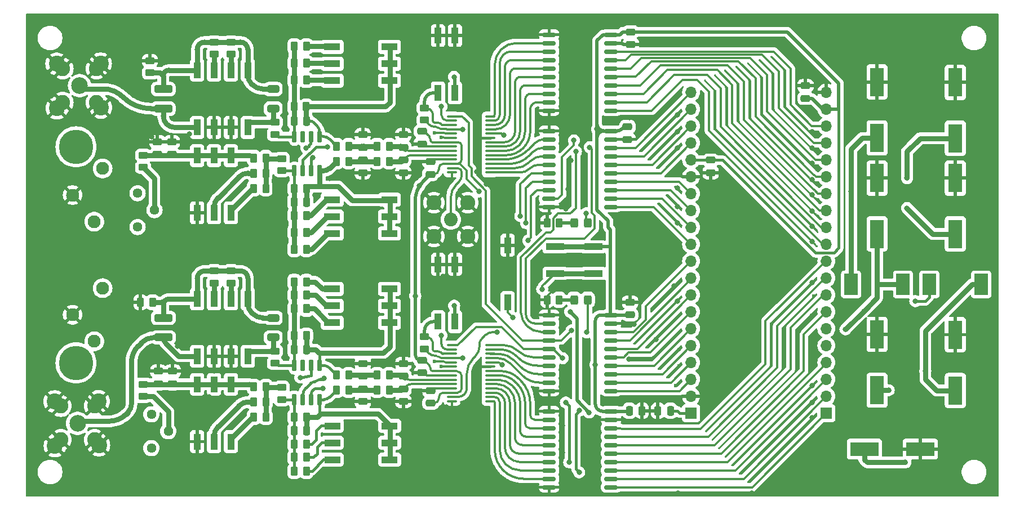
<source format=gtl>
G04 #@! TF.GenerationSoftware,KiCad,Pcbnew,8.0.1*
G04 #@! TF.CreationDate,2024-10-20T11:35:17+02:00*
G04 #@! TF.ProjectId,MISRC_v2.2,4d495352-435f-4763-922e-322e6b696361,0.3*
G04 #@! TF.SameCoordinates,Original*
G04 #@! TF.FileFunction,Copper,L1,Top*
G04 #@! TF.FilePolarity,Positive*
%FSLAX46Y46*%
G04 Gerber Fmt 4.6, Leading zero omitted, Abs format (unit mm)*
G04 Created by KiCad (PCBNEW 8.0.1) date 2024-10-20 11:35:17*
%MOMM*%
%LPD*%
G01*
G04 APERTURE LIST*
G04 Aperture macros list*
%AMRoundRect*
0 Rectangle with rounded corners*
0 $1 Rounding radius*
0 $2 $3 $4 $5 $6 $7 $8 $9 X,Y pos of 4 corners*
0 Add a 4 corners polygon primitive as box body*
4,1,4,$2,$3,$4,$5,$6,$7,$8,$9,$2,$3,0*
0 Add four circle primitives for the rounded corners*
1,1,$1+$1,$2,$3*
1,1,$1+$1,$4,$5*
1,1,$1+$1,$6,$7*
1,1,$1+$1,$8,$9*
0 Add four rect primitives between the rounded corners*
20,1,$1+$1,$2,$3,$4,$5,0*
20,1,$1+$1,$4,$5,$6,$7,0*
20,1,$1+$1,$6,$7,$8,$9,0*
20,1,$1+$1,$8,$9,$2,$3,0*%
G04 Aperture macros list end*
G04 #@! TA.AperFunction,ComponentPad*
%ADD10C,1.950000*%
G04 #@! TD*
G04 #@! TA.AperFunction,ComponentPad*
%ADD11C,5.175000*%
G04 #@! TD*
G04 #@! TA.AperFunction,SMDPad,CuDef*
%ADD12R,2.150000X4.300000*%
G04 #@! TD*
G04 #@! TA.AperFunction,SMDPad,CuDef*
%ADD13RoundRect,0.250000X-0.475000X0.250000X-0.475000X-0.250000X0.475000X-0.250000X0.475000X0.250000X0*%
G04 #@! TD*
G04 #@! TA.AperFunction,SMDPad,CuDef*
%ADD14RoundRect,0.250000X-0.262500X-0.450000X0.262500X-0.450000X0.262500X0.450000X-0.262500X0.450000X0*%
G04 #@! TD*
G04 #@! TA.AperFunction,SMDPad,CuDef*
%ADD15R,2.440000X1.120000*%
G04 #@! TD*
G04 #@! TA.AperFunction,ComponentPad*
%ADD16C,2.050000*%
G04 #@! TD*
G04 #@! TA.AperFunction,ComponentPad*
%ADD17C,2.250000*%
G04 #@! TD*
G04 #@! TA.AperFunction,SMDPad,CuDef*
%ADD18RoundRect,0.250000X-0.325000X-0.450000X0.325000X-0.450000X0.325000X0.450000X-0.325000X0.450000X0*%
G04 #@! TD*
G04 #@! TA.AperFunction,SMDPad,CuDef*
%ADD19RoundRect,0.250000X0.250000X0.475000X-0.250000X0.475000X-0.250000X-0.475000X0.250000X-0.475000X0*%
G04 #@! TD*
G04 #@! TA.AperFunction,SMDPad,CuDef*
%ADD20RoundRect,0.250000X1.100000X-0.325000X1.100000X0.325000X-1.100000X0.325000X-1.100000X-0.325000X0*%
G04 #@! TD*
G04 #@! TA.AperFunction,SMDPad,CuDef*
%ADD21RoundRect,0.250000X-0.450000X0.262500X-0.450000X-0.262500X0.450000X-0.262500X0.450000X0.262500X0*%
G04 #@! TD*
G04 #@! TA.AperFunction,SMDPad,CuDef*
%ADD22RoundRect,0.250000X0.450000X-0.262500X0.450000X0.262500X-0.450000X0.262500X-0.450000X-0.262500X0*%
G04 #@! TD*
G04 #@! TA.AperFunction,SMDPad,CuDef*
%ADD23RoundRect,0.250000X0.262500X0.450000X-0.262500X0.450000X-0.262500X-0.450000X0.262500X-0.450000X0*%
G04 #@! TD*
G04 #@! TA.AperFunction,SMDPad,CuDef*
%ADD24RoundRect,0.100000X-0.637500X-0.100000X0.637500X-0.100000X0.637500X0.100000X-0.637500X0.100000X0*%
G04 #@! TD*
G04 #@! TA.AperFunction,SMDPad,CuDef*
%ADD25RoundRect,0.250000X-0.250000X-0.475000X0.250000X-0.475000X0.250000X0.475000X-0.250000X0.475000X0*%
G04 #@! TD*
G04 #@! TA.AperFunction,SMDPad,CuDef*
%ADD26RoundRect,0.150000X-0.875000X-0.150000X0.875000X-0.150000X0.875000X0.150000X-0.875000X0.150000X0*%
G04 #@! TD*
G04 #@! TA.AperFunction,ComponentPad*
%ADD27C,1.440000*%
G04 #@! TD*
G04 #@! TA.AperFunction,SMDPad,CuDef*
%ADD28R,4.300000X2.150000*%
G04 #@! TD*
G04 #@! TA.AperFunction,SMDPad,CuDef*
%ADD29R,2.000000X3.200000*%
G04 #@! TD*
G04 #@! TA.AperFunction,SMDPad,CuDef*
%ADD30R,1.120000X2.440000*%
G04 #@! TD*
G04 #@! TA.AperFunction,SMDPad,CuDef*
%ADD31RoundRect,0.250000X0.475000X-0.250000X0.475000X0.250000X-0.475000X0.250000X-0.475000X-0.250000X0*%
G04 #@! TD*
G04 #@! TA.AperFunction,ComponentPad*
%ADD32R,1.700000X1.700000*%
G04 #@! TD*
G04 #@! TA.AperFunction,ComponentPad*
%ADD33O,1.700000X1.700000*%
G04 #@! TD*
G04 #@! TA.AperFunction,SMDPad,CuDef*
%ADD34R,2.750000X1.000000*%
G04 #@! TD*
G04 #@! TA.AperFunction,SMDPad,CuDef*
%ADD35RoundRect,0.250000X-0.650000X0.325000X-0.650000X-0.325000X0.650000X-0.325000X0.650000X0.325000X0*%
G04 #@! TD*
G04 #@! TA.AperFunction,ComponentPad*
%ADD36C,2.500000*%
G04 #@! TD*
G04 #@! TA.AperFunction,ComponentPad*
%ADD37C,2.400000*%
G04 #@! TD*
G04 #@! TA.AperFunction,SMDPad,CuDef*
%ADD38RoundRect,0.150000X0.150000X-0.725000X0.150000X0.725000X-0.150000X0.725000X-0.150000X-0.725000X0*%
G04 #@! TD*
G04 #@! TA.AperFunction,ViaPad*
%ADD39C,0.800000*%
G04 #@! TD*
G04 #@! TA.AperFunction,ViaPad*
%ADD40C,0.600000*%
G04 #@! TD*
G04 #@! TA.AperFunction,Conductor*
%ADD41C,0.320000*%
G04 #@! TD*
G04 #@! TA.AperFunction,Conductor*
%ADD42C,0.500000*%
G04 #@! TD*
G04 #@! TA.AperFunction,Conductor*
%ADD43C,0.400000*%
G04 #@! TD*
G04 #@! TA.AperFunction,Conductor*
%ADD44C,0.750000*%
G04 #@! TD*
G04 APERTURE END LIST*
D10*
X67650000Y-90550000D03*
X72150000Y-86550000D03*
X70900000Y-94550000D03*
X67650000Y-108550000D03*
X72150000Y-104550000D03*
X70900000Y-112550000D03*
D11*
X68150000Y-83300000D03*
X68150000Y-115800000D03*
D12*
X188500000Y-111500000D03*
X188500000Y-119900000D03*
D13*
X117348000Y-119700000D03*
X117348000Y-121600000D03*
D14*
X107291500Y-119888000D03*
X109116500Y-119888000D03*
D13*
X163500000Y-85300000D03*
X163500000Y-87200000D03*
X111252000Y-115890000D03*
X111252000Y-117790000D03*
D14*
X100928500Y-68173600D03*
X102753500Y-68173600D03*
D15*
X106640000Y-104670000D03*
X106640000Y-107210000D03*
X106640000Y-109750000D03*
X115250000Y-109750000D03*
X115250000Y-107210000D03*
X115250000Y-104670000D03*
D14*
X100928500Y-73253600D03*
X102753500Y-73253600D03*
D16*
X68410000Y-124830000D03*
D17*
X65870000Y-122290000D03*
X65870000Y-127370000D03*
X70950000Y-122290000D03*
X70950000Y-127370000D03*
D14*
X77827500Y-106680000D03*
X79652500Y-106680000D03*
D18*
X142984000Y-94742000D03*
X145034000Y-94742000D03*
D14*
X100941500Y-128016000D03*
X102766500Y-128016000D03*
D19*
X157450000Y-123000000D03*
X155550000Y-123000000D03*
D20*
X81280000Y-111965000D03*
X81280000Y-109015000D03*
D21*
X98031000Y-79605500D03*
X98031000Y-81430500D03*
D22*
X91427000Y-69365500D03*
X91427000Y-67540500D03*
D23*
X96657500Y-84963000D03*
X94832500Y-84963000D03*
X96657500Y-87249000D03*
X94832500Y-87249000D03*
D21*
X99060000Y-119483500D03*
X99060000Y-121308500D03*
D24*
X124645500Y-113123000D03*
X124645500Y-113773000D03*
X124645500Y-114423000D03*
X124645500Y-115073000D03*
X124645500Y-115723000D03*
X124645500Y-116373000D03*
X124645500Y-117023000D03*
X124645500Y-117673000D03*
X124645500Y-118323000D03*
X124645500Y-118973000D03*
X124645500Y-119623000D03*
X124645500Y-120273000D03*
X124645500Y-120923000D03*
X124645500Y-121573000D03*
X130370500Y-121573000D03*
X130370500Y-120923000D03*
X130370500Y-120273000D03*
X130370500Y-119623000D03*
X130370500Y-118973000D03*
X130370500Y-118323000D03*
X130370500Y-117673000D03*
X130370500Y-117023000D03*
X130370500Y-116373000D03*
X130370500Y-115723000D03*
X130370500Y-115073000D03*
X130370500Y-114423000D03*
X130370500Y-113773000D03*
X130370500Y-113123000D03*
D21*
X99047000Y-85066500D03*
X99047000Y-86891500D03*
D25*
X100904000Y-113792000D03*
X102804000Y-113792000D03*
D26*
X139241000Y-66421000D03*
X139241000Y-67691000D03*
X139241000Y-68961000D03*
X139241000Y-70231000D03*
X139241000Y-71501000D03*
X139241000Y-72771000D03*
X139241000Y-74041000D03*
X139241000Y-75311000D03*
X139241000Y-76581000D03*
X139241000Y-77851000D03*
X148541000Y-77851000D03*
X148541000Y-76581000D03*
X148541000Y-75311000D03*
X148541000Y-74041000D03*
X148541000Y-72771000D03*
X148541000Y-71501000D03*
X148541000Y-70231000D03*
X148541000Y-68961000D03*
X148541000Y-67691000D03*
X148541000Y-66421000D03*
D13*
X120129000Y-80965000D03*
X120129000Y-82865000D03*
D25*
X100891000Y-79375000D03*
X102791000Y-79375000D03*
D14*
X100928500Y-89535000D03*
X102753500Y-89535000D03*
D26*
X139241000Y-80899000D03*
X139241000Y-82169000D03*
X139241000Y-83439000D03*
X139241000Y-84709000D03*
X139241000Y-85979000D03*
X139241000Y-87249000D03*
X139241000Y-88519000D03*
X139241000Y-89789000D03*
X139241000Y-91059000D03*
X139241000Y-92329000D03*
X148541000Y-92329000D03*
X148541000Y-91059000D03*
X148541000Y-89789000D03*
X148541000Y-88519000D03*
X148541000Y-87249000D03*
X148541000Y-85979000D03*
X148541000Y-84709000D03*
X148541000Y-83439000D03*
X148541000Y-82169000D03*
X148541000Y-80899000D03*
D16*
X124460000Y-94234000D03*
D17*
X121920000Y-91694000D03*
X121920000Y-96774000D03*
X127000000Y-91694000D03*
X127000000Y-96774000D03*
D27*
X77400000Y-90270000D03*
X79940000Y-92810000D03*
X77400000Y-95350000D03*
D28*
X195000000Y-128750000D03*
X186600000Y-128750000D03*
D14*
X113387500Y-119888000D03*
X115212500Y-119888000D03*
D29*
X192400000Y-104000000D03*
X184600000Y-104000000D03*
D15*
X106661166Y-125271166D03*
X106661166Y-127811166D03*
X106661166Y-130351166D03*
X115271166Y-130351166D03*
X115271166Y-127811166D03*
X115271166Y-125271166D03*
D12*
X200250000Y-111550000D03*
X200250000Y-119950000D03*
D23*
X96670500Y-119380000D03*
X94845500Y-119380000D03*
X140739500Y-106299000D03*
X138914500Y-106299000D03*
D16*
X68710000Y-74070000D03*
D17*
X66170000Y-71530000D03*
X66170000Y-76610000D03*
X71250000Y-71530000D03*
X71250000Y-76610000D03*
D23*
X96670500Y-121666000D03*
X94845500Y-121666000D03*
D13*
X111239000Y-81473000D03*
X111239000Y-83373000D03*
D26*
X139241000Y-123063000D03*
X139241000Y-124333000D03*
X139241000Y-125603000D03*
X139241000Y-126873000D03*
X139241000Y-128143000D03*
X139241000Y-129413000D03*
X139241000Y-130683000D03*
X139241000Y-131953000D03*
X139241000Y-133223000D03*
X139241000Y-134493000D03*
X148541000Y-134493000D03*
X148541000Y-133223000D03*
X148541000Y-131953000D03*
X148541000Y-130683000D03*
X148541000Y-129413000D03*
X148541000Y-128143000D03*
X148541000Y-126873000D03*
X148541000Y-125603000D03*
X148541000Y-124333000D03*
X148541000Y-123063000D03*
D14*
X100928500Y-93599000D03*
X102753500Y-93599000D03*
D30*
X86347000Y-80378000D03*
X88887000Y-80378000D03*
X91427000Y-80378000D03*
X93967000Y-80378000D03*
X93967000Y-71768000D03*
X91427000Y-71768000D03*
X88887000Y-71768000D03*
X86347000Y-71768000D03*
D22*
X120510000Y-79271500D03*
X120510000Y-77446500D03*
D18*
X142984000Y-106299000D03*
X145034000Y-106299000D03*
D29*
X196350000Y-104000000D03*
X204150000Y-104000000D03*
D22*
X88900000Y-103782500D03*
X88900000Y-101957500D03*
D20*
X81267000Y-77548000D03*
X81267000Y-74598000D03*
D14*
X100941500Y-123952000D03*
X102766500Y-123952000D03*
X100941500Y-103600000D03*
X102766500Y-103600000D03*
D30*
X125095000Y-100978000D03*
X122555000Y-100978000D03*
X122555000Y-109588000D03*
X125095000Y-109588000D03*
D31*
X121399000Y-87437000D03*
X121399000Y-85537000D03*
D14*
X107278500Y-85471000D03*
X109103500Y-85471000D03*
D13*
X111252000Y-119700000D03*
X111252000Y-121600000D03*
X120142000Y-115382000D03*
X120142000Y-117282000D03*
X111239000Y-85283000D03*
X111239000Y-87183000D03*
D31*
X177750000Y-76000000D03*
X177750000Y-74100000D03*
D14*
X100928500Y-70713600D03*
X102753500Y-70713600D03*
X100941500Y-107650000D03*
X102766500Y-107650000D03*
D23*
X96657500Y-89535000D03*
X94832500Y-89535000D03*
D14*
X113374500Y-85471000D03*
X115199500Y-85471000D03*
D12*
X188500000Y-81950000D03*
X188500000Y-73550000D03*
D26*
X139241000Y-108585000D03*
X139241000Y-109855000D03*
X139241000Y-111125000D03*
X139241000Y-112395000D03*
X139241000Y-113665000D03*
X139241000Y-114935000D03*
X139241000Y-116205000D03*
X139241000Y-117475000D03*
X139241000Y-118745000D03*
X139241000Y-120015000D03*
X148541000Y-120015000D03*
X148541000Y-118745000D03*
X148541000Y-117475000D03*
X148541000Y-116205000D03*
X148541000Y-114935000D03*
X148541000Y-113665000D03*
X148541000Y-112395000D03*
X148541000Y-111125000D03*
X148541000Y-109855000D03*
X148541000Y-108585000D03*
D32*
X180883750Y-123350000D03*
D33*
X180883750Y-120810000D03*
X180883750Y-118270000D03*
X180883750Y-115730000D03*
X180883750Y-113190000D03*
X180883750Y-110650000D03*
X180883750Y-108110000D03*
X180883750Y-105570000D03*
X180883750Y-103030000D03*
X180883750Y-100490000D03*
X180883750Y-97950000D03*
X180883750Y-95410000D03*
X180883750Y-92870000D03*
X180883750Y-90330000D03*
X180883750Y-87790000D03*
X180883750Y-85250000D03*
X180883750Y-82710000D03*
X180883750Y-80170000D03*
X180883750Y-77630000D03*
X180883750Y-75090000D03*
X160563750Y-75090000D03*
X160563750Y-77630000D03*
X160563750Y-80170000D03*
X160563750Y-82710000D03*
X160563750Y-85250000D03*
X160563750Y-87790000D03*
X160563750Y-90330000D03*
X160563750Y-92870000D03*
X160563750Y-95410000D03*
X160563750Y-97950000D03*
X160563750Y-100490000D03*
X160563750Y-103030000D03*
X160563750Y-105570000D03*
X160563750Y-108110000D03*
X160563750Y-110650000D03*
X160563750Y-113190000D03*
X160563750Y-115730000D03*
X160563750Y-118270000D03*
X160563750Y-120810000D03*
D32*
X160563750Y-123350000D03*
D15*
X106640000Y-68250000D03*
X106640000Y-70790000D03*
X106640000Y-73330000D03*
X115250000Y-73330000D03*
X115250000Y-70790000D03*
X115250000Y-68250000D03*
D31*
X82677000Y-118933000D03*
X82677000Y-117033000D03*
D25*
X100904000Y-125984000D03*
X102804000Y-125984000D03*
D23*
X96670500Y-123952000D03*
X94845500Y-123952000D03*
D14*
X100928500Y-98679000D03*
X102753500Y-98679000D03*
X107291500Y-117602000D03*
X109116500Y-117602000D03*
D12*
X188500000Y-96400000D03*
X188500000Y-88000000D03*
X200250000Y-96400000D03*
X200250000Y-88000000D03*
D14*
X107278500Y-83185000D03*
X109103500Y-83185000D03*
D30*
X133000000Y-98100000D03*
X133000000Y-106710000D03*
D34*
X145882000Y-102330000D03*
X140122000Y-102330000D03*
X145882000Y-98330000D03*
X140122000Y-98330000D03*
D13*
X151003000Y-80269000D03*
X151003000Y-82169000D03*
D35*
X97790000Y-109015000D03*
X97790000Y-111965000D03*
D31*
X82550000Y-84450000D03*
X82550000Y-82550000D03*
D21*
X79250000Y-70337500D03*
X79250000Y-72162500D03*
D14*
X100928500Y-96139000D03*
X102753500Y-96139000D03*
D13*
X117348000Y-115890000D03*
X117348000Y-117790000D03*
D25*
X151300000Y-123000000D03*
X153200000Y-123000000D03*
D14*
X100941500Y-132050000D03*
X102766500Y-132050000D03*
X113374500Y-83185000D03*
X115199500Y-83185000D03*
D12*
X200250000Y-82000000D03*
X200250000Y-73600000D03*
D21*
X78232000Y-84558500D03*
X78232000Y-86383500D03*
D36*
X68390000Y-124880000D03*
D37*
X64950000Y-121600000D03*
X71550000Y-121590000D03*
X64990000Y-128280000D03*
X71600000Y-128170000D03*
D30*
X86360000Y-114795000D03*
X88900000Y-114795000D03*
X91440000Y-114795000D03*
X93980000Y-114795000D03*
X93980000Y-106185000D03*
X91440000Y-106185000D03*
X88900000Y-106185000D03*
X86360000Y-106185000D03*
D21*
X98044000Y-114022500D03*
X98044000Y-115847500D03*
D31*
X80391000Y-84450000D03*
X80391000Y-82550000D03*
D30*
X91427000Y-84608000D03*
X88887000Y-84608000D03*
X86347000Y-84608000D03*
X86347000Y-93218000D03*
X88887000Y-93218000D03*
X91427000Y-93218000D03*
D14*
X100941500Y-105600000D03*
X102766500Y-105600000D03*
D22*
X91440000Y-103782500D03*
X91440000Y-101957500D03*
D38*
X100965000Y-86903000D03*
X102235000Y-86903000D03*
X103505000Y-86903000D03*
X104775000Y-86903000D03*
X104775000Y-81753000D03*
X103505000Y-81753000D03*
X102235000Y-81753000D03*
X100965000Y-81753000D03*
D13*
X117335000Y-85283000D03*
X117335000Y-87183000D03*
D24*
X124632500Y-78706000D03*
X124632500Y-79356000D03*
X124632500Y-80006000D03*
X124632500Y-80656000D03*
X124632500Y-81306000D03*
X124632500Y-81956000D03*
X124632500Y-82606000D03*
X124632500Y-83256000D03*
X124632500Y-83906000D03*
X124632500Y-84556000D03*
X124632500Y-85206000D03*
X124632500Y-85856000D03*
X124632500Y-86506000D03*
X124632500Y-87156000D03*
X130357500Y-87156000D03*
X130357500Y-86506000D03*
X130357500Y-85856000D03*
X130357500Y-85206000D03*
X130357500Y-84556000D03*
X130357500Y-83906000D03*
X130357500Y-83256000D03*
X130357500Y-82606000D03*
X130357500Y-81956000D03*
X130357500Y-81306000D03*
X130357500Y-80656000D03*
X130357500Y-80006000D03*
X130357500Y-79356000D03*
X130357500Y-78706000D03*
D22*
X88887000Y-69365500D03*
X88887000Y-67540500D03*
D14*
X113387500Y-117602000D03*
X115212500Y-117602000D03*
X100925000Y-77250000D03*
X102750000Y-77250000D03*
D30*
X125082000Y-66561000D03*
X122542000Y-66561000D03*
X122542000Y-75171000D03*
X125082000Y-75171000D03*
D31*
X151400000Y-108550000D03*
X151400000Y-106650000D03*
D38*
X100965000Y-121320000D03*
X102235000Y-121320000D03*
X103505000Y-121320000D03*
X104775000Y-121320000D03*
X104775000Y-116170000D03*
X103505000Y-116170000D03*
X102235000Y-116170000D03*
X100965000Y-116170000D03*
D15*
X106640000Y-91250000D03*
X106640000Y-93790000D03*
X106640000Y-96330000D03*
X115250000Y-96330000D03*
X115250000Y-93790000D03*
X115250000Y-91250000D03*
D27*
X79475000Y-123525000D03*
X82015000Y-126065000D03*
X79475000Y-128605000D03*
D30*
X91440000Y-119025000D03*
X88900000Y-119025000D03*
X86360000Y-119025000D03*
X86360000Y-127635000D03*
X88900000Y-127635000D03*
X91440000Y-127635000D03*
D23*
X140739500Y-94742000D03*
X138914500Y-94742000D03*
D21*
X78232000Y-118999000D03*
X78232000Y-120824000D03*
D36*
X68690000Y-74090000D03*
D37*
X65250000Y-70810000D03*
X71850000Y-70800000D03*
X65290000Y-77490000D03*
X71900000Y-77380000D03*
D14*
X100941500Y-130000000D03*
X102766500Y-130000000D03*
D22*
X120523000Y-113688500D03*
X120523000Y-111863500D03*
D31*
X121412000Y-121854000D03*
X121412000Y-119954000D03*
X80518000Y-118933000D03*
X80518000Y-117033000D03*
D13*
X151500000Y-66000000D03*
X151500000Y-67900000D03*
D25*
X100891000Y-91567000D03*
X102791000Y-91567000D03*
D35*
X97777000Y-74598000D03*
X97777000Y-77548000D03*
D13*
X117335000Y-81473000D03*
X117335000Y-83373000D03*
D14*
X100937500Y-111700000D03*
X102762500Y-111700000D03*
D39*
X204250000Y-119750000D03*
X183250000Y-107500000D03*
X186250000Y-92500000D03*
X185000000Y-78250000D03*
X143250000Y-73750000D03*
D40*
X149500000Y-96750000D03*
D39*
X180750000Y-126500000D03*
X179500000Y-128750000D03*
X179500000Y-131000000D03*
X189750000Y-133000000D03*
X202250000Y-126000000D03*
X199250000Y-124000000D03*
X175500000Y-69000000D03*
X178750000Y-66000000D03*
X181500000Y-69500000D03*
X182750000Y-66000000D03*
X194250000Y-66250000D03*
X189000000Y-66000000D03*
X197000000Y-69000000D03*
X191750000Y-69000000D03*
X186250000Y-69000000D03*
X186250000Y-84750000D03*
X191250000Y-85000000D03*
X196750000Y-85000000D03*
X204000000Y-85500000D03*
X204750000Y-100000000D03*
X203750000Y-109500000D03*
X194250000Y-108750000D03*
X192000000Y-99250000D03*
X196250000Y-98750000D03*
X203500000Y-114250000D03*
X194250000Y-99750000D03*
X200500000Y-101000000D03*
X203750000Y-91250000D03*
X203750000Y-77250000D03*
X192250000Y-96500000D03*
X197250000Y-77250000D03*
X191750000Y-77250000D03*
X194500000Y-79250000D03*
X194500000Y-73750000D03*
D40*
X179000000Y-105750000D03*
D39*
X163750000Y-121000000D03*
X163250000Y-118500000D03*
X165750000Y-118500000D03*
X164750000Y-116250000D03*
X167500000Y-115750000D03*
X164750000Y-114250000D03*
X169500000Y-113500000D03*
X167250000Y-112250000D03*
X164250000Y-111750000D03*
D40*
X158750000Y-116250000D03*
X158750000Y-113750000D03*
D39*
X154500000Y-124500000D03*
X153500000Y-103250000D03*
X153250000Y-99500000D03*
X154000000Y-101250000D03*
X155250000Y-102750000D03*
X157000000Y-101000000D03*
X158000000Y-121250000D03*
D40*
X158250000Y-119250000D03*
D39*
X155250000Y-112250000D03*
X158500000Y-106500000D03*
X158000000Y-104250000D03*
X158500000Y-75500000D03*
X158500000Y-94750000D03*
X158500000Y-92250000D03*
X158500000Y-89500000D03*
X158500000Y-87000000D03*
X158500000Y-83500000D03*
X158500000Y-81000000D03*
X158500000Y-78500000D03*
X146431000Y-80619600D03*
X132461000Y-81534000D03*
X132207000Y-116078000D03*
X146177000Y-116078000D03*
X99060000Y-99822000D03*
X82931000Y-96393000D03*
X169000000Y-99000000D03*
X179065989Y-133965791D03*
X124350000Y-132400000D03*
X178750000Y-103750000D03*
X125526800Y-129235200D03*
X144424400Y-89357200D03*
X145300000Y-135100000D03*
X69000000Y-129400000D03*
X115000000Y-89500000D03*
X105537000Y-102489000D03*
X127762000Y-99314000D03*
X168000000Y-102250000D03*
X205232000Y-128397000D03*
X126492000Y-107061000D03*
X128397000Y-120015000D03*
X64650000Y-92300000D03*
X81915000Y-69469000D03*
X90170000Y-120777000D03*
X97650000Y-71750000D03*
X194183000Y-134493000D03*
X84600000Y-135000000D03*
X108839000Y-102743000D03*
X85216998Y-81323000D03*
X128397000Y-86995000D03*
X113700000Y-135100000D03*
X178750000Y-83500000D03*
X72750000Y-108500000D03*
X111099600Y-125069600D03*
X178750000Y-93000000D03*
X147100000Y-105700000D03*
X109626400Y-88950800D03*
X178750000Y-124000000D03*
X117856000Y-90678000D03*
X136800000Y-135200000D03*
X69650000Y-106300000D03*
X175750000Y-133500000D03*
X130937000Y-103505000D03*
X169250000Y-95750000D03*
X139850000Y-104800000D03*
X68750000Y-93600000D03*
X155500000Y-96250000D03*
X94488000Y-92583000D03*
X104292400Y-90627200D03*
X168783000Y-64389000D03*
X109855000Y-103886000D03*
X94500000Y-135100000D03*
X169500000Y-105250000D03*
X137000000Y-108000000D03*
X77000000Y-72000000D03*
X65950000Y-105300000D03*
X191500000Y-109000000D03*
X198628000Y-134366000D03*
X141732000Y-92583000D03*
X164000000Y-95750000D03*
X120904000Y-100330000D03*
X90043000Y-78486000D03*
X79375000Y-67945000D03*
X88350000Y-132350000D03*
X119253000Y-75819000D03*
X178750000Y-97500000D03*
X121031000Y-107315000D03*
X122174000Y-125500000D03*
X137922000Y-121539000D03*
X96012000Y-81407000D03*
X123190000Y-88265000D03*
X166750000Y-105250000D03*
X88900000Y-116967000D03*
X110871000Y-103886000D03*
X110871000Y-102743000D03*
X77800000Y-131350000D03*
X163750000Y-105250000D03*
X120850000Y-71650000D03*
X88138000Y-120904000D03*
X74700000Y-65100000D03*
X130937000Y-93599000D03*
X95631000Y-112522000D03*
X119253000Y-122301000D03*
X165500000Y-92500000D03*
X145250000Y-133250000D03*
X163500000Y-108750000D03*
X99187000Y-129286000D03*
X174750000Y-99000000D03*
X117754400Y-97739200D03*
X62865000Y-89408000D03*
X143129000Y-70104000D03*
X152000000Y-110000000D03*
X178750000Y-88250000D03*
X165250000Y-89250000D03*
X138176000Y-64516000D03*
X109220000Y-94869000D03*
X95885000Y-115697000D03*
X114550000Y-100100000D03*
X205359000Y-123825000D03*
X106553000Y-64897000D03*
X182250000Y-134000000D03*
X141250000Y-129250000D03*
X161671000Y-67500000D03*
X95631000Y-110617000D03*
X97500000Y-102500000D03*
X170000000Y-108500000D03*
X151250000Y-115250000D03*
X151333200Y-78892400D03*
X77750000Y-66000000D03*
X117703600Y-95250000D03*
X92583000Y-116840000D03*
X125476000Y-125500000D03*
X144907000Y-66421000D03*
X84000000Y-77250000D03*
X144450000Y-91800000D03*
X95758000Y-94742000D03*
X95377000Y-75946000D03*
X97993200Y-105308400D03*
X157000000Y-97500000D03*
X163000000Y-89250000D03*
X172250000Y-95750000D03*
X112014000Y-89763600D03*
X128184000Y-81956000D03*
X62900000Y-125000000D03*
X98679000Y-82931000D03*
X97650000Y-68400000D03*
X151000000Y-101800000D03*
X95758000Y-106299000D03*
X129750000Y-125500000D03*
X128371600Y-129286000D03*
X165750000Y-102250000D03*
X62700000Y-74800000D03*
X129921000Y-72898000D03*
X98933000Y-124968000D03*
X144750000Y-119500000D03*
X126873000Y-121793000D03*
X83312000Y-73152000D03*
X98679000Y-117221000D03*
X131064000Y-105537000D03*
X171500000Y-99000000D03*
X67100000Y-90550000D03*
X176750000Y-111000000D03*
X90170000Y-74400000D03*
X103900000Y-135100000D03*
X128524000Y-121793000D03*
X83566000Y-107696000D03*
X81534000Y-130050000D03*
X166500000Y-95750000D03*
X94742000Y-128143000D03*
X108839000Y-103886000D03*
X141224000Y-79451200D03*
X178733811Y-85766189D03*
X94615000Y-96774000D03*
X111125000Y-88519000D03*
X71000000Y-64800000D03*
X111300000Y-72450000D03*
X163500000Y-102000000D03*
X149700000Y-101200000D03*
X128184000Y-116373000D03*
X94800000Y-132350000D03*
X109931200Y-128574800D03*
X87757000Y-112903000D03*
X73700000Y-132900000D03*
X178750000Y-90500000D03*
X178750000Y-108750000D03*
X173500000Y-134500000D03*
X93472000Y-100203000D03*
X178750000Y-95250000D03*
X93218000Y-120396000D03*
X106299000Y-88011000D03*
X88646000Y-123952000D03*
X130810000Y-96393000D03*
X87122000Y-99822000D03*
X125300000Y-135100000D03*
X87757000Y-108331000D03*
X142113000Y-89662000D03*
X169700000Y-135400000D03*
X88519000Y-82423000D03*
X99187000Y-90678000D03*
X145000000Y-129159000D03*
X110490000Y-110109000D03*
X82550000Y-65532000D03*
X178750000Y-81000000D03*
X117602000Y-102743000D03*
X84582000Y-116840000D03*
X184200000Y-135400000D03*
X79500000Y-81750000D03*
X173750000Y-102250000D03*
X98100000Y-64700000D03*
X123825000Y-122428000D03*
X118600000Y-64700000D03*
X142036800Y-65176400D03*
X109220000Y-87249000D03*
X178750000Y-119250000D03*
X83000000Y-122000000D03*
X142494000Y-85344000D03*
X82804000Y-103124000D03*
X76750000Y-103900000D03*
X166624000Y-67564000D03*
X156464000Y-64389000D03*
X141250000Y-125250000D03*
X111912400Y-92913200D03*
X166083131Y-108500000D03*
X84709000Y-88265000D03*
X197104000Y-131445000D03*
X178750000Y-113000000D03*
X75750000Y-80250000D03*
X130777513Y-101454932D03*
X169250000Y-92500000D03*
X146450000Y-96650000D03*
X167250000Y-89250000D03*
X145000000Y-125750000D03*
X199390000Y-129286000D03*
X151750000Y-100500000D03*
X140000000Y-121500000D03*
X107696000Y-78740000D03*
X110900000Y-132350000D03*
X127000000Y-103250000D03*
X122021600Y-128574800D03*
X64550000Y-101550000D03*
X128600000Y-68450000D03*
X178750000Y-121750000D03*
X178750000Y-115750000D03*
X114681000Y-87249000D03*
X74750000Y-110500000D03*
X90043000Y-64897000D03*
X70500000Y-133500000D03*
X111750000Y-68300000D03*
X83439000Y-113284000D03*
X154250000Y-95000000D03*
X120450000Y-132350000D03*
X72009000Y-99949000D03*
X163000000Y-83000000D03*
X129794000Y-132400000D03*
X123317000Y-102743000D03*
X93218000Y-83185000D03*
X129794000Y-88900000D03*
X141733811Y-113766189D03*
X128600000Y-64800000D03*
X87630000Y-129794000D03*
X114554000Y-122428000D03*
X109855000Y-102743000D03*
X158600000Y-135400000D03*
X76750000Y-101200000D03*
X178250000Y-77500000D03*
X69000000Y-67250000D03*
X68072000Y-102616000D03*
X186500000Y-108000000D03*
X183750000Y-110750000D03*
X105283000Y-119634000D03*
X193000000Y-92500000D03*
X103700000Y-84900000D03*
X190250000Y-119900000D03*
X101854000Y-117983000D03*
X102743000Y-83439000D03*
X128700000Y-90000000D03*
X119761000Y-89154000D03*
X119126000Y-105725000D03*
X131445000Y-111162617D03*
X141250000Y-115100000D03*
X142595000Y-110900000D03*
X145250000Y-123250000D03*
X184600000Y-90000000D03*
X142400000Y-108100000D03*
X195750000Y-117000000D03*
X193000000Y-88000000D03*
X192750000Y-130750000D03*
X194250000Y-106500000D03*
X105410000Y-118110000D03*
X93980000Y-114173000D03*
X126238000Y-115062000D03*
D40*
X123018011Y-116313937D03*
X122047000Y-115570000D03*
D39*
X105918000Y-83312000D03*
X93980000Y-79878000D03*
X126225000Y-80645000D03*
D40*
X123005011Y-81896937D03*
X122034000Y-81153000D03*
D39*
X144900000Y-111200000D03*
X144800000Y-93300000D03*
X138200000Y-104700000D03*
X123063000Y-111656500D03*
X124968000Y-107188000D03*
X123050000Y-77239500D03*
X124955000Y-72771000D03*
X133800000Y-109000000D03*
X142951200Y-82334000D03*
X143256000Y-84023200D03*
X145338800Y-83362800D03*
X134900000Y-93700000D03*
X135765032Y-94768076D03*
X136100000Y-97400000D03*
X141750000Y-121750000D03*
X142250000Y-130750000D03*
X143750000Y-132250000D03*
X143795172Y-122954828D03*
D41*
X155008750Y-116205000D02*
X160563750Y-110650000D01*
X148541000Y-116205000D02*
X155008750Y-116205000D01*
X160563750Y-103186250D02*
X160563750Y-103030000D01*
X151355000Y-112395000D02*
X160563750Y-103186250D01*
X148541000Y-112395000D02*
X151355000Y-112395000D01*
X160510000Y-100490000D02*
X160563750Y-100490000D01*
X153750000Y-109282376D02*
X153750000Y-107250000D01*
X153750000Y-107250000D02*
X160510000Y-100490000D01*
X151907376Y-111125000D02*
X153750000Y-109282376D01*
X148541000Y-111125000D02*
X151907376Y-111125000D01*
D42*
X149449618Y-80899000D02*
X149445600Y-80899000D01*
X147560154Y-80899000D02*
X147535436Y-80899000D01*
X146577767Y-98330000D02*
X145904627Y-98330000D01*
X146177000Y-121978987D02*
X146177000Y-116078000D01*
X147963378Y-80899000D02*
X147961832Y-80899000D01*
X148463000Y-95763000D02*
X148463000Y-98350000D01*
X147714646Y-80899000D02*
X147683748Y-80899000D01*
X149453636Y-80899000D02*
X149454641Y-80899000D01*
X146431000Y-80969410D02*
X146431000Y-81954000D01*
X148769048Y-80899000D02*
X148727618Y-80899000D01*
X149160318Y-80899000D02*
X149156300Y-80899000D01*
X149176390Y-80899000D02*
X149164336Y-80899000D01*
X148769048Y-80899000D02*
X148785567Y-80899000D01*
X146431000Y-67319000D02*
X147329000Y-66421000D01*
X149369255Y-80899000D02*
X149365238Y-80899000D01*
X147849054Y-80899000D02*
X147850598Y-80899000D01*
X149349166Y-80899000D02*
X149329076Y-80899000D01*
X147849054Y-80899000D02*
X147815066Y-80899000D01*
X146177000Y-116078000D02*
X146177000Y-109452210D01*
X148727618Y-80899000D02*
X148686188Y-80899000D01*
X147516898Y-80899000D02*
X147510718Y-80899000D01*
X147498357Y-80899000D02*
X147492178Y-80899000D01*
X145882000Y-98330000D02*
X148443000Y-98330000D01*
X149243691Y-80899000D02*
X149285881Y-80899000D01*
X148603328Y-80899000D02*
X148561898Y-80899000D01*
X150831343Y-80330000D02*
X151257000Y-80330000D01*
X147592597Y-80899000D02*
X147584872Y-80899000D01*
X149456651Y-80899000D02*
X149457656Y-80899000D01*
X149436559Y-80899000D02*
X149437564Y-80899000D01*
X147601867Y-80899000D02*
X147603412Y-80899000D01*
D43*
X160613750Y-85300000D02*
X160563750Y-85250000D01*
D42*
X149073500Y-108585000D02*
X147044210Y-108585000D01*
X147750179Y-80899000D02*
X147716191Y-80899000D01*
X149220588Y-80899000D02*
X149221592Y-80899000D01*
X149388343Y-80899000D02*
X149393366Y-80899000D01*
X146600986Y-80998576D02*
X147038576Y-80998576D01*
X149152282Y-80899000D02*
X149148264Y-80899000D01*
X148686188Y-80899000D02*
X148644758Y-80899000D01*
X147615772Y-80899000D02*
X147609592Y-80899000D01*
X147487544Y-80899000D02*
X147486000Y-80899000D01*
X147714646Y-80899000D02*
X147716191Y-80899000D01*
D43*
X182000000Y-99250000D02*
X179250000Y-99250000D01*
D42*
X147980372Y-80899000D02*
X147972648Y-80899000D01*
X148229830Y-80899000D02*
X148228318Y-80899000D01*
X149456651Y-80899000D02*
X149454641Y-80899000D01*
X147949474Y-80899000D02*
X147943295Y-80899000D01*
X147504538Y-80899000D02*
X147498357Y-80899000D01*
X148402580Y-80899000D02*
X148362325Y-80899000D01*
X149120138Y-80899000D02*
X149104066Y-80899000D01*
X148443000Y-98330000D02*
X148463000Y-98350000D01*
X149136210Y-80899000D02*
X149120138Y-80899000D01*
X147683748Y-80899000D02*
X147652850Y-80899000D01*
X147646670Y-80899000D02*
X147652850Y-80899000D01*
X148068433Y-80899000D02*
X148066888Y-80899000D01*
X175000000Y-66000000D02*
X151500000Y-66000000D01*
X150250000Y-66000000D02*
X151500000Y-66000000D01*
X147918576Y-80899000D02*
X147912396Y-80899000D01*
X149039776Y-80899000D02*
X149023704Y-80899000D01*
X149409438Y-80899000D02*
X149393366Y-80899000D01*
X149220588Y-80899000D02*
X149200498Y-80899000D01*
X151365000Y-108585000D02*
X151400000Y-108550000D01*
X148090062Y-80899000D02*
X148110146Y-80899000D01*
X149436559Y-80899000D02*
X149430532Y-80899000D01*
X148556158Y-80899000D02*
X148561898Y-80899000D01*
D43*
X179250000Y-99250000D02*
X165300000Y-85300000D01*
D42*
X151237000Y-123063000D02*
X151300000Y-123000000D01*
X149377293Y-80899000D02*
X149373274Y-80899000D01*
X149136210Y-80899000D02*
X149141232Y-80899000D01*
X147943295Y-80899000D02*
X147937115Y-80899000D01*
X149425510Y-80899000D02*
X149430532Y-80899000D01*
X148967450Y-80899000D02*
X148943342Y-80899000D01*
X145859372Y-98330000D02*
X145904627Y-98330000D01*
X149055848Y-80899000D02*
X149039776Y-80899000D01*
X149147259Y-80899000D02*
X149148264Y-80899000D01*
X149200498Y-80899000D02*
X149180408Y-80899000D01*
X146431000Y-92768987D02*
X148100000Y-94437987D01*
X149388343Y-80899000D02*
X149382316Y-80899000D01*
X147750179Y-80899000D02*
X147815066Y-80899000D01*
X148860035Y-80899000D02*
X148785567Y-80899000D01*
X147527711Y-80899000D02*
X147518442Y-80899000D01*
X148018996Y-80899000D02*
X148015906Y-80899000D01*
X148322070Y-80899000D02*
X148285636Y-80899000D01*
X180883750Y-77630000D02*
X180380000Y-77630000D01*
X147601867Y-80899000D02*
X147592597Y-80899000D01*
X147490633Y-80899000D02*
X147492178Y-80899000D01*
X148005091Y-80899000D02*
X147980372Y-80899000D01*
X147516898Y-80899000D02*
X147518442Y-80899000D01*
X149147259Y-80899000D02*
X149141232Y-80899000D01*
X148171943Y-80899000D02*
X148110146Y-80899000D01*
D44*
X145859372Y-98330000D02*
X140122000Y-98330000D01*
D42*
X148463000Y-108521500D02*
X148463000Y-98350000D01*
D41*
X131600977Y-115723000D02*
X130370500Y-115723000D01*
X132071779Y-81306000D02*
X130357500Y-81306000D01*
D42*
X146431000Y-92768987D02*
X146431000Y-81954000D01*
X148860035Y-80899000D02*
X148862981Y-80899000D01*
D43*
X182750000Y-77630000D02*
X182750000Y-98500000D01*
D42*
X147584872Y-80899000D02*
X147560154Y-80899000D01*
X149349166Y-80899000D02*
X149353184Y-80899000D01*
X146431000Y-80828589D02*
X146431000Y-79844000D01*
X146431000Y-80969410D02*
X146431000Y-80828589D01*
X149445600Y-80899000D02*
X149441582Y-80899000D01*
X148541000Y-123063000D02*
X151237000Y-123063000D01*
D43*
X182750000Y-98500000D02*
X182000000Y-99250000D01*
D42*
X149381312Y-80899000D02*
X149377293Y-80899000D01*
X149055848Y-80899000D02*
X149071919Y-80899000D01*
X149307981Y-80899000D02*
X149308986Y-80899000D01*
X149365238Y-80899000D02*
X149353184Y-80899000D01*
X147621952Y-80899000D02*
X147615772Y-80899000D01*
X147609592Y-80899000D02*
X147603412Y-80899000D01*
X148362325Y-80899000D02*
X148322070Y-80899000D01*
X149373274Y-80899000D02*
X149369255Y-80899000D01*
X148022086Y-80899000D02*
X148018996Y-80899000D01*
D41*
X132029500Y-115900500D02*
X132207000Y-116078000D01*
D42*
X149453636Y-80899000D02*
X149449618Y-80899000D01*
X149329076Y-80899000D02*
X149308986Y-80899000D01*
X147881497Y-80899000D02*
X147850598Y-80899000D01*
X149160318Y-80899000D02*
X149164336Y-80899000D01*
X148541000Y-108585000D02*
X151365000Y-108585000D01*
X147937115Y-80899000D02*
X147918576Y-80899000D01*
D41*
X132347000Y-81420000D02*
X132461000Y-81534000D01*
D42*
X148090062Y-80899000D02*
X148068433Y-80899000D01*
X148029810Y-80899000D02*
X148022086Y-80899000D01*
X148100000Y-94437987D02*
X148100000Y-95400000D01*
X148248936Y-80899000D02*
X148231342Y-80899000D01*
X147628131Y-80899000D02*
X147621952Y-80899000D01*
X148541000Y-123063000D02*
X147261012Y-123063000D01*
X149243691Y-80899000D02*
X149221592Y-80899000D01*
X147490633Y-80899000D02*
X147487544Y-80899000D01*
X180380000Y-77630000D02*
X178750000Y-76000000D01*
X148285636Y-80899000D02*
X148248936Y-80899000D01*
X148644758Y-80899000D02*
X148603328Y-80899000D01*
X148048349Y-80899000D02*
X148029810Y-80899000D01*
X182750000Y-77630000D02*
X180883750Y-77630000D01*
X148999595Y-80899000D02*
X148967450Y-80899000D01*
X147329000Y-66421000D02*
X149829000Y-66421000D01*
X147646670Y-80899000D02*
X147628131Y-80899000D01*
X149441582Y-80899000D02*
X149437564Y-80899000D01*
X148402580Y-80899000D02*
X148503248Y-80899000D01*
X148066888Y-80899000D02*
X148048349Y-80899000D01*
X148226806Y-80899000D02*
X148225294Y-80899000D01*
X148228318Y-80899000D02*
X148226806Y-80899000D01*
X149382316Y-80899000D02*
X149381312Y-80899000D01*
X147527711Y-80899000D02*
X147535436Y-80899000D01*
X149425510Y-80899000D02*
X149409438Y-80899000D01*
X147972648Y-80899000D02*
X147963378Y-80899000D01*
X149023704Y-80899000D02*
X149007632Y-80899000D01*
X148100000Y-95400000D02*
X148463000Y-95763000D01*
X149307981Y-80899000D02*
X149285881Y-80899000D01*
X147955653Y-80899000D02*
X147949474Y-80899000D01*
X149180408Y-80899000D02*
X149176390Y-80899000D01*
X182750000Y-73750000D02*
X175000000Y-66000000D01*
X148999595Y-80899000D02*
X149007632Y-80899000D01*
X147961832Y-80899000D02*
X147955653Y-80899000D01*
X147912396Y-80899000D02*
X147881497Y-80899000D01*
X149156300Y-80899000D02*
X149152282Y-80899000D01*
X147510718Y-80899000D02*
X147504538Y-80899000D01*
X146431000Y-79844000D02*
X146431000Y-67319000D01*
D43*
X165300000Y-85300000D02*
X163500000Y-85300000D01*
D42*
X149104066Y-80899000D02*
X149087994Y-80899000D01*
X148943342Y-80899000D02*
X148862981Y-80899000D01*
X178750000Y-76000000D02*
X177750000Y-76000000D01*
X149829000Y-66421000D02*
X150250000Y-66000000D01*
X148005091Y-80899000D02*
X148015906Y-80899000D01*
X182750000Y-77630000D02*
X182750000Y-73750000D01*
X148171943Y-80899000D02*
X148225294Y-80899000D01*
D43*
X163500000Y-85300000D02*
X160613750Y-85300000D01*
D42*
X148556158Y-80899000D02*
X148503248Y-80899000D01*
X148231342Y-80899000D02*
X148229830Y-80899000D01*
X149087994Y-80899000D02*
X149071919Y-80899000D01*
X146431001Y-108839001D02*
G75*
G03*
X146177005Y-109452210I613199J-613199D01*
G01*
X146480787Y-80948789D02*
G75*
G03*
X146431068Y-80969410I-20587J-20611D01*
G01*
X146577767Y-98330000D02*
G75*
G03*
X146923010Y-98187010I33J488200D01*
G01*
X150144501Y-80614501D02*
G75*
G02*
X150831343Y-80330019I686799J-686799D01*
G01*
D44*
X145859372Y-98330000D02*
G75*
G03*
X145898008Y-98314008I28J54600D01*
G01*
D42*
X145904381Y-98304369D02*
G75*
G02*
X145898026Y-98314043I-13081J1669D01*
G01*
X148463000Y-108521500D02*
X148463000Y-108521500D01*
X147044210Y-108585000D02*
G75*
G03*
X146430997Y-108838997I-10J-867200D01*
G01*
X146494500Y-122745500D02*
G75*
G02*
X146177006Y-121978987I766500J766500D01*
G01*
D41*
X132029500Y-115900500D02*
G75*
G03*
X131600977Y-115723010I-428500J-428500D01*
G01*
D42*
X145898001Y-98314001D02*
G75*
G03*
X145904627Y-98329933I6599J-6599D01*
G01*
X150144500Y-80614500D02*
G75*
G02*
X149457656Y-80898952I-686800J686900D01*
G01*
X146494500Y-122745500D02*
G75*
G03*
X147261012Y-123062994I766500J766500D01*
G01*
D41*
X132071779Y-81306000D02*
G75*
G02*
X132347006Y-81419994I21J-389200D01*
G01*
D42*
X146480788Y-80948788D02*
G75*
G03*
X146600986Y-80998588I120212J120188D01*
G01*
X146431000Y-79844000D02*
G75*
G03*
X147486000Y-80899000I1055000J0D01*
G01*
X146431000Y-80828589D02*
G75*
G03*
X146480780Y-80948796I170000J-11D01*
G01*
X146431000Y-81954000D02*
G75*
G02*
X147486000Y-80899000I1055000J0D01*
G01*
D41*
X120324500Y-83060500D02*
X120129000Y-82865000D01*
D43*
X128184000Y-116373000D02*
X128143000Y-116332000D01*
D41*
X120809478Y-117673000D02*
X124645500Y-117673000D01*
X120796478Y-83256000D02*
X124632500Y-83256000D01*
D43*
X128184000Y-81956000D02*
X130357500Y-81956000D01*
D42*
X150400000Y-67900000D02*
X150191000Y-67691000D01*
D41*
X120337500Y-117477500D02*
X120142000Y-117282000D01*
X121977052Y-119623000D02*
X124645500Y-119623000D01*
X138914500Y-105735500D02*
X139850000Y-104800000D01*
X138914500Y-106299000D02*
X138914500Y-105735500D01*
X121564500Y-85371500D02*
X121399000Y-85537000D01*
X121577500Y-119788500D02*
X121412000Y-119954000D01*
D42*
X150191000Y-67691000D02*
X148541000Y-67691000D01*
D41*
X121964052Y-85206000D02*
X124632500Y-85206000D01*
D43*
X128184000Y-116373000D02*
X130370500Y-116373000D01*
X128184000Y-81956000D02*
X128143000Y-81915000D01*
D42*
X151500000Y-67900000D02*
X150400000Y-67900000D01*
D41*
X121964052Y-85206000D02*
G75*
G03*
X121564514Y-85371514I48J-565100D01*
G01*
X120809478Y-117673000D02*
G75*
G02*
X120337506Y-117477494I22J667500D01*
G01*
X121977052Y-119623000D02*
G75*
G03*
X121577514Y-119788514I48J-565100D01*
G01*
X120796478Y-83256000D02*
G75*
G02*
X120324506Y-83060494I22J667500D01*
G01*
D43*
X157450000Y-123000000D02*
X158500000Y-123000000D01*
X158500000Y-123000000D02*
X158850000Y-123350000D01*
X158850000Y-123350000D02*
X160563750Y-123350000D01*
D44*
X192400000Y-104000000D02*
X188500000Y-104000000D01*
X188500000Y-106000000D02*
X188500000Y-104000000D01*
X186500000Y-108000000D02*
X188500000Y-106000000D01*
X183750000Y-110750000D02*
X186500000Y-108000000D01*
X188500000Y-104000000D02*
X188500000Y-96400000D01*
X200250000Y-96400000D02*
X196900000Y-96400000D01*
X196900000Y-96400000D02*
X193000000Y-92500000D01*
D43*
X105283000Y-119634000D02*
X104372210Y-119634000D01*
X103505000Y-85095000D02*
X103700000Y-84900000D01*
X103505000Y-86903000D02*
X103505000Y-85095000D01*
X103505000Y-120501210D02*
X103505000Y-121320000D01*
X103492000Y-86384000D02*
X103492000Y-86903000D01*
X104372210Y-119634000D02*
G75*
G03*
X103758997Y-119887997I-10J-867200D01*
G01*
X103759001Y-119888001D02*
G75*
G03*
X103505005Y-120501210I613199J-613199D01*
G01*
D44*
X190250000Y-119900000D02*
X188500000Y-119900000D01*
D43*
X103505000Y-82473094D02*
X103505000Y-81753000D01*
X103505000Y-117512197D02*
X103505000Y-116170000D01*
X103441500Y-117665500D02*
X101854000Y-117983000D01*
X102743000Y-83439000D02*
X103124000Y-83185000D01*
X103505000Y-82473094D02*
G75*
G02*
X103124001Y-83185002I-855600J-6D01*
G01*
X103505000Y-117512197D02*
G75*
G02*
X103441501Y-117665501I-216800J-3D01*
G01*
D41*
X124973794Y-117023000D02*
X124970900Y-117023000D01*
X125111623Y-117023000D02*
X125110276Y-117023000D01*
X125288946Y-117023000D02*
X125284560Y-117023000D01*
X124598711Y-117023000D02*
X124579260Y-117023000D01*
X125014788Y-117023000D02*
X124973794Y-117023000D01*
X120079265Y-115382000D02*
X120075374Y-115382000D01*
X123704173Y-117023000D02*
X123656057Y-117023000D01*
X120059812Y-115382000D02*
X120052031Y-115382000D01*
X120010692Y-115382000D02*
X120007773Y-115382000D01*
X122059686Y-117023000D02*
X121947924Y-117023000D01*
D42*
X119126000Y-103447856D02*
X119126000Y-108134144D01*
D41*
X123065549Y-117023000D02*
X122879353Y-117023000D01*
X120230272Y-115382000D02*
X120211795Y-115382000D01*
X120160726Y-115382000D02*
X120145406Y-115382000D01*
X125145366Y-117023000D02*
X125139880Y-117023000D01*
X125805872Y-85856000D02*
X124632500Y-85856000D01*
X122618500Y-117023000D02*
X122559566Y-117023000D01*
X123549895Y-117023000D02*
X123385688Y-117023000D01*
X119919748Y-115382000D02*
X119910022Y-115382000D01*
X123866843Y-117023000D02*
X123838588Y-117023000D01*
X119999506Y-115382000D02*
X119993670Y-115382000D01*
X124954973Y-117023000D02*
X124959324Y-117023000D01*
X120176046Y-115382000D02*
X120160726Y-115382000D01*
X124105861Y-117023000D02*
X124009195Y-117023000D01*
X122559566Y-117023000D02*
X122283212Y-117023000D01*
X120094828Y-115382000D02*
X120079265Y-115382000D01*
X121752340Y-117023000D02*
X121724400Y-117023000D01*
X122682000Y-121099458D02*
X122682000Y-120916579D01*
D42*
X119857986Y-115382000D02*
X119857500Y-115382000D01*
D41*
X125284560Y-117023000D02*
X125283829Y-117023000D01*
X124645500Y-120273000D02*
X125453763Y-120273000D01*
X125337192Y-117023000D02*
X125336461Y-117023000D01*
X125110276Y-117023000D02*
X125104790Y-117023000D01*
X120288687Y-115382000D02*
X120284068Y-115382000D01*
X119870629Y-115382000D02*
X119867711Y-115382000D01*
X125260437Y-117023000D02*
X125245817Y-117023000D01*
X119929474Y-115382000D02*
X119919748Y-115382000D01*
X124417224Y-117023000D02*
X124438908Y-117023000D01*
X119981997Y-115382000D02*
X119972270Y-115382000D01*
D42*
X121106257Y-87729742D02*
X120262500Y-88573500D01*
D41*
X123782078Y-117023000D02*
X123777881Y-117023000D01*
D42*
X119349500Y-115158500D02*
X119371828Y-115180828D01*
D41*
X124970900Y-117023000D02*
X124968006Y-117023000D01*
X120007286Y-115382000D02*
X120005341Y-115382000D01*
X123927091Y-117023000D02*
X123900166Y-117023000D01*
X125338655Y-117023000D02*
X125337192Y-117023000D01*
X124965112Y-117023000D02*
X124962218Y-117023000D01*
X125336461Y-117023000D02*
X125333537Y-117023000D01*
X124352172Y-117023000D02*
X124312220Y-117023000D01*
X124769030Y-117023000D02*
X124755887Y-117023000D01*
X119910022Y-115382000D02*
X119908077Y-115382000D01*
X126111000Y-83160809D02*
X126111000Y-85198763D01*
X125339387Y-117023000D02*
X125338655Y-117023000D01*
X119893972Y-115382000D02*
X119894458Y-115382000D01*
X124180899Y-117023000D02*
X124143380Y-117023000D01*
X119908077Y-115382000D02*
X119902241Y-115382000D01*
X122171449Y-117023000D02*
X122059686Y-117023000D01*
X123900166Y-117023000D02*
X123887369Y-117023000D01*
X120028687Y-115382000D02*
X120020906Y-115382000D01*
X123607941Y-117023000D02*
X123549895Y-117023000D01*
X123201265Y-117023000D02*
X123236021Y-117023000D01*
X123838588Y-117023000D02*
X123810333Y-117023000D01*
X124968006Y-117023000D02*
X124965112Y-117023000D01*
X122736368Y-117023000D02*
X122677434Y-117023000D01*
X125085538Y-117023000D02*
X125075238Y-117023000D01*
X119893972Y-115382000D02*
X119891054Y-115382000D01*
X124930334Y-117023000D02*
X124915845Y-117023000D01*
X126850000Y-86900128D02*
X125805872Y-85856000D01*
X121914458Y-87437000D02*
X121813000Y-87437000D01*
X125324765Y-117023000D02*
X125324034Y-117023000D01*
X125104790Y-117023000D02*
X125095164Y-117023000D01*
X124841117Y-117023000D02*
X124816277Y-117023000D01*
X125182524Y-117023000D02*
X125214384Y-117023000D01*
X125075238Y-117023000D02*
X125045013Y-117023000D01*
X120248749Y-115382000D02*
X120230272Y-115382000D01*
X119961085Y-115382000D02*
X119940659Y-115382000D01*
X119971784Y-115382000D02*
X119961085Y-115382000D01*
X120145406Y-115382000D02*
X120143642Y-115382000D01*
X124915845Y-117023000D02*
X124901356Y-117023000D01*
X125112970Y-117023000D02*
X125111623Y-117023000D01*
X120010692Y-115382000D02*
X120013124Y-115382000D01*
X125116437Y-117023000D02*
X125112970Y-117023000D01*
X124267144Y-117023000D02*
X124180899Y-117023000D01*
X121947924Y-117023000D02*
X121836162Y-117023000D01*
X124769030Y-117023000D02*
X124779018Y-117023000D01*
X125333537Y-117023000D02*
X125330613Y-117023000D01*
X119902241Y-115382000D02*
X119900296Y-115382000D01*
X124725662Y-117023000D02*
X124732233Y-117023000D01*
X123065549Y-117023000D02*
X123116029Y-117023000D01*
X120143642Y-115382000D02*
X120131849Y-115382000D01*
X125319648Y-117023000D02*
X125315993Y-117023000D01*
X121836162Y-117023000D02*
X121808221Y-117023000D01*
X123758021Y-117023000D02*
X123738161Y-117023000D01*
X124745899Y-117023000D02*
X124739066Y-117023000D01*
X124485692Y-117023000D02*
X124438908Y-117023000D01*
X125327689Y-117023000D02*
X125324765Y-117023000D01*
X121232394Y-116152394D02*
X120575137Y-115495137D01*
X120266681Y-115382000D02*
X120249294Y-115382000D01*
X124532476Y-117023000D02*
X124485692Y-117023000D01*
X119929474Y-115382000D02*
X119929960Y-115382000D01*
X124310512Y-117023000D02*
X124267144Y-117023000D01*
X125045013Y-117023000D02*
X125014788Y-117023000D01*
X124632500Y-82606000D02*
X121711400Y-82606000D01*
X125139880Y-117023000D02*
X125134394Y-117023000D01*
X119880841Y-115382000D02*
X119873060Y-115382000D01*
X128700000Y-90000000D02*
X126850000Y-88150000D01*
X124413808Y-117023000D02*
X124410392Y-117023000D01*
X125280905Y-117023000D02*
X125277981Y-117023000D01*
X119900296Y-115382000D02*
X119898350Y-115382000D01*
X123704173Y-117023000D02*
X123738161Y-117023000D01*
X124692281Y-117023000D02*
X124645496Y-117023000D01*
X123866843Y-117023000D02*
X123874572Y-117023000D01*
X125095164Y-117023000D02*
X125085538Y-117023000D01*
X119865279Y-115382000D02*
X119863334Y-115382000D01*
X124962218Y-117023000D02*
X124959324Y-117023000D01*
X125275057Y-117023000D02*
X125272133Y-117023000D01*
X125263361Y-117023000D02*
X125260437Y-117023000D01*
X120297562Y-115382000D02*
X120288687Y-115382000D01*
X124725662Y-117023000D02*
X124705686Y-117023000D01*
X125453763Y-85856000D02*
X124632500Y-85856000D01*
X122669000Y-86682458D02*
X122669000Y-86499579D01*
X124943377Y-117023000D02*
X124930334Y-117023000D01*
X125283829Y-117023000D02*
X125280905Y-117023000D01*
X125132997Y-117023000D02*
X125134394Y-117023000D01*
X120067593Y-115382000D02*
X120059812Y-115382000D01*
X125124717Y-117023000D02*
X125116437Y-117023000D01*
X121412000Y-116710599D02*
X121412000Y-116586000D01*
X124417224Y-117023000D02*
X124413808Y-117023000D01*
X123298913Y-117023000D02*
X123283190Y-117023000D01*
X121399000Y-82169000D02*
X121399000Y-82293599D01*
X122677434Y-117023000D02*
X122618500Y-117023000D01*
X123283190Y-117023000D02*
X123267467Y-117023000D01*
X121927458Y-121854000D02*
X121412000Y-121854000D01*
X120302000Y-115382000D02*
X120297562Y-115382000D01*
X119971784Y-115382000D02*
X119972270Y-115382000D01*
X119891054Y-115382000D02*
X119888622Y-115382000D01*
X120211795Y-115382000D02*
X120176046Y-115382000D01*
X124739066Y-117023000D02*
X124732233Y-117023000D01*
X124865957Y-117023000D02*
X124841117Y-117023000D01*
X120007773Y-115382000D02*
X120007286Y-115382000D01*
X125304297Y-117023000D02*
X125292601Y-117023000D01*
X119873060Y-115382000D02*
X119870629Y-115382000D01*
X124312220Y-117023000D02*
X124310512Y-117023000D01*
X125330613Y-117023000D02*
X125327689Y-117023000D01*
X123251744Y-117023000D02*
X123236021Y-117023000D01*
X119896404Y-115382000D02*
X119894458Y-115382000D01*
X123777881Y-117023000D02*
X123758021Y-117023000D01*
X119867224Y-115382000D02*
X119865279Y-115382000D01*
X120001451Y-115382000D02*
X119999506Y-115382000D01*
X125277981Y-117023000D02*
X125275057Y-117023000D01*
X119858958Y-115382000D02*
X119859444Y-115382000D01*
X123887369Y-117023000D02*
X123874572Y-117023000D01*
X125288946Y-117023000D02*
X125292601Y-117023000D01*
X124954973Y-117023000D02*
X124943377Y-117023000D01*
X125145366Y-117023000D02*
X125154992Y-117023000D01*
X125132997Y-117023000D02*
X125124717Y-117023000D01*
X123267467Y-117023000D02*
X123251744Y-117023000D01*
X120248749Y-115382000D02*
X120249294Y-115382000D01*
X120044249Y-115382000D02*
X120052031Y-115382000D01*
X125272133Y-117023000D02*
X125263361Y-117023000D01*
X124901356Y-117023000D02*
X124865957Y-117023000D01*
X124705686Y-117023000D02*
X124692281Y-117023000D01*
X124392124Y-117023000D02*
X124352172Y-117023000D01*
X121219394Y-81735394D02*
X120562137Y-81078137D01*
X120044249Y-115382000D02*
X120036468Y-115382000D01*
X120003396Y-115382000D02*
X120001451Y-115382000D01*
X120131849Y-115382000D02*
X120120056Y-115382000D01*
X124816277Y-117023000D02*
X124812137Y-117023000D01*
X124752732Y-117023000D02*
X124745899Y-117023000D01*
X125315993Y-117023000D02*
X125304297Y-117023000D01*
X125230466Y-117023000D02*
X125231197Y-117023000D01*
X120075374Y-115382000D02*
X120067593Y-115382000D01*
X125182524Y-117023000D02*
X125168758Y-117023000D01*
X122879353Y-117023000D02*
X122736368Y-117023000D01*
X123298913Y-117023000D02*
X123385688Y-117023000D01*
X124392124Y-117023000D02*
X124410392Y-117023000D01*
X125168758Y-117023000D02*
X125154992Y-117023000D01*
X124009195Y-117023000D02*
X123968143Y-117023000D01*
D42*
X119126000Y-108134144D02*
X119126000Y-114618923D01*
D41*
X119867224Y-115382000D02*
X119867711Y-115382000D01*
X124645500Y-120273000D02*
X123325579Y-120273000D01*
X124579260Y-117023000D02*
X124532476Y-117023000D01*
X120284068Y-115382000D02*
X120266681Y-115382000D01*
X123201265Y-117023000D02*
X123116029Y-117023000D01*
X119861389Y-115382000D02*
X119859444Y-115382000D01*
D42*
X119126000Y-103447856D02*
X119126000Y-91317253D01*
D41*
X125230466Y-117023000D02*
X125214384Y-117023000D01*
X120289000Y-80965000D02*
X120129000Y-80965000D01*
X124645496Y-117023000D02*
X124598711Y-117023000D01*
X123968143Y-117023000D02*
X123927091Y-117023000D01*
X126850000Y-88150000D02*
X126850000Y-86900128D01*
X121808221Y-117023000D02*
X121752340Y-117023000D01*
X125245817Y-117023000D02*
X125231197Y-117023000D01*
X123810333Y-117023000D02*
X123782078Y-117023000D01*
X125556190Y-82606000D02*
X124632500Y-82606000D01*
X120020906Y-115382000D02*
X120013124Y-115382000D01*
X122283212Y-117023000D02*
X122171449Y-117023000D01*
X119863334Y-115382000D02*
X119861389Y-115382000D01*
X120036468Y-115382000D02*
X120028687Y-115382000D01*
X124143380Y-117023000D02*
X124105861Y-117023000D01*
X123312579Y-85856000D02*
X124632500Y-85856000D01*
X120094828Y-115382000D02*
X120120056Y-115382000D01*
X124752732Y-117023000D02*
X124755887Y-117023000D01*
X124812137Y-117023000D02*
X124779018Y-117023000D01*
X119858958Y-115382000D02*
X119857986Y-115382000D01*
X120005341Y-115382000D02*
X120003396Y-115382000D01*
X119888622Y-115382000D02*
X119880841Y-115382000D01*
X125324034Y-117023000D02*
X125319648Y-117023000D01*
X119991724Y-115382000D02*
X119981997Y-115382000D01*
X119898350Y-115382000D02*
X119896404Y-115382000D01*
X126111000Y-119615763D02*
X126111000Y-117794612D01*
X119940659Y-115382000D02*
X119929960Y-115382000D01*
X123656057Y-117023000D02*
X123607941Y-117023000D01*
X119991724Y-115382000D02*
X119993670Y-115382000D01*
X122461000Y-121633000D02*
G75*
G02*
X121927458Y-121853953I-533500J533600D01*
G01*
X125918500Y-85663500D02*
G75*
G02*
X125453763Y-85855985I-464700J464700D01*
G01*
X120302000Y-115382000D02*
G75*
G02*
X120575142Y-115495132I0J-386300D01*
G01*
X122682000Y-120916579D02*
G75*
G02*
X122870506Y-120461506I643600J-21D01*
G01*
X121503501Y-116931499D02*
G75*
G03*
X121724400Y-117022999I220899J220899D01*
G01*
X122857500Y-86044500D02*
G75*
G03*
X122668992Y-86499579I455100J-455100D01*
G01*
X122857500Y-86044500D02*
G75*
G02*
X123312579Y-85855992I455100J-455100D01*
G01*
D42*
X120262501Y-88573501D02*
G75*
G03*
X119126023Y-91317253I2743699J-2743699D01*
G01*
D41*
X125918500Y-120080500D02*
G75*
G02*
X125453763Y-120272985I-464700J464700D01*
G01*
D42*
X119371829Y-115180827D02*
G75*
G03*
X119857500Y-115382012I485671J485627D01*
G01*
D41*
X122870500Y-120461500D02*
G75*
G02*
X123325579Y-120272992I455100J-455100D01*
G01*
X121490501Y-82514499D02*
G75*
G03*
X121711400Y-82605999I220899J220899D01*
G01*
X122682000Y-121099458D02*
G75*
G02*
X122461033Y-121633033I-754600J-42D01*
G01*
X125918500Y-85663500D02*
G75*
G03*
X126110985Y-85198763I-464700J464700D01*
G01*
X125918500Y-120080500D02*
G75*
G03*
X126110985Y-119615763I-464700J464700D01*
G01*
X125339387Y-117023000D02*
G75*
G02*
X125885004Y-117248996I13J-771600D01*
G01*
X121503501Y-116931499D02*
G75*
G02*
X121412001Y-116710599I220899J220899D01*
G01*
X121219394Y-81735394D02*
G75*
G02*
X121399003Y-82169000I-433594J-433606D01*
G01*
X121490501Y-82514499D02*
G75*
G02*
X121399001Y-82293599I220899J220899D01*
G01*
X125948499Y-82768501D02*
G75*
G02*
X126110995Y-83160809I-392299J-392299D01*
G01*
X126111000Y-117794612D02*
G75*
G03*
X125885004Y-117248996I-771600J12D01*
G01*
X121106257Y-87729742D02*
G75*
G02*
X121813000Y-87437004I706743J-706758D01*
G01*
X120562137Y-81078137D02*
G75*
G03*
X120289000Y-80965008I-273137J-273163D01*
G01*
X121914458Y-87437000D02*
G75*
G03*
X122448033Y-87216033I42J754600D01*
G01*
D42*
X119349500Y-115158500D02*
G75*
G02*
X119125991Y-114618923I539600J539600D01*
G01*
D41*
X125948499Y-82768501D02*
G75*
G03*
X125556190Y-82606005I-392299J-392299D01*
G01*
X121232394Y-116152394D02*
G75*
G02*
X121412003Y-116586000I-433594J-433606D01*
G01*
X122669000Y-86682458D02*
G75*
G02*
X122448033Y-87216033I-754600J-42D01*
G01*
X126111000Y-87123972D02*
X126111000Y-87503000D01*
X130791191Y-111162617D02*
X131445000Y-111162617D01*
X128778000Y-113284000D02*
X128778000Y-112903000D01*
X126873000Y-119589749D02*
X126873000Y-117425038D01*
X125493027Y-86506000D02*
X124632500Y-86506000D01*
X125539749Y-120923000D02*
X124645500Y-120923000D01*
X128149382Y-114801617D02*
X127825499Y-115125499D01*
X125285499Y-88963499D02*
X125661987Y-88587012D01*
X124460000Y-90956433D02*
X124460000Y-94234000D01*
X129047407Y-112252592D02*
X129675070Y-111624929D01*
X125493027Y-86506000D02*
G75*
G02*
X125929992Y-86687008I-27J-618000D01*
G01*
X126111000Y-87123972D02*
G75*
G03*
X125929992Y-86687008I-618000J-28D01*
G01*
X126482500Y-120532500D02*
G75*
G03*
X126873020Y-119589749I-942800J942800D01*
G01*
X129047407Y-112252592D02*
G75*
G03*
X128777995Y-112903000I650393J-650408D01*
G01*
X126482500Y-120532500D02*
G75*
G02*
X125539749Y-120923020I-942800J942800D01*
G01*
X130791191Y-111162617D02*
G75*
G03*
X129675085Y-111624944I9J-1578383D01*
G01*
X128149381Y-114801616D02*
G75*
G03*
X128778009Y-113284000I-1517581J1517616D01*
G01*
X127825499Y-115125499D02*
G75*
G03*
X126873015Y-117425038I2299501J-2299501D01*
G01*
X125661986Y-88587011D02*
G75*
G03*
X126111006Y-87503000I-1083986J1084011D01*
G01*
X125285499Y-88963499D02*
G75*
G03*
X124460013Y-90956433I1992901J-1992901D01*
G01*
D44*
X102753500Y-70713600D02*
X106706000Y-70713600D01*
X102753500Y-73253600D02*
X106706000Y-73253600D01*
X103505000Y-96139000D02*
X105765600Y-93878400D01*
X105765600Y-93878400D02*
X106706000Y-93878400D01*
X102753500Y-96139000D02*
X103505000Y-96139000D01*
X103555800Y-98679000D02*
X105816400Y-96418400D01*
X102753500Y-98679000D02*
X103555800Y-98679000D01*
X105816400Y-96418400D02*
X106706000Y-96418400D01*
D41*
X131064000Y-128886948D02*
X131064000Y-121731760D01*
X130905239Y-121573000D02*
X130370500Y-121573000D01*
X135400051Y-133223000D02*
X139241000Y-133223000D01*
X132334000Y-131953000D02*
G75*
G03*
X135400051Y-133223020I3066100J3066100D01*
G01*
X130905239Y-121573000D02*
G75*
G02*
X131017489Y-121619511I-39J-158800D01*
G01*
X131064000Y-121731760D02*
G75*
G03*
X131017489Y-121619511I-158800J-40D01*
G01*
X131064000Y-128886948D02*
G75*
G03*
X132334014Y-131952986I4336100J48D01*
G01*
X131826000Y-121757775D02*
X131826000Y-128917764D01*
X130991224Y-120923000D02*
X130370500Y-120923000D01*
X134861235Y-131953000D02*
X139241000Y-131953000D01*
X132715000Y-131064000D02*
G75*
G03*
X134861235Y-131952985I2146200J2146200D01*
G01*
X131826000Y-121757775D02*
G75*
G03*
X131581493Y-121167507I-834800J-25D01*
G01*
X130991224Y-120923000D02*
G75*
G02*
X131581493Y-121167507I-24J-834800D01*
G01*
X132715000Y-131064000D02*
G75*
G02*
X131826015Y-128917764I2146200J2146200D01*
G01*
X132588000Y-121783789D02*
X132588000Y-128514974D01*
X131077210Y-120273000D02*
X130370500Y-120273000D01*
X134756025Y-130683000D02*
X139241000Y-130683000D01*
X133223000Y-130048000D02*
G75*
G03*
X134756025Y-130682989I1533000J1533000D01*
G01*
X131077210Y-120273000D02*
G75*
G02*
X132145497Y-120715503I-10J-1510800D01*
G01*
X132588000Y-121783789D02*
G75*
G03*
X132145497Y-120715503I-1510800J-11D01*
G01*
X132588000Y-128514974D02*
G75*
G03*
X133222992Y-130048008I2168000J-26D01*
G01*
X132669510Y-120223510D02*
X132709500Y-120263500D01*
X131219750Y-119623000D02*
X130370500Y-119623000D01*
X133350000Y-128112184D02*
X133350000Y-121809803D01*
X134650815Y-129413000D02*
X139241000Y-129413000D01*
X133731000Y-129032000D02*
G75*
G02*
X133350007Y-128112184I919800J919800D01*
G01*
X132709500Y-120263500D02*
G75*
G02*
X133349998Y-121809803I-1546300J-1546300D01*
G01*
X133731000Y-129032000D02*
G75*
G03*
X134650815Y-129412993I919800J919800D01*
G01*
X132669510Y-120223510D02*
G75*
G03*
X131219750Y-119623044I-1449710J-1449790D01*
G01*
X131402750Y-118973000D02*
X130370500Y-118973000D01*
X135196012Y-128143000D02*
X139241000Y-128143000D01*
X133273500Y-119811500D02*
X133164910Y-119702910D01*
X134112000Y-127058987D02*
X134112000Y-121835818D01*
X133164910Y-119702910D02*
G75*
G03*
X131402750Y-118973044I-1762110J-1762190D01*
G01*
X134112000Y-127058987D02*
G75*
G03*
X134429496Y-127825504I1084000J-13D01*
G01*
X135196012Y-128143000D02*
G75*
G02*
X134429496Y-127825504I-12J1084000D01*
G01*
X133273500Y-119811500D02*
G75*
G02*
X134111992Y-121835818I-2024300J-2024300D01*
G01*
X133660311Y-119182311D02*
X133837500Y-119359500D01*
X135741210Y-126873000D02*
X139241000Y-126873000D01*
X131585750Y-118323000D02*
X130370500Y-118323000D01*
X134874000Y-126005789D02*
X134874000Y-121861832D01*
X135128001Y-126618999D02*
G75*
G03*
X135741210Y-126872995I613199J613199D01*
G01*
X134874000Y-126005789D02*
G75*
G03*
X135127997Y-126619003I867200J-11D01*
G01*
X133660310Y-119182312D02*
G75*
G03*
X131585750Y-118323044I-2074510J-2074588D01*
G01*
X133837500Y-119359500D02*
G75*
G02*
X134873986Y-121861832I-2502300J-2502300D01*
G01*
X136286407Y-125603000D02*
X139241000Y-125603000D01*
X134401500Y-118907500D02*
X134155712Y-118661712D01*
X135636000Y-121887846D02*
X135636000Y-124952592D01*
X131768750Y-117673000D02*
X130370500Y-117673000D01*
X135826501Y-125412499D02*
G75*
G03*
X136286407Y-125602996I459899J459899D01*
G01*
X135636000Y-121887846D02*
G75*
G03*
X134401534Y-118907466I-4214900J46D01*
G01*
X135636000Y-124952592D02*
G75*
G03*
X135826498Y-125412502I650400J-8D01*
G01*
X131768750Y-117673000D02*
G75*
G02*
X134155742Y-118661682I50J-3375700D01*
G01*
X137048407Y-124333000D02*
X139241000Y-124333000D01*
X131951750Y-117023000D02*
X130370500Y-117023000D01*
X136398000Y-123682592D02*
X136398000Y-121913860D01*
X134965500Y-118455500D02*
X134651112Y-118141112D01*
X134965500Y-118455500D02*
G75*
G02*
X136398016Y-121913860I-3458400J-3458400D01*
G01*
X136398000Y-123682592D02*
G75*
G03*
X136588498Y-124142502I650400J-8D01*
G01*
X131951750Y-117023000D02*
G75*
G02*
X134651142Y-118141082I50J-3817500D01*
G01*
X137048407Y-124333000D02*
G75*
G02*
X136588498Y-124142502I-7J650400D01*
G01*
X131484750Y-115073000D02*
X130370500Y-115073000D01*
X137756000Y-118745000D02*
X139241000Y-118745000D01*
X135220946Y-117694946D02*
X133386893Y-115860893D01*
X131484750Y-115073000D02*
G75*
G02*
X133386910Y-115860876I50J-2690000D01*
G01*
X137756000Y-118745000D02*
G75*
G02*
X135220947Y-117694945I0J3585100D01*
G01*
X134877143Y-116335143D02*
X133886294Y-115344294D01*
X130377328Y-114427000D02*
X131671750Y-114427000D01*
X130372500Y-114425000D02*
X130370500Y-114423000D01*
X137629000Y-117475000D02*
X139241000Y-117475000D01*
X134877143Y-116335143D02*
G75*
G03*
X137629000Y-117475003I2751857J2751843D01*
G01*
X130372500Y-114425000D02*
G75*
G03*
X130377328Y-114426988I4800J4800D01*
G01*
X133886293Y-115344295D02*
G75*
G03*
X131671750Y-114427025I-2214493J-2214505D01*
G01*
X131850750Y-113773000D02*
X130370500Y-113773000D01*
X137482683Y-116205000D02*
X139241000Y-116205000D01*
X134547000Y-114989000D02*
X134377694Y-114819694D01*
X134547001Y-114988999D02*
G75*
G03*
X137482683Y-116205006I2935699J2935699D01*
G01*
X134377694Y-114819694D02*
G75*
G03*
X131850750Y-113773024I-2526894J-2526906D01*
G01*
X132415722Y-113123000D02*
X130370500Y-113123000D01*
X136790277Y-114935000D02*
X139241000Y-114935000D01*
X132415722Y-113123000D02*
G75*
G02*
X134602993Y-114029007I-22J-3093300D01*
G01*
X136790277Y-114935000D02*
G75*
G02*
X134603007Y-114028993I23J3093300D01*
G01*
X137111860Y-82725139D02*
X136141910Y-83695089D01*
X138454500Y-82169000D02*
X139241000Y-82169000D01*
X132494250Y-85206000D02*
X130357500Y-85206000D01*
X136141910Y-83695089D02*
G75*
G02*
X132494250Y-85206026I-3647710J3647689D01*
G01*
X137111860Y-82725139D02*
G75*
G02*
X138454500Y-82169006I1342640J-1342661D01*
G01*
X136205499Y-84647499D02*
X136768057Y-84084942D01*
X138327500Y-83439000D02*
X139241000Y-83439000D01*
X133287922Y-85856000D02*
X130357500Y-85856000D01*
X136205499Y-84647499D02*
G75*
G02*
X133287922Y-85856008I-2917599J2917599D01*
G01*
X138327500Y-83439000D02*
G75*
G03*
X136768054Y-84084939I0J-2205400D01*
G01*
X138200500Y-84709000D02*
X139241000Y-84709000D01*
X136424255Y-85444744D02*
X136261500Y-85607500D01*
X134092329Y-86506000D02*
X130357500Y-86506000D01*
X136424255Y-85444744D02*
G75*
G02*
X138200500Y-84709003I1776245J-1776256D01*
G01*
X134092329Y-86506000D02*
G75*
G03*
X136261491Y-85607491I-29J3067700D01*
G01*
X134896735Y-87156000D02*
X130357500Y-87156000D01*
X137738264Y-85979000D02*
X139241000Y-85979000D01*
X137738264Y-85979000D02*
G75*
G03*
X136317510Y-86567510I36J-2009300D01*
G01*
X134896735Y-87156000D02*
G75*
G03*
X136317490Y-86567490I-35J2009300D01*
G01*
X136398000Y-77665012D02*
X136398000Y-80914741D01*
X137482012Y-76581000D02*
X139241000Y-76581000D01*
X132756741Y-84556000D02*
X130357500Y-84556000D01*
X136398000Y-77665012D02*
G75*
G02*
X136715496Y-76898496I1084000J12D01*
G01*
X137482012Y-76581000D02*
G75*
G03*
X136715496Y-76898496I-12J-1084000D01*
G01*
X135331500Y-83489500D02*
G75*
G02*
X132756741Y-84556017I-2574800J2574800D01*
G01*
X135331500Y-83489500D02*
G75*
G03*
X136398017Y-80914741I-2574800J2574800D01*
G01*
X132670755Y-83906000D02*
X130357500Y-83906000D01*
X136503210Y-75311000D02*
X139241000Y-75311000D01*
X135636000Y-76178210D02*
X135636000Y-80940755D01*
X134767500Y-83037500D02*
G75*
G03*
X135635981Y-80940755I-2096700J2096700D01*
G01*
X135890001Y-75565001D02*
G75*
G02*
X136503210Y-75311005I613199J-613199D01*
G01*
X134767500Y-83037500D02*
G75*
G02*
X132670755Y-83905981I-2096700J2096700D01*
G01*
X135890001Y-75565001D02*
G75*
G03*
X135636005Y-76178210I613199J-613199D01*
G01*
X134874000Y-80966769D02*
X134874000Y-74908210D01*
X135741210Y-74041000D02*
X139241000Y-74041000D01*
X132584769Y-83256000D02*
X130357500Y-83256000D01*
X134203500Y-82585500D02*
G75*
G02*
X132584769Y-83255987I-1618700J1618700D01*
G01*
X134874000Y-74908210D02*
G75*
G02*
X135127997Y-74294997I867200J10D01*
G01*
X135741210Y-74041000D02*
G75*
G03*
X135127997Y-74294997I-10J-867200D01*
G01*
X134874000Y-80966769D02*
G75*
G02*
X134203509Y-82585509I-2289200J-31D01*
G01*
X134112000Y-80992784D02*
X134112000Y-73638210D01*
X134979210Y-72771000D02*
X139241000Y-72771000D01*
X132498784Y-82606000D02*
X130357500Y-82606000D01*
X132498784Y-82606000D02*
G75*
G03*
X133639505Y-82133505I16J1613200D01*
G01*
X134366001Y-73025001D02*
G75*
G02*
X134979210Y-72771005I613199J-613199D01*
G01*
X134112000Y-73638210D02*
G75*
G02*
X134365997Y-73024997I867200J10D01*
G01*
X134112000Y-80992784D02*
G75*
G02*
X133639505Y-82133505I-1613200J-16D01*
G01*
X132674106Y-80050893D02*
X132709500Y-80015500D01*
X131213250Y-80656000D02*
X130357500Y-80656000D01*
X133350000Y-78469196D02*
X133350000Y-72368210D01*
X134217210Y-71501000D02*
X139241000Y-71501000D01*
X133350000Y-78469196D02*
G75*
G02*
X132709501Y-80015501I-2186800J-4D01*
G01*
X133604001Y-71755001D02*
G75*
G02*
X134217210Y-71501005I613199J-613199D01*
G01*
X133350000Y-72368210D02*
G75*
G02*
X133603997Y-71754997I867200J10D01*
G01*
X132674105Y-80050892D02*
G75*
G02*
X131213250Y-80656023I-1460905J1460892D01*
G01*
X131077210Y-80006000D02*
X130357500Y-80006000D01*
X132588000Y-78495210D02*
X132588000Y-71315012D01*
X133672012Y-70231000D02*
X139241000Y-70231000D01*
X132588000Y-78495210D02*
G75*
G02*
X132145497Y-79563497I-1510800J10D01*
G01*
X131077210Y-80006000D02*
G75*
G03*
X132145497Y-79563497I-10J1510800D01*
G01*
X132905500Y-70548500D02*
G75*
G03*
X132588006Y-71315012I766500J-766500D01*
G01*
X132905500Y-70548500D02*
G75*
G02*
X133672012Y-70231006I766500J-766500D01*
G01*
X130991224Y-79356000D02*
X130357500Y-79356000D01*
X131826000Y-78521224D02*
X131826000Y-70695420D01*
X133560420Y-68961000D02*
X139241000Y-68961000D01*
X131581500Y-79111500D02*
G75*
G02*
X130991224Y-79356010I-590300J590300D01*
G01*
X131826000Y-70695420D02*
G75*
G02*
X132333994Y-69468994I1734400J20D01*
G01*
X131826000Y-78521224D02*
G75*
G02*
X131581493Y-79111493I-834800J24D01*
G01*
X132334000Y-69469000D02*
G75*
G02*
X133560420Y-68961009I1226400J-1226400D01*
G01*
X134316038Y-67691000D02*
X139241000Y-67691000D01*
X130846118Y-78706000D02*
X130357500Y-78706000D01*
X130865100Y-78710300D02*
X130962400Y-78613000D01*
X131064000Y-70943038D02*
X131064000Y-78367715D01*
X132016500Y-68643500D02*
G75*
G02*
X134316038Y-67691016I2299500J-2299500D01*
G01*
X130962400Y-78613000D02*
G75*
G03*
X131064006Y-78367715I-245300J245300D01*
G01*
X131064000Y-70943038D02*
G75*
G02*
X132016489Y-68643489I3252000J38D01*
G01*
X130846118Y-78706000D02*
G75*
G02*
X130856494Y-78710306I-18J-14700D01*
G01*
X130865100Y-78710300D02*
G75*
G02*
X130856500Y-78710300I-4300J4300D01*
G01*
X125503226Y-113123000D02*
X128253689Y-110372537D01*
X128253689Y-110372537D02*
X132086024Y-110372537D01*
X124645500Y-113123000D02*
X125503226Y-113123000D01*
X135378487Y-113665000D02*
X139241000Y-113665000D01*
X139815000Y-113665000D02*
X139241000Y-113665000D01*
X132086024Y-110372537D02*
X135378487Y-113665000D01*
X141250000Y-115100000D02*
X139815000Y-113665000D01*
X127600000Y-87750000D02*
X129750000Y-89900000D01*
X127150000Y-79700000D02*
X127150000Y-86100000D01*
X129750000Y-89900000D02*
X129750000Y-106950000D01*
X124632500Y-78706000D02*
X126156000Y-78706000D01*
X135195000Y-112395000D02*
X139241000Y-112395000D01*
X142595000Y-110900000D02*
X141100000Y-112395000D01*
X126156000Y-78706000D02*
X127150000Y-79700000D01*
X141100000Y-112395000D02*
X139241000Y-112395000D01*
X127150000Y-86100000D02*
X127600000Y-86550000D01*
X129750000Y-106950000D02*
X135195000Y-112395000D01*
X127600000Y-86550000D02*
X127600000Y-87750000D01*
D42*
X145250000Y-123250000D02*
X143415000Y-121415000D01*
D44*
X184600000Y-83650000D02*
X186300000Y-81950000D01*
D42*
X143415000Y-109115000D02*
X142400000Y-108100000D01*
D44*
X184600000Y-90000000D02*
X184600000Y-83650000D01*
D42*
X143415000Y-121415000D02*
X143415000Y-109115000D01*
D44*
X186300000Y-81950000D02*
X188500000Y-81950000D01*
X184600000Y-104000000D02*
X184600000Y-90000000D01*
X197450000Y-119950000D02*
X200250000Y-119950000D01*
X195750000Y-118250000D02*
X197450000Y-119950000D01*
X202750000Y-104000000D02*
X204150000Y-104000000D01*
X195750000Y-117000000D02*
X195750000Y-111000000D01*
X195750000Y-111000000D02*
X202750000Y-104000000D01*
X195750000Y-117000000D02*
X195750000Y-118250000D01*
X193000000Y-84000000D02*
X195000000Y-82000000D01*
X195000000Y-82000000D02*
X200250000Y-82000000D01*
X193000000Y-88000000D02*
X193000000Y-84000000D01*
X186600000Y-130350000D02*
X187000000Y-130750000D01*
X186600000Y-128750000D02*
X186600000Y-130350000D01*
X187000000Y-130750000D02*
X192750000Y-130750000D01*
D43*
X195750000Y-106500000D02*
X196350000Y-105900000D01*
X194250000Y-106500000D02*
X195750000Y-106500000D01*
X196350000Y-105900000D02*
X196350000Y-104000000D01*
D44*
X86360000Y-114795000D02*
X83571141Y-114795000D01*
X83571141Y-114795000D02*
X81661031Y-112884890D01*
X81280000Y-111965000D02*
X79895157Y-111965000D01*
X76500000Y-121892893D02*
X76500000Y-115664213D01*
X68410000Y-124560000D02*
X73140934Y-124560000D01*
X78000000Y-112750000D02*
X77500000Y-113250000D01*
X75700000Y-123500000D02*
X75929289Y-123270711D01*
X81661031Y-112884890D02*
G75*
G02*
X81279994Y-111965000I919869J919890D01*
G01*
X79895157Y-111965000D02*
G75*
G03*
X78000012Y-112750012I43J-2680200D01*
G01*
X73140934Y-124560000D02*
G75*
G03*
X75699990Y-123499990I-34J3619100D01*
G01*
X75929289Y-123270711D02*
G75*
G03*
X76500003Y-121892893I-1377789J1377811D01*
G01*
X77500000Y-113250000D02*
G75*
G03*
X76500006Y-115664213I2414200J-2414200D01*
G01*
X93980000Y-106435847D02*
X93980000Y-106500773D01*
X93980000Y-106860816D02*
X93980000Y-106878523D01*
X93980000Y-106078756D02*
X93980000Y-106114170D01*
X96231673Y-109015000D02*
X97790000Y-109015000D01*
X93980000Y-106881474D02*
X93980000Y-106893279D01*
X93980000Y-104426102D02*
X93980000Y-104674000D01*
X93980000Y-106010880D02*
X93980000Y-106028586D01*
X93980000Y-106931645D02*
X93980000Y-106937548D01*
X93980000Y-106184997D02*
X93980000Y-106244020D01*
X93980000Y-106940500D02*
X93980000Y-106937548D01*
X93980000Y-105181600D02*
X93980000Y-105193405D01*
X93980000Y-106719159D02*
X93980000Y-106736866D01*
X93980000Y-106503724D02*
X93980000Y-106500773D01*
X93980000Y-106043341D02*
X93980000Y-106055146D01*
X93980000Y-104921898D02*
X93980000Y-104980921D01*
X93980000Y-106031536D02*
X93980000Y-106043341D01*
X93980000Y-106680796D02*
X93980000Y-106668991D01*
X93980000Y-104423150D02*
X93980000Y-104426102D01*
X93980000Y-106633577D02*
X93980000Y-106668991D01*
X93980000Y-106125974D02*
X93980000Y-106184997D01*
X93980000Y-105618374D02*
X93980000Y-105665593D01*
X93980000Y-106881474D02*
X93980000Y-106878523D01*
X93980000Y-106905084D02*
X93980000Y-106916889D01*
X93980000Y-106078756D02*
X93980000Y-106066951D01*
X93980000Y-106719159D02*
X93980000Y-106716208D01*
X93980000Y-106031536D02*
X93980000Y-106028586D01*
X93980000Y-105665593D02*
X93980000Y-105712812D01*
X93980000Y-106928694D02*
X93980000Y-106931645D01*
X93980000Y-105807249D02*
X93980000Y-105854470D01*
X93980000Y-106244020D02*
X93980000Y-106246972D01*
X93980000Y-105255380D02*
X93980000Y-105367525D01*
X92855870Y-101957500D02*
X91440000Y-101957500D01*
X93980000Y-106893279D02*
X93980000Y-106905084D01*
X93980000Y-106692600D02*
X93980000Y-106704404D01*
X93980000Y-106704404D02*
X93980000Y-106716208D01*
X93980000Y-106503724D02*
X93980000Y-106562748D01*
X93980000Y-105854470D02*
X93980000Y-105901688D01*
X93980000Y-106562748D02*
X93980000Y-106621772D01*
X93980000Y-105807249D02*
X93980000Y-105760031D01*
X93980000Y-105205210D02*
X93980000Y-105255380D01*
X93980000Y-105948906D02*
X93980000Y-105996124D01*
X93980000Y-104674000D02*
X93980000Y-104921898D01*
X93980000Y-104169349D02*
X93980000Y-104423150D01*
X93980000Y-103081629D02*
X93980000Y-103311189D01*
X93980000Y-103311189D02*
X93980000Y-103770310D01*
X93980000Y-106680796D02*
X93980000Y-106692600D01*
X93980000Y-106010880D02*
X93980000Y-105996124D01*
X93980000Y-106633577D02*
X93980000Y-106621772D01*
X80929982Y-106680000D02*
X79652500Y-106680000D01*
X88900000Y-101957500D02*
X91440000Y-101957500D01*
X93980000Y-105500328D02*
X93980000Y-105367525D01*
X86360000Y-106185000D02*
X82125017Y-106185000D01*
X87484129Y-101957500D02*
X88900000Y-101957500D01*
X93980000Y-106736866D02*
X93980000Y-106751622D01*
X93980000Y-105110772D02*
X93980000Y-105169795D01*
X93980000Y-106916889D02*
X93980000Y-106928694D01*
X93980000Y-105193405D02*
X93980000Y-105205210D01*
X93980000Y-106798841D02*
X93980000Y-106846060D01*
X93980000Y-104980921D02*
X93980000Y-105110772D01*
X93980000Y-106114170D02*
X93980000Y-106125974D01*
X86360000Y-106185000D02*
X86360000Y-103081629D01*
X93980000Y-105901688D02*
X93980000Y-105948906D01*
X93980000Y-104169349D02*
X93980000Y-103770310D01*
X93980000Y-105500328D02*
X93980000Y-105594765D01*
X93980000Y-105169795D02*
X93980000Y-105181600D01*
X93980000Y-106751622D02*
X93980000Y-106798841D01*
X81280000Y-107030017D02*
X81280000Y-109015000D01*
X93980000Y-106246972D02*
X93980000Y-106311898D01*
X93980000Y-105594765D02*
X93980000Y-105618374D01*
X93980000Y-106055146D02*
X93980000Y-106066951D01*
X94514219Y-108230219D02*
X94639500Y-108355500D01*
X93980000Y-106860816D02*
X93980000Y-106846060D01*
X93980000Y-106435847D02*
X93980000Y-106311898D01*
X93980000Y-105712812D02*
X93980000Y-105760031D01*
X86360000Y-103081629D02*
G75*
G02*
X86689241Y-102286741I1124100J29D01*
G01*
X93650750Y-102286750D02*
G75*
G02*
X93979987Y-103081629I-794850J-794850D01*
G01*
X94514219Y-108230219D02*
G75*
G02*
X93979989Y-106940500I1289681J1289719D01*
G01*
X81280000Y-107030017D02*
G75*
G03*
X80929982Y-106680000I-350000J17D01*
G01*
X82125017Y-106185000D02*
G75*
G03*
X81527495Y-106432495I-17J-845000D01*
G01*
X81280000Y-107030017D02*
G75*
G02*
X81527495Y-106432495I845000J17D01*
G01*
X80929982Y-106680000D02*
G75*
G03*
X81527505Y-106432505I18J845000D01*
G01*
X87484129Y-101957500D02*
G75*
G03*
X86689241Y-102286741I-29J-1124100D01*
G01*
X96231673Y-109015000D02*
G75*
G02*
X94639508Y-108355492I27J2251700D01*
G01*
X93650750Y-102286750D02*
G75*
G03*
X92855870Y-101957513I-794850J-794850D01*
G01*
D43*
X105193197Y-118237000D02*
X104917407Y-118237000D01*
X102235000Y-120667500D02*
X102235000Y-121320000D01*
X105410000Y-118110000D02*
X105346500Y-118173500D01*
X102696386Y-119553612D02*
X103407493Y-118842506D01*
X103997592Y-118618000D02*
X103949500Y-118618000D01*
X102696387Y-119553613D02*
G75*
G03*
X102235007Y-120667500I1113913J-1113887D01*
G01*
X104457499Y-118427499D02*
G75*
G02*
X103997592Y-118617996I-459899J459899D01*
G01*
X105346499Y-118173499D02*
G75*
G02*
X105193197Y-118236998I-153299J153299D01*
G01*
X104917407Y-118237000D02*
G75*
G03*
X104457498Y-118427498I-7J-650400D01*
G01*
X103949500Y-118618000D02*
G75*
G03*
X103407496Y-118842509I0J-766500D01*
G01*
D44*
X94020117Y-114022500D02*
X97864394Y-114022500D01*
X97790000Y-113588894D02*
X97790000Y-111965000D01*
X93980000Y-114062617D02*
X93980000Y-114795000D01*
X97864394Y-114022500D02*
G75*
G03*
X97917009Y-113895491I6J74400D01*
G01*
X97790000Y-113588894D02*
G75*
G03*
X97916998Y-113895502I433600J-6D01*
G01*
X93991751Y-114034251D02*
G75*
G03*
X93980008Y-114062617I28349J-28349D01*
G01*
X94020117Y-114022500D02*
G75*
G03*
X93991745Y-114034245I-17J-40100D01*
G01*
X100937500Y-113758500D02*
X100904000Y-113792000D01*
X100937500Y-111700000D02*
X100937500Y-107654000D01*
X100941500Y-105600000D02*
X100941500Y-103600000D01*
X100937500Y-111700000D02*
X100937500Y-113758500D01*
D43*
X100965000Y-113896133D02*
X100965000Y-116170000D01*
D44*
X100941500Y-107650000D02*
X100941500Y-105600000D01*
D43*
X98594541Y-116170000D02*
X100965000Y-116170000D01*
D44*
X100937500Y-107654000D02*
X100941500Y-107650000D01*
X100924061Y-107667439D02*
X100941500Y-107650000D01*
D43*
X98205250Y-116008750D02*
X98044000Y-115847500D01*
D44*
X100934500Y-113822500D02*
G75*
G02*
X100904014Y-113748866I73600J73600D01*
G01*
D43*
X100934500Y-113822500D02*
G75*
G02*
X100964986Y-113896133I-73600J-73600D01*
G01*
D44*
X100904000Y-111570016D02*
G75*
G02*
X100922745Y-111524745I64000J16D01*
G01*
D43*
X98594541Y-116170000D02*
G75*
G02*
X98205238Y-116008762I-41J550500D01*
G01*
D44*
X100941500Y-111479483D02*
G75*
G02*
X100922755Y-111524755I-64000J-17D01*
G01*
X115316000Y-113334800D02*
X115316000Y-112268000D01*
X114350800Y-114300000D02*
X115316000Y-113334800D01*
X102804000Y-113792000D02*
X104140000Y-113792000D01*
D43*
X104775000Y-116170000D02*
X104775000Y-114427000D01*
D44*
X115316000Y-104648000D02*
X115316000Y-112268000D01*
X102762500Y-113750500D02*
X102804000Y-113792000D01*
X104140000Y-113792000D02*
X104648000Y-114300000D01*
D43*
X104775000Y-114427000D02*
X104648000Y-114300000D01*
X106242928Y-116553428D02*
X107291500Y-117602000D01*
X105317250Y-116170000D02*
X104775000Y-116170000D01*
D44*
X102762500Y-111700000D02*
X102762500Y-113750500D01*
X104648000Y-114300000D02*
X114350800Y-114300000D01*
X102785250Y-111524750D02*
G75*
G02*
X102803993Y-111570016I-45250J-45250D01*
G01*
D43*
X106242927Y-116553429D02*
G75*
G03*
X105317250Y-116170034I-925627J-925671D01*
G01*
D44*
X102785250Y-111524750D02*
G75*
G02*
X102793016Y-111506040I7750J7750D01*
G01*
D43*
X100941500Y-125830483D02*
X100941500Y-125883516D01*
X100904000Y-125921016D02*
X100904000Y-125984000D01*
X100941500Y-130000000D02*
X100941500Y-132050000D01*
X100941500Y-128016000D02*
X100941500Y-130000000D01*
X100965000Y-123911882D02*
X100965000Y-121320000D01*
X99079631Y-121320000D02*
X100965000Y-121320000D01*
X100941500Y-123968617D02*
X100941500Y-125830483D01*
X100941500Y-128016000D02*
X100941500Y-125883516D01*
X99065750Y-121314250D02*
X99060000Y-121308500D01*
X100904000Y-125921016D02*
G75*
G02*
X100922745Y-125875745I64000J16D01*
G01*
X100922750Y-125875750D02*
G75*
G02*
X100941460Y-125883516I7750J-7750D01*
G01*
X100941500Y-123968617D02*
G75*
G02*
X100953245Y-123940245I40100J17D01*
G01*
X100965000Y-123911882D02*
G75*
G02*
X100953255Y-123940255I-40100J-18D01*
G01*
X100922750Y-125875750D02*
G75*
G03*
X100941493Y-125830483I-45250J45250D01*
G01*
X99065751Y-121314249D02*
G75*
G03*
X99079631Y-121319986I13849J13849D01*
G01*
X106242928Y-120936571D02*
X107291500Y-119888000D01*
D44*
X113538000Y-123444000D02*
X115316000Y-125222000D01*
X115316000Y-125222000D02*
X115316000Y-130306332D01*
X104902000Y-123444000D02*
X113538000Y-123444000D01*
X115316000Y-130306332D02*
X115271166Y-130351166D01*
D43*
X105317250Y-121320000D02*
X104775000Y-121320000D01*
D44*
X104394000Y-123952000D02*
X102766500Y-123952000D01*
X104902000Y-123444000D02*
X104394000Y-123952000D01*
D43*
X104775000Y-121320000D02*
X104775000Y-123317000D01*
X104775000Y-123317000D02*
X104902000Y-123444000D01*
D44*
X102804000Y-124016016D02*
X102804000Y-125984000D01*
D43*
X105317250Y-121320000D02*
G75*
G03*
X106242902Y-120936545I-50J1309100D01*
G01*
D44*
X102804000Y-124016016D02*
G75*
G03*
X102785255Y-123970745I-64000J16D01*
G01*
D43*
X102793016Y-123952000D02*
G75*
G03*
X102785222Y-123970778I-16J-11000D01*
G01*
D44*
X111346000Y-117602000D02*
X113387500Y-117602000D01*
X111252000Y-117696000D02*
X111252000Y-117790000D01*
X111158000Y-117602000D02*
X109116500Y-117602000D01*
X111158000Y-117602000D02*
X111346000Y-117602000D01*
X111158000Y-117602000D02*
G75*
G02*
X111252000Y-117696000I0J-94000D01*
G01*
X111252000Y-117696000D02*
G75*
G02*
X111346000Y-117602000I94000J0D01*
G01*
X111158000Y-119888000D02*
X109116500Y-119888000D01*
X111158000Y-119888000D02*
X111346000Y-119888000D01*
X111346000Y-119888000D02*
X113387500Y-119888000D01*
X111252000Y-119794000D02*
X111252000Y-119700000D01*
X111158000Y-119888000D02*
G75*
G03*
X111252000Y-119794000I0J94000D01*
G01*
X111252000Y-119794000D02*
G75*
G03*
X111346000Y-119888000I94000J0D01*
G01*
D41*
X126238000Y-115062000D02*
X126232500Y-115067500D01*
X126219221Y-115073000D02*
X124645500Y-115073000D01*
X121192882Y-114358382D02*
X120523000Y-113688500D01*
X123796736Y-115050000D02*
X123057922Y-115050000D01*
X122167077Y-114681000D02*
X121971750Y-114681000D01*
X123852263Y-115073000D02*
X124645500Y-115073000D01*
X121192883Y-114358381D02*
G75*
G03*
X121971750Y-114681030I778917J778881D01*
G01*
X122612501Y-114865499D02*
G75*
G03*
X123057922Y-115049990I445399J445399D01*
G01*
X122612499Y-114865501D02*
G75*
G03*
X122167077Y-114681010I-445399J-445399D01*
G01*
X123796736Y-115050000D02*
G75*
G02*
X123824489Y-115061511I-36J-39300D01*
G01*
X123852263Y-115073000D02*
G75*
G02*
X123824511Y-115061489I37J39300D01*
G01*
X126219221Y-115073000D02*
G75*
G03*
X126232494Y-115067494I-21J18800D01*
G01*
X123526763Y-116373000D02*
X124645500Y-116373000D01*
X123384173Y-116313937D02*
X123018011Y-116313937D01*
X123526763Y-116373000D02*
G75*
G02*
X123455492Y-116343444I37J100800D01*
G01*
X123384173Y-116313937D02*
G75*
G02*
X123455489Y-116343447I27J-100863D01*
G01*
X123705187Y-115723000D02*
X124645500Y-115723000D01*
X122047000Y-115570000D02*
X123335812Y-115570000D01*
X123520500Y-115646500D02*
G75*
G03*
X123705187Y-115723005I184700J184700D01*
G01*
X123520500Y-115646500D02*
G75*
G03*
X123335812Y-115569995I-184700J-184700D01*
G01*
D44*
X117598690Y-118040690D02*
X117599417Y-118041417D01*
X117554260Y-117996260D02*
X117554170Y-117996170D01*
X117283362Y-117725362D02*
X117285405Y-117727405D01*
X117254794Y-117696794D02*
X117256383Y-117698383D01*
X117257609Y-117699609D02*
X117256383Y-117698383D01*
X117027063Y-117602000D02*
X115212500Y-117602000D01*
X117612478Y-118054478D02*
X117613826Y-118055826D01*
X117488509Y-117930509D02*
X117494731Y-117936731D01*
X117269807Y-117711807D02*
X117271986Y-117713986D01*
X117376969Y-117818969D02*
X117379631Y-117821631D01*
X117317231Y-117759231D02*
X117319141Y-117761141D01*
X117319141Y-117761141D02*
X117320774Y-117762774D01*
X117375071Y-117817071D02*
X117376020Y-117818020D01*
X117406623Y-117848623D02*
X117427342Y-117869342D01*
X117263538Y-117705538D02*
X117268444Y-117710444D01*
X117554260Y-117996260D02*
X117556986Y-117998986D01*
X117525826Y-117967826D02*
X117537092Y-117979092D01*
X117497568Y-117939568D02*
X117498115Y-117940115D01*
X117433889Y-117875889D02*
X117441514Y-117883514D01*
X117285405Y-117727405D02*
X117286974Y-117728974D01*
X117355116Y-117797116D02*
X117363288Y-117805288D01*
X117608071Y-118050071D02*
X117609661Y-118051661D01*
X117385904Y-117827904D02*
X117392177Y-117834177D01*
X117498115Y-117940115D02*
X117498662Y-117940662D01*
X117595147Y-118037147D02*
X117597963Y-118039963D01*
X117499209Y-117941209D02*
X117499756Y-117941756D01*
X117488509Y-117930509D02*
X117482013Y-117924013D01*
X117575520Y-118017520D02*
X117570887Y-118012887D01*
X117502457Y-117944457D02*
X117508406Y-117950406D01*
X117502457Y-117944457D02*
X117499756Y-117941756D01*
X117292154Y-117734154D02*
X117297334Y-117739334D01*
X117606413Y-118048413D02*
X117608071Y-118050071D01*
X117427342Y-117869342D02*
X117433889Y-117875889D01*
X117537092Y-117979092D02*
X117540635Y-117982635D01*
X117599417Y-118041417D02*
X117601507Y-118043507D01*
X117262243Y-117704243D02*
X117263538Y-117705538D01*
X117376020Y-117818020D02*
X117376969Y-117818969D01*
X117392652Y-117834652D02*
X117392177Y-117834177D01*
X117441514Y-117883514D02*
X117449139Y-117891139D01*
X117609661Y-118051661D02*
X117611251Y-118053251D01*
D41*
X118257887Y-118323000D02*
X124645500Y-118323000D01*
D44*
X117468473Y-117910473D02*
X117475243Y-117917243D01*
X117498662Y-117940662D02*
X117499209Y-117941209D01*
X117322407Y-117764407D02*
X117325950Y-117767950D01*
X117343388Y-117785388D02*
X117355116Y-117797116D01*
X117585675Y-118027675D02*
X117588787Y-118030787D01*
X117494731Y-117936731D02*
X117497568Y-117939568D01*
X117588787Y-118030787D02*
X117595147Y-118037147D01*
D41*
X117614500Y-118056500D02*
X117613826Y-118055826D01*
D44*
X117259926Y-117701926D02*
X117262243Y-117704243D01*
X117601507Y-118043507D02*
X117606413Y-118048413D01*
X117399875Y-117841875D02*
X117406623Y-117848623D01*
X117551264Y-117993264D02*
X117554170Y-117996170D01*
X117597963Y-118039963D02*
X117598690Y-118040690D01*
X117585538Y-118027538D02*
X117585675Y-118027675D01*
X117585401Y-118027401D02*
X117585538Y-118027538D01*
X117271986Y-117713986D02*
X117274165Y-117716165D01*
X117562528Y-118004528D02*
X117559712Y-118001712D01*
X117254794Y-117696794D02*
X117254000Y-117696000D01*
X117545452Y-117987452D02*
X117548358Y-117990358D01*
X117297334Y-117739334D02*
X117306325Y-117748325D01*
X117320774Y-117762774D02*
X117322407Y-117764407D01*
X117582153Y-118024153D02*
X117585401Y-118027401D01*
X117511654Y-117953654D02*
X117508406Y-117950406D01*
X117525826Y-117967826D02*
X117524099Y-117966099D01*
X117556986Y-117998986D02*
X117559712Y-118001712D01*
X117306325Y-117748325D02*
X117311778Y-117753778D01*
X117375071Y-117817071D02*
X117371460Y-117813460D01*
X117257609Y-117699609D02*
X117259926Y-117701926D01*
X117334669Y-117776669D02*
X117343388Y-117785388D01*
X117475243Y-117917243D02*
X117482013Y-117924013D01*
X117363288Y-117805288D02*
X117371460Y-117813460D01*
X117281319Y-117723319D02*
X117274165Y-117716165D01*
X117286974Y-117728974D02*
X117292154Y-117734154D01*
X117392652Y-117834652D02*
X117399875Y-117841875D01*
X117379631Y-117821631D02*
X117385904Y-117827904D01*
X117325950Y-117767950D02*
X117334669Y-117776669D01*
X117511654Y-117953654D02*
X117524099Y-117966099D01*
X117548358Y-117990358D02*
X117551264Y-117993264D01*
X117268444Y-117710444D02*
X117269807Y-117711807D01*
X117281319Y-117723319D02*
X117283362Y-117725362D01*
X117611251Y-118053251D02*
X117612478Y-118054478D01*
X117311778Y-117753778D02*
X117317231Y-117759231D01*
X117562528Y-118004528D02*
X117570887Y-118012887D01*
X117575520Y-118017520D02*
X117582153Y-118024153D01*
X117468473Y-117910473D02*
X117449139Y-117891139D01*
X117545452Y-117987452D02*
X117544815Y-117986815D01*
X117540635Y-117982635D02*
X117544815Y-117986815D01*
D41*
X117614500Y-118056500D02*
G75*
G03*
X118257887Y-118323005I643400J643400D01*
G01*
D44*
X117027063Y-117602000D02*
G75*
G02*
X117254011Y-117695989I37J-320900D01*
G01*
D41*
X117381205Y-119666790D02*
X117377478Y-119670516D01*
X117314887Y-119733107D02*
X117312298Y-119735697D01*
X117682704Y-119365291D02*
X117674477Y-119373517D01*
X117496014Y-119551984D02*
X117502295Y-119545702D01*
X117555639Y-119492355D02*
X117554045Y-119493950D01*
X117328072Y-119719924D02*
X117335279Y-119712717D01*
X117262519Y-119785479D02*
X117259776Y-119788222D01*
X117418001Y-119629994D02*
X117410759Y-119637236D01*
X117593187Y-119454810D02*
X117588499Y-119459498D01*
X117289248Y-119758748D02*
X117288075Y-119759921D01*
X117315872Y-119732123D02*
X117314887Y-119733107D01*
X117700530Y-119347467D02*
X117695046Y-119352951D01*
X117371407Y-119676587D02*
X117365336Y-119682657D01*
X117285040Y-119762956D02*
X117280143Y-119767853D01*
X117645685Y-119402311D02*
X117623748Y-119424248D01*
X117269467Y-119778530D02*
X117269714Y-119778284D01*
X117262519Y-119785479D02*
X117262812Y-119785187D01*
X117290421Y-119757575D02*
X117289248Y-119758748D01*
X117524233Y-119523764D02*
X117513264Y-119534733D01*
X117256201Y-119791796D02*
X117257033Y-119790964D01*
X117394997Y-119652998D02*
X117390310Y-119657685D01*
X117306135Y-119741860D02*
X117298939Y-119749056D01*
X117383971Y-119664024D02*
X117385623Y-119662372D01*
X117706014Y-119341983D02*
X117707385Y-119340612D01*
X117344279Y-119703717D02*
X117335279Y-119712717D01*
D44*
X117027063Y-119888000D02*
X115212500Y-119888000D01*
D41*
X117623748Y-119424248D02*
X117601811Y-119446185D01*
X117695046Y-119352951D02*
X117689560Y-119358436D01*
X117256201Y-119791796D02*
X117254734Y-119793265D01*
X117710128Y-119337871D02*
X117707385Y-119340612D01*
X117588499Y-119459498D02*
X117583810Y-119464185D01*
X117400750Y-119647244D02*
X117399684Y-119648311D01*
X117286902Y-119761093D02*
X117285040Y-119762956D01*
X117383971Y-119664024D02*
X117382588Y-119665407D01*
X117382588Y-119665407D02*
X117381205Y-119666790D01*
X117266140Y-119781859D02*
X117262812Y-119785187D01*
X117425243Y-119622752D02*
X117436107Y-119611888D01*
X117403305Y-119644689D02*
X117400750Y-119647244D01*
X117425243Y-119622752D02*
X117418001Y-119629994D01*
X117254734Y-119793265D02*
X117254000Y-119794000D01*
X117710128Y-119337871D02*
X117711500Y-119336500D01*
X117405860Y-119642134D02*
X117403305Y-119644689D01*
X117316857Y-119731138D02*
X117315872Y-119732123D01*
X118589066Y-118973000D02*
X124645500Y-118973000D01*
X117317842Y-119730153D02*
X117316857Y-119731138D01*
X117273534Y-119774463D02*
X117269714Y-119778284D01*
X117601811Y-119446185D02*
X117593187Y-119454810D01*
X117280143Y-119767853D02*
X117273534Y-119774463D01*
X117399684Y-119648311D02*
X117394997Y-119652998D01*
X117494421Y-119553577D02*
X117492827Y-119555170D01*
X117470186Y-119577811D02*
X117460811Y-119587186D01*
X117460811Y-119587186D02*
X117455702Y-119592295D01*
X117496014Y-119551984D02*
X117494421Y-119553577D01*
X117320923Y-119727071D02*
X117317842Y-119730153D01*
X117328072Y-119719924D02*
X117320923Y-119727071D01*
X117353278Y-119694716D02*
X117344279Y-119703717D01*
X117353278Y-119694716D02*
X117365336Y-119682657D01*
X117455702Y-119592295D02*
X117436107Y-119611888D01*
X117513264Y-119534733D02*
X117502295Y-119545702D01*
X117554045Y-119493950D02*
X117552450Y-119495545D01*
X117479561Y-119568436D02*
X117470186Y-119577811D01*
X117667621Y-119380373D02*
X117645685Y-119402311D01*
X117488936Y-119559061D02*
X117479561Y-119568436D01*
X117390310Y-119657685D02*
X117385623Y-119662372D01*
X117689560Y-119358436D02*
X117684075Y-119363919D01*
X117298939Y-119749056D02*
X117292870Y-119755127D01*
X117288075Y-119759921D02*
X117286902Y-119761093D01*
X117269467Y-119778530D02*
X117266140Y-119781859D01*
X117706014Y-119341983D02*
X117700530Y-119347467D01*
X117312298Y-119735697D02*
X117306135Y-119741860D01*
X117377478Y-119670516D02*
X117371407Y-119676587D01*
X117405860Y-119642134D02*
X117410759Y-119637236D01*
X117524233Y-119523764D02*
X117552450Y-119495545D01*
X117583810Y-119464185D02*
X117555639Y-119492355D01*
X117667621Y-119380373D02*
X117674477Y-119373517D01*
X117290421Y-119757575D02*
X117292870Y-119755127D01*
X117259776Y-119788222D02*
X117257033Y-119790964D01*
X117492827Y-119555170D02*
X117488936Y-119559061D01*
X117684075Y-119363919D02*
X117682704Y-119365291D01*
D44*
X117254000Y-119794000D02*
G75*
G02*
X117027063Y-119887985I-226900J226900D01*
G01*
D41*
X118589066Y-118973000D02*
G75*
G03*
X117711510Y-119336510I34J-1241100D01*
G01*
D44*
X78149384Y-119025000D02*
X86360000Y-119025000D01*
X78118000Y-119012000D02*
X78105000Y-118999000D01*
X94239477Y-119025000D02*
X91440000Y-119025000D01*
X94668000Y-119202500D02*
X94845500Y-119380000D01*
X86360000Y-119025000D02*
X91440000Y-119025000D01*
X78118000Y-119012000D02*
G75*
G03*
X78149384Y-119025006I31400J31400D01*
G01*
X94668000Y-119202500D02*
G75*
G03*
X94239477Y-119025010I-428500J-428500D01*
G01*
X68710000Y-74590000D02*
X72278802Y-74590000D01*
X79420045Y-77548000D02*
X81267000Y-77548000D01*
X81267000Y-77548000D02*
X81267000Y-78665771D01*
X82979228Y-80378000D02*
X86347000Y-80378000D01*
X75200000Y-75800000D02*
G75*
G03*
X79420045Y-77547981I4220000J4220000D01*
G01*
X72278802Y-74590000D02*
G75*
G02*
X75200000Y-75800000I-2J-4131200D01*
G01*
X81267000Y-78665771D02*
G75*
G03*
X81768492Y-79876508I1712200J-29D01*
G01*
X82979228Y-80378000D02*
G75*
G02*
X81768492Y-79876508I-28J1712200D01*
G01*
X93967000Y-72381841D02*
X93967000Y-72429060D01*
X93967000Y-70563921D02*
X93967000Y-70504898D01*
X93967000Y-72145748D02*
X93967000Y-72204772D01*
X93967000Y-72204772D02*
X93967000Y-72216577D01*
X93967000Y-71437469D02*
X93967000Y-71484688D01*
X93967000Y-71593880D02*
X93967000Y-71579124D01*
X93967000Y-71201374D02*
X93967000Y-71248593D01*
X82112017Y-71768000D02*
X86347000Y-71768000D01*
X93967000Y-71767997D02*
X93967000Y-71827020D01*
X93967000Y-71827020D02*
X93967000Y-71829972D01*
X93967000Y-70838380D02*
X93967000Y-70950525D01*
X79250000Y-72162500D02*
X80816483Y-72162500D01*
X93967000Y-72334622D02*
X93967000Y-72381841D01*
X93967000Y-71593880D02*
X93967000Y-71611586D01*
X93967000Y-72018847D02*
X93967000Y-71894898D01*
X93967000Y-71295812D02*
X93967000Y-71343031D01*
X93967000Y-71661756D02*
X93967000Y-71697170D01*
X93967000Y-71829972D02*
X93967000Y-71894898D01*
X93967000Y-72523500D02*
X93967000Y-72520548D01*
X93967000Y-71083328D02*
X93967000Y-71177765D01*
X93967000Y-71697170D02*
X93967000Y-71708974D01*
X93967000Y-72499889D02*
X93967000Y-72511694D01*
X94626500Y-73938500D02*
X94501219Y-73813219D01*
X96218673Y-74598000D02*
X97777000Y-74598000D01*
X93967000Y-71531906D02*
X93967000Y-71579124D01*
X93967000Y-71661756D02*
X93967000Y-71649951D01*
X91427000Y-67540500D02*
X88887000Y-67540500D01*
X93967000Y-72514645D02*
X93967000Y-72520548D01*
X93967000Y-68894189D02*
X93967000Y-69353310D01*
X93967000Y-70563921D02*
X93967000Y-70693772D01*
X93967000Y-69752349D02*
X93967000Y-70006150D01*
X93967000Y-72086724D02*
X93967000Y-72145748D01*
X93967000Y-70693772D02*
X93967000Y-70752795D01*
X93967000Y-70752795D02*
X93967000Y-70764600D01*
X93967000Y-71611586D02*
X93967000Y-71614536D01*
X93967000Y-70788210D02*
X93967000Y-70838380D01*
X93967000Y-72302159D02*
X93967000Y-72299208D01*
X93967000Y-70776405D02*
X93967000Y-70788210D01*
X93967000Y-72263796D02*
X93967000Y-72251991D01*
X86347000Y-71768000D02*
X86347000Y-68664629D01*
X93967000Y-72429060D02*
X93967000Y-72443816D01*
X93967000Y-72302159D02*
X93967000Y-72319866D01*
X93967000Y-71638146D02*
X93967000Y-71649951D01*
X93967000Y-70950525D02*
X93967000Y-71083328D01*
X93967000Y-72275600D02*
X93967000Y-72287404D01*
X93967000Y-70009102D02*
X93967000Y-70257000D01*
X93967000Y-71626341D02*
X93967000Y-71638146D01*
X93967000Y-70006150D02*
X93967000Y-70009102D01*
X93967000Y-70764600D02*
X93967000Y-70776405D01*
X92842870Y-67540500D02*
X91427000Y-67540500D01*
X93967000Y-72263796D02*
X93967000Y-72275600D01*
X93967000Y-72511694D02*
X93967000Y-72514645D01*
X93967000Y-72464474D02*
X93967000Y-72476279D01*
X93967000Y-71708974D02*
X93967000Y-71767997D01*
X93967000Y-71248593D02*
X93967000Y-71295812D01*
X93967000Y-72216577D02*
X93967000Y-72251991D01*
X93967000Y-71614536D02*
X93967000Y-71626341D01*
X81267000Y-72613017D02*
X81267000Y-74598000D01*
X93967000Y-71484688D02*
X93967000Y-71531906D01*
X93967000Y-72287404D02*
X93967000Y-72299208D01*
X93967000Y-71177765D02*
X93967000Y-71201374D01*
X93967000Y-68664629D02*
X93967000Y-68894189D01*
X93967000Y-72083773D02*
X93967000Y-72086724D01*
X80816483Y-72162500D02*
X81267000Y-72613017D01*
X93967000Y-72464474D02*
X93967000Y-72461523D01*
X87471129Y-67540500D02*
X88887000Y-67540500D01*
X93967000Y-72476279D02*
X93967000Y-72488084D01*
X93967000Y-72018847D02*
X93967000Y-72083773D01*
X93967000Y-72443816D02*
X93967000Y-72461523D01*
X93967000Y-72319866D02*
X93967000Y-72334622D01*
X93967000Y-71343031D02*
X93967000Y-71390249D01*
X93967000Y-70257000D02*
X93967000Y-70504898D01*
X93967000Y-72488084D02*
X93967000Y-72499889D01*
X93967000Y-71390249D02*
X93967000Y-71437469D01*
X93967000Y-69353310D02*
X93967000Y-69752349D01*
X92842870Y-67540500D02*
G75*
G02*
X93637759Y-67869741I30J-1124100D01*
G01*
X93967000Y-68664629D02*
G75*
G03*
X93637759Y-67869741I-1124100J29D01*
G01*
X93967000Y-72523500D02*
G75*
G03*
X94501227Y-73813211I1823900J0D01*
G01*
X81267000Y-72613017D02*
G75*
G02*
X81514495Y-72015495I845000J17D01*
G01*
X94626501Y-73938499D02*
G75*
G03*
X96218673Y-74598010I1592199J1592199D01*
G01*
X86676250Y-67869750D02*
G75*
G03*
X86347013Y-68664629I794850J-794850D01*
G01*
X82112017Y-71768000D02*
G75*
G03*
X81514495Y-72015495I-17J-845000D01*
G01*
X86676250Y-67869750D02*
G75*
G02*
X87471129Y-67540513I794850J-794850D01*
G01*
D43*
X105918000Y-83312000D02*
X104199055Y-83312000D01*
X102235000Y-85276055D02*
X102235000Y-86903000D01*
X104199055Y-83312000D02*
X102235000Y-85276055D01*
D44*
X94007117Y-79605500D02*
X97851394Y-79605500D01*
X97777000Y-79171894D02*
X97777000Y-77548000D01*
X93967000Y-79645617D02*
X93980000Y-79878000D01*
X93980000Y-79878000D02*
X93967000Y-80378000D01*
X97851394Y-79605500D02*
G75*
G03*
X97904009Y-79478491I6J74400D01*
G01*
X93967000Y-79645617D02*
G75*
G02*
X93978745Y-79617245I40100J17D01*
G01*
X97777000Y-79171894D02*
G75*
G03*
X97903998Y-79478502I433600J-6D01*
G01*
X94007117Y-79605500D02*
G75*
G03*
X93978745Y-79617245I-17J-40100D01*
G01*
X100925000Y-77250000D02*
X100925000Y-79341000D01*
D43*
X98192250Y-81591750D02*
X98031000Y-81430500D01*
D44*
X100925000Y-77250000D02*
X100925000Y-75250000D01*
D43*
X100952000Y-79479133D02*
X100952000Y-81753000D01*
D44*
X100928500Y-75246500D02*
X100925000Y-75250000D01*
X100928500Y-68173600D02*
X100928500Y-70713600D01*
D43*
X98581541Y-81753000D02*
X100952000Y-81753000D01*
D44*
X100925000Y-79341000D02*
X100891000Y-79375000D01*
X100928500Y-73253600D02*
X100928500Y-75246500D01*
X100928500Y-70713600D02*
X100928500Y-73253600D01*
X100928500Y-77062483D02*
G75*
G02*
X100909755Y-77107755I-64000J-17D01*
G01*
X100891000Y-79331866D02*
G75*
G03*
X100921490Y-79405510I104100J-34D01*
G01*
D43*
X98192250Y-81591750D02*
G75*
G03*
X98581541Y-81752982I389250J389250D01*
G01*
D44*
X100891000Y-77153016D02*
G75*
G02*
X100909745Y-77107745I64000J16D01*
G01*
D43*
X100952000Y-79479133D02*
G75*
G03*
X100921510Y-79405490I-104100J33D01*
G01*
D44*
X102750000Y-77250000D02*
X102750000Y-79334000D01*
X102750000Y-77250000D02*
X114672400Y-77250000D01*
X102750000Y-79334000D02*
X102791000Y-79375000D01*
D43*
X104762000Y-81135500D02*
X104762000Y-81210750D01*
X102998000Y-79375000D02*
X103205000Y-79375000D01*
D44*
X115316000Y-76606400D02*
X115316000Y-68173600D01*
D43*
X106229928Y-82136428D02*
X107278500Y-83185000D01*
D44*
X102780016Y-77089000D02*
X102805416Y-77063600D01*
X114672400Y-77250000D02*
X115316000Y-76606400D01*
D43*
X104325361Y-80081361D02*
X103911742Y-79667742D01*
X104325361Y-80081361D02*
G75*
G02*
X104761993Y-81135500I-1054161J-1054139D01*
G01*
X105304250Y-81753000D02*
G75*
G02*
X106229951Y-82136405I50J-1309100D01*
G01*
X103205000Y-79375000D02*
G75*
G02*
X103911745Y-79667739I0J-999500D01*
G01*
D44*
X102772250Y-77107750D02*
G75*
G02*
X102780016Y-77089040I7750J7750D01*
G01*
D43*
X105304250Y-81753000D02*
G75*
G02*
X104762000Y-81210750I50J542300D01*
G01*
D44*
X102998000Y-79375000D02*
G75*
G02*
X102791000Y-79168000I0J207000D01*
G01*
X102791000Y-77153016D02*
G75*
G03*
X102772255Y-77107745I-64000J16D01*
G01*
X100928500Y-93599000D02*
X100928500Y-91466516D01*
D43*
X99066631Y-86903000D02*
X100952000Y-86903000D01*
D44*
X100928500Y-96139000D02*
X100928500Y-93599000D01*
D43*
X100952000Y-89494882D02*
X100952000Y-86903000D01*
D44*
X100928500Y-91413483D02*
X100928500Y-89551617D01*
X100928500Y-91413483D02*
X100928500Y-91466516D01*
X100928500Y-96139000D02*
X100928500Y-98679000D01*
D42*
X100891000Y-91504016D02*
X100891000Y-91567000D01*
D43*
X99052750Y-86897250D02*
X99047000Y-86891500D01*
X100940251Y-89523251D02*
G75*
G03*
X100928508Y-89551617I28349J-28349D01*
G01*
D42*
X100909750Y-91458750D02*
G75*
G03*
X100891007Y-91504016I45250J-45250D01*
G01*
D43*
X99066631Y-86903000D02*
G75*
G02*
X99052741Y-86897259I-31J19600D01*
G01*
D44*
X100909750Y-91458750D02*
G75*
G02*
X100928460Y-91466516I7750J-7750D01*
G01*
D43*
X100940249Y-89523249D02*
G75*
G03*
X100951992Y-89494882I-28349J28349D01*
G01*
D42*
X100928500Y-91413483D02*
G75*
G02*
X100909755Y-91458755I-64000J-17D01*
G01*
D44*
X109626400Y-91338400D02*
X115316000Y-91338400D01*
X104800400Y-89255600D02*
X104775000Y-89230200D01*
X102791000Y-91567000D02*
X102791000Y-89599016D01*
X107543600Y-89255600D02*
X109626400Y-91338400D01*
X115250000Y-93790000D02*
X115250000Y-96330000D01*
X105304250Y-86903000D02*
X104762000Y-86903000D01*
X107013400Y-89255600D02*
X107543600Y-89255600D01*
X104775000Y-89230200D02*
X104775000Y-86903000D01*
X104800400Y-89255600D02*
X103032900Y-89255600D01*
X103032900Y-89255600D02*
X102753500Y-89535000D01*
X106229928Y-86519571D02*
X107278500Y-85471000D01*
X115316000Y-91338400D02*
X115316000Y-93878400D01*
X107013400Y-89255600D02*
X104800400Y-89255600D01*
X102772250Y-89553750D02*
G75*
G02*
X102790993Y-89599016I-45250J-45250D01*
G01*
X102772250Y-89553750D02*
G75*
G02*
X102780016Y-89535040I7750J7750D01*
G01*
X106229927Y-86519570D02*
G75*
G02*
X105304250Y-86903036I-925727J925670D01*
G01*
X111239000Y-83279000D02*
X111239000Y-83373000D01*
X111145000Y-83185000D02*
X109103500Y-83185000D01*
X111333000Y-83185000D02*
X111145000Y-83185000D01*
X111333000Y-83185000D02*
X113374500Y-83185000D01*
X111239000Y-83279000D02*
G75*
G03*
X111145000Y-83185000I-94000J0D01*
G01*
X111239000Y-83279000D02*
G75*
G02*
X111333000Y-83185000I94000J0D01*
G01*
X111333000Y-85471000D02*
X113374500Y-85471000D01*
X111145000Y-85471000D02*
X109103500Y-85471000D01*
X111145000Y-85471000D02*
X111333000Y-85471000D01*
X111239000Y-85377000D02*
X111239000Y-85283000D01*
X111145000Y-85471000D02*
G75*
G03*
X111239000Y-85377000I0J94000D01*
G01*
X111333000Y-85471000D02*
G75*
G02*
X111239000Y-85377000I0J94000D01*
G01*
D41*
X124632500Y-80656000D02*
X126206221Y-80656000D01*
X123783736Y-80633000D02*
X123044922Y-80633000D01*
X124632500Y-80656000D02*
X123839263Y-80656000D01*
X122154077Y-80264000D02*
X121958750Y-80264000D01*
X121179882Y-79941382D02*
X120510000Y-79271500D01*
X126219500Y-80650500D02*
X126225000Y-80645000D01*
X122599501Y-80448499D02*
G75*
G03*
X123044922Y-80632990I445399J445399D01*
G01*
X121179883Y-79941381D02*
G75*
G03*
X121958750Y-80264030I778917J778881D01*
G01*
X123783736Y-80633000D02*
G75*
G02*
X123811489Y-80644511I-36J-39300D01*
G01*
X123839263Y-80656000D02*
G75*
G02*
X123811511Y-80644489I37J39300D01*
G01*
X122599499Y-80448501D02*
G75*
G03*
X122154077Y-80264010I-445399J-445399D01*
G01*
X126219500Y-80650500D02*
G75*
G02*
X126206221Y-80656009I-13300J13300D01*
G01*
X123005011Y-81896937D02*
X123371173Y-81896937D01*
X123513763Y-81956000D02*
X124632500Y-81956000D01*
X123513763Y-81956000D02*
G75*
G02*
X123442492Y-81926444I37J100800D01*
G01*
X123442468Y-81926468D02*
G75*
G03*
X123371173Y-81896967I-71268J-71332D01*
G01*
X123692187Y-81306000D02*
X124632500Y-81306000D01*
X122034000Y-81153000D02*
X123322812Y-81153000D01*
X123507500Y-81229500D02*
G75*
G03*
X123692187Y-81306005I184700J184700D01*
G01*
X123322812Y-81153000D02*
G75*
G02*
X123507496Y-81229504I-12J-261200D01*
G01*
D44*
X117595071Y-83633071D02*
X117596661Y-83634661D01*
X117362071Y-83400071D02*
X117358460Y-83396460D01*
X117549528Y-83587528D02*
X117557887Y-83595887D01*
X117485115Y-83523115D02*
X117485662Y-83523662D01*
X117588507Y-83626507D02*
X117593413Y-83631413D01*
X117549528Y-83587528D02*
X117546712Y-83584712D01*
X117455473Y-83493473D02*
X117436139Y-83474139D01*
X117372904Y-83410904D02*
X117379177Y-83417177D01*
X117512826Y-83550826D02*
X117511099Y-83549099D01*
X117481731Y-83519731D02*
X117484568Y-83522568D01*
D41*
X118244887Y-83906000D02*
X124632500Y-83906000D01*
D44*
X117379177Y-83417177D02*
X117379652Y-83417652D01*
X117312950Y-83350950D02*
X117309407Y-83347407D01*
X117495406Y-83533406D02*
X117498654Y-83536654D01*
X117330388Y-83368388D02*
X117342116Y-83380116D01*
X117562520Y-83600520D02*
X117569153Y-83607153D01*
X117420889Y-83458889D02*
X117428514Y-83466514D01*
X117379652Y-83417652D02*
X117386875Y-83424875D01*
X117366631Y-83404631D02*
X117372904Y-83410904D01*
X117489457Y-83527457D02*
X117495406Y-83533406D01*
X117541260Y-83579260D02*
X117543986Y-83581986D01*
X117575787Y-83613787D02*
X117582147Y-83620147D01*
X117244609Y-83282609D02*
X117246926Y-83284926D01*
X117486209Y-83524209D02*
X117486756Y-83524756D01*
X117279154Y-83317154D02*
X117284334Y-83322334D01*
X117393623Y-83431623D02*
X117386875Y-83424875D01*
X117572675Y-83610675D02*
X117575787Y-83613787D01*
X117531815Y-83569815D02*
X117532452Y-83570452D01*
X117572401Y-83610401D02*
X117572538Y-83610538D01*
X117414342Y-83452342D02*
X117420889Y-83458889D01*
X117241794Y-83279794D02*
X117243383Y-83281383D01*
X117298778Y-83336778D02*
X117304231Y-83342231D01*
X117584963Y-83622963D02*
X117582147Y-83620147D01*
X117312950Y-83350950D02*
X117321669Y-83359669D01*
X117588507Y-83626507D02*
X117586417Y-83624417D01*
X117243383Y-83281383D02*
X117244609Y-83282609D01*
X117557887Y-83595887D02*
X117562520Y-83600520D01*
X117350288Y-83388288D02*
X117358460Y-83396460D01*
X117014063Y-83185000D02*
X115199500Y-83185000D01*
X117599478Y-83637478D02*
X117600826Y-83638826D01*
X117363969Y-83401969D02*
X117366631Y-83404631D01*
D41*
X117600826Y-83638826D02*
X117601500Y-83639500D01*
D44*
X117512826Y-83550826D02*
X117524092Y-83562092D01*
X117304231Y-83342231D02*
X117306141Y-83344141D01*
X117484568Y-83522568D02*
X117485115Y-83523115D01*
X117527635Y-83565635D02*
X117524092Y-83562092D01*
X117572401Y-83610401D02*
X117569153Y-83607153D01*
X117572538Y-83610538D02*
X117572675Y-83610675D01*
X117342116Y-83380116D02*
X117350288Y-83388288D01*
X117532452Y-83570452D02*
X117535358Y-83573358D01*
X117261165Y-83299165D02*
X117268319Y-83306319D01*
X117246926Y-83284926D02*
X117249243Y-83287243D01*
X117541260Y-83579260D02*
X117541170Y-83579170D01*
X117475509Y-83513509D02*
X117481731Y-83519731D01*
X117599478Y-83637478D02*
X117598251Y-83636251D01*
X117256807Y-83294807D02*
X117255444Y-83293444D01*
X117462243Y-83500243D02*
X117469013Y-83507013D01*
X117535358Y-83573358D02*
X117538264Y-83576264D01*
X117250538Y-83288538D02*
X117255444Y-83293444D01*
X117268319Y-83306319D02*
X117270362Y-83308362D01*
X117258986Y-83296986D02*
X117261165Y-83299165D01*
X117593413Y-83631413D02*
X117595071Y-83633071D01*
X117241794Y-83279794D02*
X117241000Y-83279000D01*
X117527635Y-83565635D02*
X117531815Y-83569815D01*
X117293325Y-83331325D02*
X117298778Y-83336778D01*
X117469013Y-83507013D02*
X117475509Y-83513509D01*
X117293325Y-83331325D02*
X117284334Y-83322334D01*
X117585690Y-83623690D02*
X117586417Y-83624417D01*
X117596661Y-83634661D02*
X117598251Y-83636251D01*
X117321669Y-83359669D02*
X117330388Y-83368388D01*
X117256807Y-83294807D02*
X117258986Y-83296986D01*
X117393623Y-83431623D02*
X117414342Y-83452342D01*
X117270362Y-83308362D02*
X117272405Y-83310405D01*
X117584963Y-83622963D02*
X117585690Y-83623690D01*
X117273974Y-83311974D02*
X117272405Y-83310405D01*
X117428514Y-83466514D02*
X117436139Y-83474139D01*
X117538264Y-83576264D02*
X117541170Y-83579170D01*
X117307774Y-83345774D02*
X117309407Y-83347407D01*
X117489457Y-83527457D02*
X117486756Y-83524756D01*
X117250538Y-83288538D02*
X117249243Y-83287243D01*
X117498654Y-83536654D02*
X117511099Y-83549099D01*
X117363020Y-83401020D02*
X117363969Y-83401969D01*
X117485662Y-83523662D02*
X117486209Y-83524209D01*
X117362071Y-83400071D02*
X117363020Y-83401020D01*
X117455473Y-83493473D02*
X117462243Y-83500243D01*
X117543986Y-83581986D02*
X117546712Y-83584712D01*
X117306141Y-83344141D02*
X117307774Y-83345774D01*
X117273974Y-83311974D02*
X117279154Y-83317154D01*
D41*
X118244887Y-83906000D02*
G75*
G02*
X117601504Y-83639496I13J909900D01*
G01*
D44*
X117241000Y-83279000D02*
G75*
G03*
X117014063Y-83185015I-226900J-226900D01*
G01*
D41*
X117273903Y-85344093D02*
X117272041Y-85345956D01*
X117370970Y-85247024D02*
X117372624Y-85245372D01*
X117256468Y-85361528D02*
X117253140Y-85364857D01*
X117687530Y-84930467D02*
X117682046Y-84935950D01*
X117500264Y-85117733D02*
X117489295Y-85128702D01*
X117698500Y-84919500D02*
X117697128Y-84920871D01*
X117272041Y-85345956D02*
X117267144Y-85350853D01*
X117277421Y-85340574D02*
X117276249Y-85341747D01*
X117249517Y-85368479D02*
X117249811Y-85368186D01*
X117457186Y-85160811D02*
X117447811Y-85170186D01*
X117377311Y-85240685D02*
X117372624Y-85245372D01*
X117412244Y-85205753D02*
X117405002Y-85212995D01*
X117256713Y-85361282D02*
X117256468Y-85361528D01*
X117275076Y-85342920D02*
X117273903Y-85344093D01*
X117285939Y-85332055D02*
X117293135Y-85324860D01*
X117340278Y-85277716D02*
X117331279Y-85286717D01*
X117370970Y-85247024D02*
X117369588Y-85248407D01*
X117392861Y-85225135D02*
X117390306Y-85227690D01*
X117654621Y-84963373D02*
X117632685Y-84985311D01*
X117315072Y-85302923D02*
X117322279Y-85295717D01*
X117479827Y-85138170D02*
X117475936Y-85142061D01*
X117481420Y-85136577D02*
X117479827Y-85138170D01*
X117475936Y-85142061D02*
X117466561Y-85151436D01*
X117697128Y-84920871D02*
X117694385Y-84923613D01*
X117386685Y-85231311D02*
X117387751Y-85230245D01*
X117542638Y-85075358D02*
X117570811Y-85047186D01*
X117315072Y-85302923D02*
X117307923Y-85310072D01*
X117654621Y-84963373D02*
X117661477Y-84956518D01*
X117682046Y-84935950D02*
X117676560Y-84941436D01*
X117302874Y-85315123D02*
X117301890Y-85316107D01*
X117610748Y-85007248D02*
X117588811Y-85029185D01*
X117246776Y-85371222D02*
X117244034Y-85373964D01*
X117364478Y-85253516D02*
X117368205Y-85249790D01*
X117285939Y-85332055D02*
X117279869Y-85338125D01*
X117241000Y-85377000D02*
X117241734Y-85376265D01*
X117483013Y-85134983D02*
X117481420Y-85136577D01*
X117299300Y-85318697D02*
X117301890Y-85316107D01*
X117243202Y-85374796D02*
X117241734Y-85376265D01*
X117260533Y-85357464D02*
X117256713Y-85361282D01*
X117423107Y-85194889D02*
X117412244Y-85205753D01*
X117676560Y-84941436D02*
X117671075Y-84946920D01*
X117575499Y-85042498D02*
X117570811Y-85047186D01*
X117390306Y-85227690D02*
X117387751Y-85230245D01*
X117632685Y-84985311D02*
X117610748Y-85007248D01*
X117249517Y-85368479D02*
X117246776Y-85371222D01*
X117542638Y-85075358D02*
X117541045Y-85076951D01*
X117442701Y-85175295D02*
X117447811Y-85170186D01*
X117260533Y-85357464D02*
X117267144Y-85350853D01*
X117253140Y-85364857D02*
X117249811Y-85368186D01*
X117489295Y-85128702D02*
X117483013Y-85134983D01*
X117364478Y-85253516D02*
X117358408Y-85259587D01*
X117369588Y-85248407D02*
X117368205Y-85249790D01*
X117693013Y-84924984D02*
X117694385Y-84923613D01*
X117693013Y-84924984D02*
X117687530Y-84930467D01*
X117405002Y-85212995D02*
X117397760Y-85220237D01*
D44*
X117014063Y-85471000D02*
X115199500Y-85471000D01*
D41*
X117381998Y-85235998D02*
X117377311Y-85240685D01*
X117299300Y-85318697D02*
X117293135Y-85324860D01*
X117331279Y-85286717D02*
X117322279Y-85295717D01*
X117466561Y-85151436D02*
X117457186Y-85160811D01*
X117303857Y-85314138D02*
X117302874Y-85315123D01*
X117304841Y-85313153D02*
X117307923Y-85310072D01*
X117276249Y-85341747D02*
X117275076Y-85342920D01*
X117541045Y-85076951D02*
X117539451Y-85078544D01*
X117511233Y-85106764D02*
X117500264Y-85117733D01*
X117386685Y-85231311D02*
X117381998Y-85235998D01*
X118576066Y-84556000D02*
X124632500Y-84556000D01*
X117279869Y-85338125D02*
X117277421Y-85340574D01*
X117304841Y-85313153D02*
X117303857Y-85314138D01*
X117580187Y-85037810D02*
X117575499Y-85042498D01*
X117442701Y-85175295D02*
X117423107Y-85194889D01*
X117669704Y-84948291D02*
X117661477Y-84956518D01*
X117539451Y-85078544D02*
X117511233Y-85106764D01*
X117392861Y-85225135D02*
X117397760Y-85220237D01*
X117669704Y-84948291D02*
X117671075Y-84946920D01*
X117340278Y-85277716D02*
X117352337Y-85265658D01*
X117588811Y-85029185D02*
X117580187Y-85037810D01*
X117244034Y-85373964D02*
X117243202Y-85374796D01*
X117358408Y-85259587D02*
X117352337Y-85265658D01*
D44*
X117241000Y-85377000D02*
G75*
G02*
X117014063Y-85470985I-226900J226900D01*
G01*
D41*
X117698501Y-84919501D02*
G75*
G02*
X118576066Y-84555987I877599J-877599D01*
G01*
D44*
X91427000Y-84608000D02*
X86347000Y-84608000D01*
X80391000Y-84529000D02*
X80391000Y-84450000D01*
X82471000Y-84608000D02*
X80470000Y-84608000D01*
X82550000Y-84529000D02*
X82550000Y-84450000D01*
X80312000Y-84608000D02*
X78316501Y-84608000D01*
X94655000Y-84785500D02*
X94832500Y-84963000D01*
X94226477Y-84608000D02*
X91427000Y-84608000D01*
X82629000Y-84608000D02*
X86347000Y-84608000D01*
X80470000Y-84608000D02*
X80312000Y-84608000D01*
X78256750Y-84583250D02*
X78232000Y-84558500D01*
X82629000Y-84608000D02*
X82471000Y-84608000D01*
X80312000Y-84608000D02*
G75*
G03*
X80391000Y-84529000I0J79000D01*
G01*
X94655000Y-84785500D02*
G75*
G03*
X94226477Y-84608010I-428500J-428500D01*
G01*
X78256750Y-84583250D02*
G75*
G03*
X78316501Y-84607999I59750J59750D01*
G01*
X82471000Y-84608000D02*
G75*
G03*
X82550000Y-84529000I0J79000D01*
G01*
X80391000Y-84529000D02*
G75*
G03*
X80470000Y-84608000I79000J0D01*
G01*
X82550000Y-84529000D02*
G75*
G03*
X82629000Y-84608000I79000J0D01*
G01*
D42*
X140739500Y-106299000D02*
X142984000Y-106299000D01*
D41*
X144900000Y-111200000D02*
X145034000Y-111066000D01*
X145034000Y-111066000D02*
X145034000Y-106299000D01*
D42*
X140739500Y-94742000D02*
X142984000Y-94742000D01*
D41*
X144800000Y-93300000D02*
X144800000Y-94508000D01*
X144800000Y-94508000D02*
X145034000Y-94742000D01*
X150094000Y-125750000D02*
X162000000Y-125750000D01*
X162000000Y-125750000D02*
X171750000Y-116000000D01*
X149947000Y-125603000D02*
X150094000Y-125750000D01*
X171750000Y-109500000D02*
X180760000Y-100490000D01*
X171750000Y-116000000D02*
X171750000Y-109500000D01*
X180760000Y-100490000D02*
X180883750Y-100490000D01*
X148541000Y-125603000D02*
X149947000Y-125603000D01*
X148541000Y-133223000D02*
X168470750Y-133223000D01*
X168470750Y-133223000D02*
X180883750Y-120810000D01*
X148541000Y-91059000D02*
X156212750Y-91059000D01*
X156212750Y-91059000D02*
X160563750Y-95410000D01*
X167200750Y-131953000D02*
X180883750Y-118270000D01*
X148541000Y-131953000D02*
X167200750Y-131953000D01*
X158752750Y-88519000D02*
X160563750Y-90330000D01*
X148541000Y-88519000D02*
X158752750Y-88519000D01*
X157482750Y-89789000D02*
X160563750Y-92870000D01*
X148541000Y-89789000D02*
X157482750Y-89789000D01*
X180883750Y-123366250D02*
X180883750Y-123350000D01*
X148541000Y-134493000D02*
X169757000Y-134493000D01*
X169757000Y-134493000D02*
X180883750Y-123366250D01*
X158818750Y-120015000D02*
X160563750Y-118270000D01*
X148541000Y-120015000D02*
X158818750Y-120015000D01*
X180430000Y-105570000D02*
X180883750Y-105570000D01*
X175500000Y-116750000D02*
X175500000Y-110500000D01*
X175500000Y-110500000D02*
X180430000Y-105570000D01*
X148541000Y-128143000D02*
X164107000Y-128143000D01*
X164107000Y-128143000D02*
X175500000Y-116750000D01*
X148541000Y-118745000D02*
X157548750Y-118745000D01*
X157548750Y-118745000D02*
X160563750Y-115730000D01*
X177500000Y-117000000D02*
X177500000Y-111493750D01*
X177500000Y-111493750D02*
X180883750Y-108110000D01*
X148541000Y-129413000D02*
X165087000Y-129413000D01*
X165087000Y-129413000D02*
X177500000Y-117000000D01*
X166067000Y-130683000D02*
X180883750Y-115866250D01*
X180883750Y-115866250D02*
X180883750Y-115730000D01*
X148541000Y-130683000D02*
X166067000Y-130683000D01*
X148541000Y-92329000D02*
X154942750Y-92329000D01*
X154942750Y-92329000D02*
X160563750Y-97950000D01*
X148541000Y-126873000D02*
X163127000Y-126873000D01*
X180720000Y-103030000D02*
X180883750Y-103030000D01*
X173500000Y-116500000D02*
X173500000Y-110250000D01*
X173500000Y-110250000D02*
X180720000Y-103030000D01*
X163127000Y-126873000D02*
X173500000Y-116500000D01*
X156024750Y-87249000D02*
X160563750Y-82710000D01*
X148541000Y-87249000D02*
X156024750Y-87249000D01*
X148541000Y-113665000D02*
X152468750Y-113665000D01*
X152468750Y-113665000D02*
X160563750Y-105570000D01*
X148541000Y-85979000D02*
X154754750Y-85979000D01*
X154754750Y-85979000D02*
X160563750Y-80170000D01*
X148541000Y-83439000D02*
X152214750Y-83439000D01*
X152214750Y-83439000D02*
X160563750Y-75090000D01*
X159250000Y-73250000D02*
X161500000Y-73250000D01*
X154649000Y-77851000D02*
X159250000Y-73250000D01*
X163250000Y-75000000D02*
X163250000Y-80891188D01*
X148541000Y-77851000D02*
X154649000Y-77851000D01*
X161500000Y-73250000D02*
X163250000Y-75000000D01*
X163250000Y-80891188D02*
X180308812Y-97950000D01*
X180308812Y-97950000D02*
X180883750Y-97950000D01*
X179052376Y-87520000D02*
X179322376Y-87790000D01*
X148562000Y-72750000D02*
X152250000Y-72750000D01*
X154569000Y-70431000D02*
X167681000Y-70431000D01*
X170250000Y-73000000D02*
X170250000Y-78750000D01*
X167681000Y-70431000D02*
X170250000Y-73000000D01*
X152250000Y-72750000D02*
X154569000Y-70431000D01*
X179322376Y-87790000D02*
X180883750Y-87790000D01*
X148541000Y-72771000D02*
X148562000Y-72750000D01*
X170250000Y-78750000D02*
X179020000Y-87520000D01*
X179020000Y-87520000D02*
X179052376Y-87520000D01*
X173750000Y-77500000D02*
X178960000Y-82710000D01*
X148522000Y-70250000D02*
X150750000Y-70250000D01*
X178960000Y-82710000D02*
X180883750Y-82710000D01*
X171201000Y-69451000D02*
X173750000Y-72000000D01*
X151549000Y-69451000D02*
X171201000Y-69451000D01*
X173750000Y-72000000D02*
X173750000Y-77500000D01*
X150750000Y-70250000D02*
X151549000Y-69451000D01*
X148541000Y-70231000D02*
X148522000Y-70250000D01*
X156278750Y-117475000D02*
X160563750Y-113190000D01*
X148541000Y-117475000D02*
X156278750Y-117475000D01*
X153919000Y-76581000D02*
X158000000Y-72500000D01*
X148541000Y-76581000D02*
X153919000Y-76581000D01*
X163000000Y-72500000D02*
X165000000Y-74500000D01*
X158000000Y-72500000D02*
X163000000Y-72500000D01*
X165000000Y-80250000D02*
X178020000Y-93270000D01*
X178020000Y-93270000D02*
X178020000Y-93302376D01*
X178020000Y-93302376D02*
X180127624Y-95410000D01*
X165000000Y-74500000D02*
X165000000Y-80250000D01*
X180127624Y-95410000D02*
X180883750Y-95410000D01*
X148541000Y-114935000D02*
X150432624Y-114935000D01*
X150432624Y-114935000D02*
X151117624Y-114250000D01*
X154423750Y-114250000D02*
X160563750Y-108110000D01*
X151117624Y-114250000D02*
X154423750Y-114250000D01*
X172000000Y-72500000D02*
X172000000Y-78000002D01*
X148541000Y-71501000D02*
X148542000Y-71500000D01*
X153059000Y-69941000D02*
X169441000Y-69941000D01*
X148542000Y-71500000D02*
X151500000Y-71500000D01*
X179249998Y-85250000D02*
X180883750Y-85250000D01*
X172000000Y-78000002D02*
X179249998Y-85250000D01*
X169441000Y-69941000D02*
X172000000Y-72500000D01*
X151500000Y-71500000D02*
X153059000Y-69941000D01*
X153439000Y-75311000D02*
X157000000Y-71750000D01*
X166750000Y-74000000D02*
X166750000Y-79766188D01*
X164500000Y-71750000D02*
X166750000Y-74000000D01*
X179853812Y-92870000D02*
X180883750Y-92870000D01*
X157000000Y-71750000D02*
X164500000Y-71750000D01*
X166750000Y-79766188D02*
X179853812Y-92870000D01*
X148541000Y-75311000D02*
X153439000Y-75311000D01*
X168500000Y-73500000D02*
X168500000Y-79250000D01*
X179052376Y-89770000D02*
X179612376Y-90330000D01*
X152959000Y-74041000D02*
X156000000Y-71000000D01*
X156000000Y-71000000D02*
X166000000Y-71000000D01*
X168500000Y-79250000D02*
X179020000Y-89770000D01*
X179612376Y-90330000D02*
X180883750Y-90330000D01*
X148541000Y-74041000D02*
X152959000Y-74041000D01*
X179020000Y-89770000D02*
X179052376Y-89770000D01*
X166000000Y-71000000D02*
X168500000Y-73500000D01*
X153484750Y-84709000D02*
X160563750Y-77630000D01*
X148541000Y-84709000D02*
X153484750Y-84709000D01*
X172961000Y-68961000D02*
X175500000Y-71500000D01*
X178670000Y-80170000D02*
X180883750Y-80170000D01*
X148541000Y-68961000D02*
X172961000Y-68961000D01*
X175500000Y-77000000D02*
X178670000Y-80170000D01*
X175500000Y-71500000D02*
X175500000Y-77000000D01*
D44*
X143850000Y-102330000D02*
X145882000Y-102330000D01*
D41*
X138200000Y-104252000D02*
X140122000Y-102330000D01*
X138200000Y-104700000D02*
X138200000Y-104252000D01*
D44*
X141850000Y-102330000D02*
X140122000Y-102330000D01*
X141850000Y-102330000D02*
X143850000Y-102330000D01*
X88900000Y-106185000D02*
X88900000Y-103782500D01*
X91440000Y-106185000D02*
X91440000Y-103782500D01*
X96670500Y-119453185D02*
X96670500Y-121666000D01*
X96847185Y-119483500D02*
X99060000Y-119483500D01*
X96670500Y-121666000D02*
X96670500Y-123952000D01*
X96670500Y-119453185D02*
G75*
G02*
X96722225Y-119431775I30300J-15D01*
G01*
X96847185Y-119483500D02*
G75*
G02*
X96722254Y-119431746I15J176700D01*
G01*
X94031750Y-121666000D02*
X94845500Y-121666000D01*
X89483716Y-125400283D02*
X92642591Y-122241408D01*
X88900000Y-126809500D02*
X88900000Y-127635000D01*
X94031750Y-121666000D02*
G75*
G03*
X92642560Y-122241377I-50J-1964600D01*
G01*
X89483716Y-125400283D02*
G75*
G03*
X88899990Y-126809500I1409184J-1409217D01*
G01*
X94793750Y-123952000D02*
X94845500Y-123952000D01*
X91440000Y-127444500D02*
X91440000Y-127635000D01*
X91574703Y-127119296D02*
X94705407Y-123988592D01*
X94705408Y-123988593D02*
G75*
G02*
X94793750Y-123952025I88292J-88307D01*
G01*
X91574704Y-127119297D02*
G75*
G03*
X91439998Y-127444500I325196J-325203D01*
G01*
X104100000Y-103600000D02*
X105148000Y-104648000D01*
X105148000Y-104648000D02*
X106706000Y-104648000D01*
X102766500Y-103600000D02*
X104100000Y-103600000D01*
X102766500Y-105600000D02*
X104150000Y-105600000D01*
X105738000Y-107188000D02*
X106706000Y-107188000D01*
X104150000Y-105600000D02*
X105738000Y-107188000D01*
X103950000Y-107650000D02*
X102766500Y-107650000D01*
X106028000Y-109728000D02*
X103950000Y-107650000D01*
X106706000Y-109728000D02*
X106028000Y-109728000D01*
D43*
X104241600Y-125984000D02*
X104241600Y-127304800D01*
X105003600Y-125222000D02*
X104241600Y-125984000D01*
X103530400Y-128016000D02*
X102766500Y-128016000D01*
X106706000Y-125222000D02*
X105003600Y-125222000D01*
X104241600Y-127304800D02*
X103530400Y-128016000D01*
X106706000Y-127762000D02*
X105088000Y-127762000D01*
X104400000Y-129450000D02*
X103850000Y-130000000D01*
X103850000Y-130000000D02*
X102766500Y-130000000D01*
X105088000Y-127762000D02*
X104400000Y-128450000D01*
X104400000Y-128450000D02*
X104400000Y-129450000D01*
X103600000Y-132050000D02*
X102766500Y-132050000D01*
X105348000Y-130302000D02*
X103600000Y-132050000D01*
X106706000Y-130302000D02*
X105348000Y-130302000D01*
D42*
X121846007Y-109588000D02*
X122555000Y-109588000D01*
D41*
X121793000Y-113829197D02*
X121793000Y-112987629D01*
X122009802Y-114046000D02*
X122539592Y-114046000D01*
X123315828Y-114423000D02*
X124645500Y-114423000D01*
D42*
X120523000Y-111557750D02*
X120523000Y-110911007D01*
D41*
X123249500Y-114427000D02*
X123306171Y-114427000D01*
X121463750Y-112192750D02*
X121350697Y-112079697D01*
X123147927Y-114384927D02*
X122999500Y-114236500D01*
X121350697Y-112079697D02*
G75*
G03*
X120828750Y-111863522I-521897J-521903D01*
G01*
D42*
X121846007Y-109588000D02*
G75*
G03*
X120910498Y-109975498I-7J-1323000D01*
G01*
D41*
X121463750Y-112192750D02*
G75*
G02*
X121792987Y-112987629I-794850J-794850D01*
G01*
X122999499Y-114236501D02*
G75*
G03*
X122539592Y-114046004I-459899J-459899D01*
G01*
X123311000Y-114425000D02*
G75*
G02*
X123315828Y-114423012I4800J-4800D01*
G01*
D42*
X120523000Y-111557750D02*
G75*
G03*
X120828750Y-111863500I305800J50D01*
G01*
D41*
X123249500Y-114427000D02*
G75*
G02*
X123147916Y-114384938I0J143700D01*
G01*
X121793000Y-113829197D02*
G75*
G03*
X121856499Y-113982501I216800J-3D01*
G01*
D42*
X120523000Y-110911007D02*
G75*
G02*
X120910498Y-109975498I1323000J7D01*
G01*
D41*
X122009802Y-114046000D02*
G75*
G02*
X121856499Y-113982501I-2J216800D01*
G01*
X123311000Y-114425000D02*
G75*
G02*
X123306171Y-114426988I-4800J4800D01*
G01*
X123897775Y-113773000D02*
X124645500Y-113773000D01*
X123063000Y-111656500D02*
X123063000Y-112938224D01*
X123897775Y-113773000D02*
G75*
G02*
X123307507Y-113528493I25J834800D01*
G01*
X123307500Y-113528500D02*
G75*
G02*
X123062990Y-112938224I590300J590300D01*
G01*
D42*
X125095000Y-107404802D02*
X125095000Y-109588000D01*
X125031500Y-107251500D02*
X124968000Y-107188000D01*
X125031499Y-107251501D02*
G75*
G02*
X125094998Y-107404802I-153299J-153299D01*
G01*
D44*
X79724000Y-120824000D02*
X78232000Y-120824000D01*
X82015000Y-126065000D02*
X82015000Y-123115000D01*
X78239500Y-120831500D02*
X78232000Y-120824000D01*
X82015000Y-123115000D02*
X79724000Y-120824000D01*
X78239500Y-120831500D02*
G75*
G02*
X78246997Y-120849606I-18100J-18100D01*
G01*
X88887000Y-71768000D02*
X88887000Y-69365500D01*
X91427000Y-71768000D02*
X91427000Y-69365500D01*
X96657500Y-87249000D02*
X96657500Y-85036185D01*
X96657500Y-87249000D02*
X96657500Y-89535000D01*
X96834185Y-85066500D02*
X99047000Y-85066500D01*
X96709249Y-85014751D02*
G75*
G03*
X96657466Y-85036185I-21449J-21449D01*
G01*
X96709251Y-85014749D02*
G75*
G03*
X96834185Y-85066505I124949J124949D01*
G01*
X94018750Y-87249000D02*
X94832500Y-87249000D01*
X89470716Y-90983283D02*
X92629591Y-87824408D01*
X88887000Y-92392500D02*
X88887000Y-93218000D01*
X88887000Y-92392500D02*
G75*
G02*
X89470723Y-90983290I1992900J0D01*
G01*
X92629591Y-87824408D02*
G75*
G02*
X94018750Y-87249045I1389109J-1389192D01*
G01*
X91427000Y-93027500D02*
X91427000Y-93218000D01*
X94692407Y-89571592D02*
X91561703Y-92702296D01*
X94780750Y-89535000D02*
X94832500Y-89535000D01*
X91427000Y-93027500D02*
G75*
G02*
X91561705Y-92702298I459900J0D01*
G01*
X94692408Y-89571593D02*
G75*
G02*
X94780750Y-89535025I88292J-88307D01*
G01*
X102753500Y-68173600D02*
X106706000Y-68173600D01*
X102753500Y-93599000D02*
X103403400Y-93599000D01*
X105664000Y-91338400D02*
X106706000Y-91338400D01*
X103403400Y-93599000D02*
X105664000Y-91338400D01*
D42*
X120510000Y-76494007D02*
X120510000Y-77140750D01*
D41*
X121337697Y-77662697D02*
X121450750Y-77775750D01*
X123236500Y-80010000D02*
X123293171Y-80010000D01*
X121996802Y-79629000D02*
X122526592Y-79629000D01*
X123302828Y-80006000D02*
X124632500Y-80006000D01*
D42*
X121833007Y-75171000D02*
X122542000Y-75171000D01*
D41*
X123134927Y-79967927D02*
X122986500Y-79819500D01*
X121780000Y-79412197D02*
X121780000Y-78570629D01*
X123236500Y-80010000D02*
G75*
G02*
X123134916Y-79967938I0J143700D01*
G01*
X121780000Y-78570629D02*
G75*
G03*
X121450759Y-77775741I-1124100J29D01*
G01*
X123302828Y-80006000D02*
G75*
G03*
X123297992Y-80007992I-28J-6800D01*
G01*
X123293171Y-80010000D02*
G75*
G03*
X123298008Y-80008008I29J6800D01*
G01*
D42*
X120510000Y-76494007D02*
G75*
G02*
X120897498Y-75558498I1323000J7D01*
G01*
D41*
X120815750Y-77446500D02*
G75*
G02*
X121337713Y-77662681I50J-738100D01*
G01*
X121996802Y-79629000D02*
G75*
G02*
X121843499Y-79565501I-2J216800D01*
G01*
X121843501Y-79565499D02*
G75*
G02*
X121780002Y-79412197I153299J153299D01*
G01*
D42*
X120897501Y-75558501D02*
G75*
G02*
X121833007Y-75171004I935499J-935499D01*
G01*
D41*
X122526592Y-79629000D02*
G75*
G02*
X122986502Y-79819498I8J-650400D01*
G01*
D42*
X120815750Y-77446500D02*
G75*
G02*
X120510000Y-77140750I50J305800D01*
G01*
D41*
X123050000Y-78521224D02*
X123050000Y-77239500D01*
X123884775Y-79356000D02*
X124632500Y-79356000D01*
X123294500Y-79111500D02*
G75*
G02*
X123049990Y-78521224I590300J590300D01*
G01*
X123294500Y-79111500D02*
G75*
G03*
X123884775Y-79356010I590300J590300D01*
G01*
D42*
X125082000Y-72987802D02*
X125082000Y-75171000D01*
X124955000Y-72771000D02*
X125018500Y-72834500D01*
X125082000Y-72987802D02*
G75*
G03*
X125018501Y-72834499I-216800J2D01*
G01*
D44*
X78232000Y-86383500D02*
X79940000Y-88091500D01*
X79940000Y-88091500D02*
X79940000Y-92810000D01*
D41*
X133000000Y-106710000D02*
X133000000Y-108200000D01*
X133000000Y-108200000D02*
X133800000Y-109000000D01*
X142951200Y-83062587D02*
X142951200Y-82334000D01*
X141150000Y-84863787D02*
X142951200Y-83062587D01*
X140591000Y-91059000D02*
X141150000Y-90500000D01*
X139241000Y-91059000D02*
X140591000Y-91059000D01*
X141150000Y-90500000D02*
X141150000Y-84863787D01*
X135908551Y-110254551D02*
X135890000Y-110236000D01*
X138798228Y-96151772D02*
X139458628Y-96151772D01*
X142419800Y-93343000D02*
X143256000Y-92506800D01*
X140556402Y-93343000D02*
X142419800Y-93343000D01*
X139867000Y-94032402D02*
X140556402Y-93343000D01*
X143256000Y-92506800D02*
X143256000Y-84023200D01*
X135003182Y-99946818D02*
X138798228Y-96151772D01*
X135003182Y-108260097D02*
X135003182Y-99946818D01*
X139458628Y-96151772D02*
X139867000Y-95743400D01*
X139241000Y-111125000D02*
X138010000Y-111125000D01*
X139867000Y-95743400D02*
X139867000Y-94032402D01*
X135890001Y-110235999D02*
G75*
G02*
X135003187Y-108260097I2162899J2157699D01*
G01*
X138010000Y-111125000D02*
G75*
G02*
X135908550Y-110254552I0J2971900D01*
G01*
X138778200Y-97078800D02*
X135763000Y-100094000D01*
X145338800Y-83362800D02*
X145667000Y-83691000D01*
X146056769Y-93646834D02*
X146056769Y-95598831D01*
X137063815Y-109855000D02*
X139241000Y-109855000D01*
X144576800Y-97078800D02*
X138778200Y-97078800D01*
X145667000Y-93257065D02*
X146056769Y-93646834D01*
X135763000Y-100094000D02*
X135763000Y-108554184D01*
X146056769Y-95598831D02*
X144576800Y-97078800D01*
X145667000Y-83691000D02*
X145667000Y-93257065D01*
X136144000Y-109474000D02*
G75*
G03*
X137063815Y-109854993I919800J919800D01*
G01*
X135763000Y-108554184D02*
G75*
G03*
X136143995Y-109474005I1300800J-16D01*
G01*
X136551000Y-87249000D02*
X139241000Y-87249000D01*
X134900000Y-88900000D02*
X136551000Y-87249000D01*
X134900000Y-93700000D02*
X134900000Y-88900000D01*
X135765032Y-94768076D02*
X135765032Y-89496446D01*
X136742478Y-88519000D02*
X139241000Y-88519000D01*
X135765032Y-89496446D02*
X136742478Y-88519000D01*
X136526956Y-96973044D02*
X136526956Y-90673044D01*
X136100000Y-97400000D02*
X136526956Y-96973044D01*
X137411000Y-89789000D02*
X139241000Y-89789000D01*
X136526956Y-90673044D02*
X137411000Y-89789000D01*
D43*
X142250000Y-122250000D02*
X142250000Y-130750000D01*
X141750000Y-121750000D02*
X142250000Y-122250000D01*
X143795172Y-122954828D02*
X143250000Y-123500000D01*
X143250000Y-131750000D02*
X143750000Y-132250000D01*
X143250000Y-123500000D02*
X143250000Y-131750000D01*
G04 #@! TA.AperFunction,Conductor*
G36*
X179452584Y-123277767D02*
G01*
X179508517Y-123319639D01*
X179532934Y-123385103D01*
X179533250Y-123393949D01*
X179533250Y-123731299D01*
X179513565Y-123798338D01*
X179496931Y-123818980D01*
X169519731Y-133796181D01*
X169458408Y-133829666D01*
X169432050Y-133832500D01*
X169094700Y-133832500D01*
X169027661Y-133812815D01*
X168981906Y-133760011D01*
X168971962Y-133690853D01*
X169000987Y-133627297D01*
X169007019Y-133620819D01*
X174159912Y-128467926D01*
X179321569Y-123306267D01*
X179382892Y-123272783D01*
X179452584Y-123277767D01*
G37*
G04 #@! TD.AperFunction*
G04 #@! TA.AperFunction,Conductor*
G36*
X179450940Y-120739410D02*
G01*
X179506873Y-120781282D01*
X179531134Y-120844784D01*
X179548686Y-121045403D01*
X179548688Y-121045413D01*
X179565146Y-121106834D01*
X179563483Y-121176684D01*
X179533052Y-121226608D01*
X168233481Y-132526181D01*
X168172158Y-132559666D01*
X168145800Y-132562500D01*
X167824700Y-132562500D01*
X167757661Y-132542815D01*
X167711906Y-132490011D01*
X167701962Y-132420853D01*
X167730987Y-132357297D01*
X167737019Y-132350819D01*
X170613155Y-129474683D01*
X179319927Y-120767909D01*
X179381248Y-120734426D01*
X179450940Y-120739410D01*
G37*
G04 #@! TD.AperFunction*
G04 #@! TA.AperFunction,Conductor*
G36*
X179461901Y-118324699D02*
G01*
X179517834Y-118366571D01*
X179542095Y-118430072D01*
X179548686Y-118505403D01*
X179548688Y-118505413D01*
X179565146Y-118566834D01*
X179563483Y-118636684D01*
X179533052Y-118686608D01*
X166963481Y-131256181D01*
X166902158Y-131289666D01*
X166875800Y-131292500D01*
X166690950Y-131292500D01*
X166623911Y-131272815D01*
X166578156Y-131220011D01*
X166568212Y-131150853D01*
X166597237Y-131087297D01*
X166603269Y-131080819D01*
X169772244Y-127911844D01*
X179330888Y-118353198D01*
X179392209Y-118319715D01*
X179461901Y-118324699D01*
G37*
G04 #@! TD.AperFunction*
G04 #@! TA.AperFunction,Conductor*
G36*
X179450940Y-110579410D02*
G01*
X179506873Y-110621282D01*
X179531134Y-110684784D01*
X179548686Y-110885403D01*
X179548688Y-110885413D01*
X179609844Y-111113655D01*
X179609846Y-111113659D01*
X179609847Y-111113663D01*
X179693617Y-111293307D01*
X179709715Y-111327830D01*
X179709717Y-111327834D01*
X179845251Y-111521395D01*
X179845256Y-111521402D01*
X180012347Y-111688493D01*
X180012353Y-111688498D01*
X180197908Y-111818425D01*
X180241533Y-111873002D01*
X180248727Y-111942500D01*
X180217204Y-112004855D01*
X180197908Y-112021575D01*
X180012347Y-112151505D01*
X179845255Y-112318597D01*
X179709715Y-112512169D01*
X179709714Y-112512171D01*
X179609848Y-112726335D01*
X179609844Y-112726344D01*
X179548688Y-112954586D01*
X179548686Y-112954596D01*
X179528091Y-113189999D01*
X179528091Y-113190000D01*
X179548686Y-113425403D01*
X179548688Y-113425413D01*
X179609844Y-113653655D01*
X179609846Y-113653659D01*
X179609847Y-113653663D01*
X179675987Y-113795500D01*
X179709715Y-113867830D01*
X179709717Y-113867834D01*
X179791934Y-113985251D01*
X179842306Y-114057190D01*
X179845251Y-114061395D01*
X179845256Y-114061402D01*
X180012347Y-114228493D01*
X180012353Y-114228498D01*
X180197908Y-114358425D01*
X180241533Y-114413002D01*
X180248727Y-114482500D01*
X180217204Y-114544855D01*
X180197908Y-114561575D01*
X180012347Y-114691505D01*
X179845255Y-114858597D01*
X179709715Y-115052169D01*
X179709714Y-115052171D01*
X179609848Y-115266335D01*
X179609844Y-115266344D01*
X179548688Y-115494586D01*
X179548686Y-115494596D01*
X179528091Y-115729999D01*
X179528091Y-115730000D01*
X179548686Y-115965403D01*
X179548688Y-115965412D01*
X179552131Y-115978263D01*
X179592496Y-116128909D01*
X179593939Y-116134291D01*
X179592276Y-116204140D01*
X179561845Y-116254065D01*
X165829731Y-129986181D01*
X165768408Y-130019666D01*
X165742050Y-130022500D01*
X165710950Y-130022500D01*
X165643911Y-130002815D01*
X165598156Y-129950011D01*
X165588212Y-129880853D01*
X165617237Y-129817297D01*
X165623269Y-129810819D01*
X171815813Y-123618275D01*
X178013044Y-117421044D01*
X178020606Y-117409727D01*
X178085328Y-117312864D01*
X178112531Y-117247189D01*
X178135118Y-117192661D01*
X178160500Y-117065054D01*
X178160500Y-116934946D01*
X178160500Y-111818699D01*
X178180185Y-111751660D01*
X178196814Y-111731023D01*
X179319927Y-110607909D01*
X179381248Y-110574426D01*
X179450940Y-110579410D01*
G37*
G04 #@! TD.AperFunction*
G04 #@! TA.AperFunction,Conductor*
G36*
X179531526Y-107505074D02*
G01*
X179587459Y-107546946D01*
X179611876Y-107612410D01*
X179607967Y-107653349D01*
X179548688Y-107874586D01*
X179548686Y-107874596D01*
X179528091Y-108109999D01*
X179528091Y-108110000D01*
X179548686Y-108345403D01*
X179548688Y-108345413D01*
X179565146Y-108406834D01*
X179563483Y-108476684D01*
X179533052Y-108526608D01*
X177691878Y-110367784D01*
X177078956Y-110980706D01*
X177051374Y-111008288D01*
X176986954Y-111072707D01*
X176914675Y-111180879D01*
X176914670Y-111180888D01*
X176891415Y-111237033D01*
X176864882Y-111301088D01*
X176864880Y-111301096D01*
X176841389Y-111419190D01*
X176841390Y-111419191D01*
X176839500Y-111428692D01*
X176839500Y-116675050D01*
X176819815Y-116742089D01*
X176803181Y-116762731D01*
X164849731Y-128716181D01*
X164788408Y-128749666D01*
X164762050Y-128752500D01*
X164730950Y-128752500D01*
X164663911Y-128732815D01*
X164618156Y-128680011D01*
X164608212Y-128610853D01*
X164637237Y-128547297D01*
X164643269Y-128540819D01*
X176013043Y-117171045D01*
X176016930Y-117165228D01*
X176016935Y-117165220D01*
X176023501Y-117155393D01*
X176085328Y-117062864D01*
X176089119Y-117053710D01*
X176111206Y-117000390D01*
X176111206Y-117000389D01*
X176117674Y-116984773D01*
X176135118Y-116942661D01*
X176160500Y-116815054D01*
X176160500Y-116684946D01*
X176160500Y-110824949D01*
X176180185Y-110757910D01*
X176196814Y-110737273D01*
X179400513Y-107533573D01*
X179461834Y-107500090D01*
X179531526Y-107505074D01*
G37*
G04 #@! TD.AperFunction*
G04 #@! TA.AperFunction,Conductor*
G36*
X179457897Y-105328703D02*
G01*
X179513830Y-105370575D01*
X179538247Y-105436039D01*
X179538091Y-105455693D01*
X179535109Y-105489775D01*
X179509656Y-105554844D01*
X179499262Y-105566648D01*
X176181764Y-108884148D01*
X175078956Y-109986956D01*
X175041100Y-110024812D01*
X174986954Y-110078957D01*
X174914670Y-110187138D01*
X174914669Y-110187140D01*
X174892688Y-110240209D01*
X174892688Y-110240210D01*
X174864883Y-110307336D01*
X174864880Y-110307346D01*
X174849135Y-110386504D01*
X174839500Y-110434941D01*
X174839500Y-116425050D01*
X174819815Y-116492089D01*
X174803181Y-116512731D01*
X163869731Y-127446181D01*
X163808408Y-127479666D01*
X163782050Y-127482500D01*
X163750950Y-127482500D01*
X163683911Y-127462815D01*
X163638156Y-127410011D01*
X163628212Y-127340853D01*
X163657237Y-127277297D01*
X163663269Y-127270819D01*
X174013042Y-116921046D01*
X174013044Y-116921044D01*
X174024927Y-116903260D01*
X174085328Y-116812864D01*
X174135117Y-116692661D01*
X174151098Y-116612321D01*
X174160500Y-116565056D01*
X174160500Y-110574949D01*
X174180185Y-110507910D01*
X174196814Y-110487273D01*
X179326884Y-105357202D01*
X179388205Y-105323719D01*
X179457897Y-105328703D01*
G37*
G04 #@! TD.AperFunction*
G04 #@! TA.AperFunction,Conductor*
G36*
X179454062Y-102832538D02*
G01*
X179509995Y-102874410D01*
X179534412Y-102939874D01*
X179534256Y-102959527D01*
X179528091Y-103029997D01*
X179528091Y-103030001D01*
X179543793Y-103209476D01*
X179530026Y-103277976D01*
X179507946Y-103307964D01*
X174683919Y-108131993D01*
X173078956Y-109736956D01*
X173042324Y-109773588D01*
X172986954Y-109828957D01*
X172914670Y-109937137D01*
X172891256Y-109993667D01*
X172864882Y-110057338D01*
X172864880Y-110057346D01*
X172839500Y-110184941D01*
X172839500Y-116175050D01*
X172819815Y-116242089D01*
X172803181Y-116262731D01*
X162889731Y-126176181D01*
X162828408Y-126209666D01*
X162802050Y-126212500D01*
X162770950Y-126212500D01*
X162703911Y-126192815D01*
X162658156Y-126140011D01*
X162648212Y-126070853D01*
X162677237Y-126007297D01*
X162683269Y-126000819D01*
X172263042Y-116421046D01*
X172263044Y-116421044D01*
X172276103Y-116401500D01*
X172335328Y-116312864D01*
X172385117Y-116192661D01*
X172398409Y-116125841D01*
X172410500Y-116065056D01*
X172410500Y-109824949D01*
X172430185Y-109757910D01*
X172446814Y-109737273D01*
X179323049Y-102861037D01*
X179384370Y-102827554D01*
X179454062Y-102832538D01*
G37*
G04 #@! TD.AperFunction*
G04 #@! TA.AperFunction,Conductor*
G36*
X144362385Y-111922479D02*
G01*
X144447265Y-111984148D01*
X144447270Y-111984151D01*
X144620192Y-112061142D01*
X144620197Y-112061144D01*
X144805354Y-112100500D01*
X144805355Y-112100500D01*
X144994644Y-112100500D01*
X144994646Y-112100500D01*
X145179803Y-112061144D01*
X145252064Y-112028970D01*
X145321313Y-112019685D01*
X145384590Y-112049313D01*
X145421804Y-112108448D01*
X145426500Y-112142250D01*
X145426500Y-115543677D01*
X145409887Y-115605677D01*
X145349821Y-115709714D01*
X145293144Y-115884148D01*
X145291326Y-115889744D01*
X145271540Y-116078000D01*
X145291326Y-116266256D01*
X145291327Y-116266259D01*
X145349818Y-116446277D01*
X145349821Y-116446284D01*
X145394971Y-116524487D01*
X145409887Y-116550321D01*
X145426500Y-116612321D01*
X145426500Y-122058530D01*
X145426505Y-122058639D01*
X145426505Y-122065775D01*
X145406820Y-122132814D01*
X145354016Y-122178569D01*
X145284858Y-122188513D01*
X145221302Y-122159488D01*
X145214824Y-122153456D01*
X144201819Y-121140451D01*
X144168334Y-121079128D01*
X144165500Y-121052770D01*
X144165500Y-112022797D01*
X144185185Y-111955758D01*
X144237989Y-111910003D01*
X144307147Y-111900059D01*
X144362385Y-111922479D01*
G37*
G04 #@! TD.AperFunction*
G04 #@! TA.AperFunction,Conductor*
G36*
X159130939Y-118199410D02*
G01*
X159186873Y-118241281D01*
X159211134Y-118304784D01*
X159228686Y-118505403D01*
X159228688Y-118505413D01*
X159245146Y-118566834D01*
X159243483Y-118636684D01*
X159213052Y-118686608D01*
X158581481Y-119318181D01*
X158520158Y-119351666D01*
X158493800Y-119354500D01*
X158172700Y-119354500D01*
X158105661Y-119334815D01*
X158059906Y-119282011D01*
X158049962Y-119212853D01*
X158078987Y-119149297D01*
X158085019Y-119142819D01*
X158300827Y-118927011D01*
X158999927Y-118227909D01*
X159061248Y-118194426D01*
X159130939Y-118199410D01*
G37*
G04 #@! TD.AperFunction*
G04 #@! TA.AperFunction,Conductor*
G36*
X159130940Y-115659410D02*
G01*
X159186873Y-115701282D01*
X159211134Y-115764784D01*
X159228686Y-115965403D01*
X159228688Y-115965413D01*
X159245146Y-116026834D01*
X159243483Y-116096684D01*
X159213052Y-116146608D01*
X157311481Y-118048181D01*
X157250158Y-118081666D01*
X157223800Y-118084500D01*
X156902700Y-118084500D01*
X156835661Y-118064815D01*
X156789906Y-118012011D01*
X156779962Y-117942853D01*
X156808987Y-117879297D01*
X156815019Y-117872819D01*
X157354865Y-117332973D01*
X158999927Y-115687909D01*
X159061248Y-115654426D01*
X159130940Y-115659410D01*
G37*
G04 #@! TD.AperFunction*
G04 #@! TA.AperFunction,Conductor*
G36*
X159130940Y-113119410D02*
G01*
X159186873Y-113161282D01*
X159211134Y-113224784D01*
X159228686Y-113425403D01*
X159228688Y-113425413D01*
X159245146Y-113486834D01*
X159243483Y-113556684D01*
X159213052Y-113606608D01*
X156041481Y-116778181D01*
X155980158Y-116811666D01*
X155953800Y-116814500D01*
X155632700Y-116814500D01*
X155565661Y-116794815D01*
X155519906Y-116742011D01*
X155509962Y-116672853D01*
X155538987Y-116609297D01*
X155545019Y-116602819D01*
X156405749Y-115742089D01*
X158999927Y-113147909D01*
X159061248Y-113114426D01*
X159130940Y-113119410D01*
G37*
G04 #@! TD.AperFunction*
G04 #@! TA.AperFunction,Conductor*
G36*
X159130940Y-110579410D02*
G01*
X159186873Y-110621282D01*
X159211134Y-110684784D01*
X159228686Y-110885403D01*
X159228688Y-110885413D01*
X159245146Y-110946834D01*
X159243483Y-111016684D01*
X159213052Y-111066608D01*
X154771481Y-115508181D01*
X154710158Y-115541666D01*
X154683800Y-115544500D01*
X151056574Y-115544500D01*
X150989535Y-115524815D01*
X150943780Y-115472011D01*
X150933836Y-115402853D01*
X150962861Y-115339297D01*
X150968893Y-115332819D01*
X151354893Y-114946819D01*
X151416216Y-114913334D01*
X151442574Y-114910500D01*
X154488805Y-114910500D01*
X154488806Y-114910499D01*
X154616411Y-114885118D01*
X154691122Y-114854171D01*
X154736614Y-114835328D01*
X154844794Y-114763044D01*
X154936794Y-114671044D01*
X158999927Y-110607909D01*
X159061248Y-110574426D01*
X159130940Y-110579410D01*
G37*
G04 #@! TD.AperFunction*
G04 #@! TA.AperFunction,Conductor*
G36*
X159130940Y-108039410D02*
G01*
X159186873Y-108081282D01*
X159211134Y-108144784D01*
X159228686Y-108345403D01*
X159228688Y-108345413D01*
X159245146Y-108406834D01*
X159243483Y-108476684D01*
X159213052Y-108526608D01*
X154186481Y-113553181D01*
X154125158Y-113586666D01*
X154098800Y-113589500D01*
X153777700Y-113589500D01*
X153710661Y-113569815D01*
X153664906Y-113517011D01*
X153654962Y-113447853D01*
X153683987Y-113384297D01*
X153690019Y-113377819D01*
X155012734Y-112055104D01*
X158999927Y-108067909D01*
X159061248Y-108034426D01*
X159130940Y-108039410D01*
G37*
G04 #@! TD.AperFunction*
G04 #@! TA.AperFunction,Conductor*
G36*
X159143511Y-105643089D02*
G01*
X159199444Y-105684961D01*
X159223705Y-105748463D01*
X159228686Y-105805403D01*
X159228688Y-105805413D01*
X159245146Y-105866834D01*
X159243483Y-105936684D01*
X159213052Y-105986608D01*
X152231481Y-112968181D01*
X152170158Y-113001666D01*
X152143800Y-113004500D01*
X151978950Y-113004500D01*
X151911911Y-112984815D01*
X151866156Y-112932011D01*
X151856212Y-112862853D01*
X151885237Y-112799297D01*
X151891269Y-112792819D01*
X153668102Y-111015986D01*
X159012498Y-105671588D01*
X159073819Y-105638105D01*
X159143511Y-105643089D01*
G37*
G04 #@! TD.AperFunction*
G04 #@! TA.AperFunction,Conductor*
G36*
X124775539Y-87226184D02*
G01*
X124821294Y-87278988D01*
X124832500Y-87330499D01*
X124832500Y-87855999D01*
X125151411Y-87855999D01*
X125218450Y-87875684D01*
X125264205Y-87928488D01*
X125274149Y-87997646D01*
X125245700Y-88060530D01*
X125243638Y-88062946D01*
X125198055Y-88116315D01*
X125191446Y-88123464D01*
X125142324Y-88172585D01*
X125142324Y-88172586D01*
X124854780Y-88460128D01*
X124854746Y-88460146D01*
X124697593Y-88617298D01*
X124480749Y-88881524D01*
X124480744Y-88881531D01*
X124290845Y-89165736D01*
X124290839Y-89165747D01*
X124129711Y-89467201D01*
X124129709Y-89467206D01*
X123998904Y-89782999D01*
X123899680Y-90110105D01*
X123899680Y-90110107D01*
X123865282Y-90283045D01*
X123836733Y-90426581D01*
X123832996Y-90445367D01*
X123810591Y-90672888D01*
X123800849Y-90771818D01*
X123799498Y-90785533D01*
X123799500Y-90915328D01*
X123799500Y-92780163D01*
X123779815Y-92847202D01*
X123740291Y-92885889D01*
X123716804Y-92900283D01*
X123560560Y-92996028D01*
X123377973Y-93151973D01*
X123222026Y-93334563D01*
X123096565Y-93539297D01*
X123004678Y-93761134D01*
X123004674Y-93761146D01*
X122948623Y-93994617D01*
X122929783Y-94234000D01*
X122948623Y-94473382D01*
X123004674Y-94706853D01*
X123004676Y-94706859D01*
X123004677Y-94706863D01*
X123010259Y-94720338D01*
X123096565Y-94928702D01*
X123203345Y-95102951D01*
X123222028Y-95133439D01*
X123377973Y-95316027D01*
X123560561Y-95471972D01*
X123624452Y-95511124D01*
X123765297Y-95597434D01*
X123838398Y-95627713D01*
X123987137Y-95689323D01*
X124220621Y-95745377D01*
X124460000Y-95764217D01*
X124699379Y-95745377D01*
X124932863Y-95689323D01*
X125154704Y-95597433D01*
X125359439Y-95471972D01*
X125542027Y-95316027D01*
X125697972Y-95133439D01*
X125823433Y-94928704D01*
X125915323Y-94706863D01*
X125971377Y-94473379D01*
X125990217Y-94234000D01*
X125971377Y-93994621D01*
X125915323Y-93761137D01*
X125853282Y-93611358D01*
X125823434Y-93539297D01*
X125697973Y-93334563D01*
X125697972Y-93334561D01*
X125542027Y-93151973D01*
X125359439Y-92996028D01*
X125179709Y-92885890D01*
X125132835Y-92834079D01*
X125120500Y-92780163D01*
X125120500Y-91030850D01*
X125120501Y-91030846D01*
X125120500Y-90959902D01*
X125120695Y-90952951D01*
X125122486Y-90921047D01*
X125133676Y-90721753D01*
X125135230Y-90707958D01*
X125173435Y-90483089D01*
X125176521Y-90469566D01*
X125239664Y-90250383D01*
X125244253Y-90237272D01*
X125251586Y-90219568D01*
X125331532Y-90026558D01*
X125337562Y-90014039D01*
X125447884Y-89814422D01*
X125455270Y-89802668D01*
X125587266Y-89616635D01*
X125595916Y-89605790D01*
X125750079Y-89433279D01*
X125754805Y-89428279D01*
X126175031Y-89008056D01*
X126175032Y-89008053D01*
X126179520Y-89003566D01*
X126179591Y-89003486D01*
X126216127Y-88966952D01*
X126358874Y-88787956D01*
X126416062Y-88747817D01*
X126485874Y-88744967D01*
X126543501Y-88777589D01*
X127755920Y-89990008D01*
X127789405Y-90051331D01*
X127784421Y-90121023D01*
X127742549Y-90176956D01*
X127677085Y-90201373D01*
X127620787Y-90192250D01*
X127503702Y-90143752D01*
X127254988Y-90084042D01*
X127254989Y-90084042D01*
X127000000Y-90063975D01*
X126745010Y-90084042D01*
X126496297Y-90143752D01*
X126259987Y-90241634D01*
X126259984Y-90241636D01*
X126041893Y-90375282D01*
X126038086Y-90378532D01*
X126599438Y-90939884D01*
X126597374Y-90940740D01*
X126458156Y-91033762D01*
X126339762Y-91152156D01*
X126246740Y-91291374D01*
X126245884Y-91293438D01*
X125684532Y-90732086D01*
X125681282Y-90735893D01*
X125547636Y-90953984D01*
X125547634Y-90953987D01*
X125449752Y-91190297D01*
X125390042Y-91439010D01*
X125369975Y-91694000D01*
X125390042Y-91948989D01*
X125449752Y-92197702D01*
X125547634Y-92434012D01*
X125547636Y-92434015D01*
X125681277Y-92652098D01*
X125681284Y-92652107D01*
X125684533Y-92655912D01*
X126245884Y-92094560D01*
X126246740Y-92096626D01*
X126339762Y-92235844D01*
X126458156Y-92354238D01*
X126597374Y-92447260D01*
X126599437Y-92448114D01*
X126038087Y-93009465D01*
X126041897Y-93012719D01*
X126259984Y-93146363D01*
X126259987Y-93146365D01*
X126496297Y-93244247D01*
X126745011Y-93303957D01*
X126745010Y-93303957D01*
X127000000Y-93324024D01*
X127254989Y-93303957D01*
X127503702Y-93244247D01*
X127740012Y-93146365D01*
X127740015Y-93146363D01*
X127958095Y-93012724D01*
X127958110Y-93012713D01*
X127961911Y-93009466D01*
X127961911Y-93009464D01*
X127400562Y-92448114D01*
X127402626Y-92447260D01*
X127541844Y-92354238D01*
X127660238Y-92235844D01*
X127753260Y-92096626D01*
X127754114Y-92094561D01*
X128315464Y-92655911D01*
X128315466Y-92655911D01*
X128318713Y-92652110D01*
X128318724Y-92652095D01*
X128452363Y-92434015D01*
X128452365Y-92434012D01*
X128550247Y-92197702D01*
X128609957Y-91948989D01*
X128630024Y-91694000D01*
X128609957Y-91439010D01*
X128550247Y-91190299D01*
X128501227Y-91071953D01*
X128493758Y-91002483D01*
X128525033Y-90940004D01*
X128585122Y-90904352D01*
X128615788Y-90900500D01*
X128794644Y-90900500D01*
X128794646Y-90900500D01*
X128939719Y-90869664D01*
X129009386Y-90874980D01*
X129065120Y-90917117D01*
X129089225Y-90982697D01*
X129089500Y-90990954D01*
X129089500Y-107015058D01*
X129114880Y-107142653D01*
X129114883Y-107142665D01*
X129132788Y-107185890D01*
X129164670Y-107262861D01*
X129164671Y-107262863D01*
X129164672Y-107262864D01*
X129217357Y-107341712D01*
X129219022Y-107344204D01*
X129236957Y-107371046D01*
X129236958Y-107371047D01*
X131366268Y-109500356D01*
X131399753Y-109561679D01*
X131394769Y-109631371D01*
X131352897Y-109687304D01*
X131287433Y-109711721D01*
X131278587Y-109712037D01*
X128188630Y-109712037D01*
X128061034Y-109737417D01*
X128061024Y-109737420D01*
X128032904Y-109749068D01*
X128022513Y-109753373D01*
X127940830Y-109787205D01*
X127940819Y-109787212D01*
X127846640Y-109850140D01*
X127846641Y-109850141D01*
X127832643Y-109859494D01*
X127832637Y-109859499D01*
X125305955Y-112386181D01*
X125244632Y-112419666D01*
X125218274Y-112422500D01*
X123968644Y-112422500D01*
X123866684Y-112435922D01*
X123797648Y-112425154D01*
X123745394Y-112378773D01*
X123726510Y-112311504D01*
X123746992Y-112244704D01*
X123758352Y-112230009D01*
X123783081Y-112202545D01*
X123795533Y-112188716D01*
X123890179Y-112024784D01*
X123948674Y-111844756D01*
X123968460Y-111656500D01*
X123948674Y-111468244D01*
X123890179Y-111288216D01*
X123795533Y-111124284D01*
X123668871Y-110983612D01*
X123668870Y-110983611D01*
X123668866Y-110983607D01*
X123664702Y-110980582D01*
X123622038Y-110925251D01*
X123614302Y-110867010D01*
X123615500Y-110855873D01*
X123615500Y-110855870D01*
X124034500Y-110855870D01*
X124034501Y-110855876D01*
X124040908Y-110915483D01*
X124091202Y-111050328D01*
X124091206Y-111050335D01*
X124177452Y-111165544D01*
X124177455Y-111165547D01*
X124292664Y-111251793D01*
X124292671Y-111251797D01*
X124427517Y-111302091D01*
X124427516Y-111302091D01*
X124434444Y-111302835D01*
X124487127Y-111308500D01*
X125702872Y-111308499D01*
X125762483Y-111302091D01*
X125897331Y-111251796D01*
X126012546Y-111165546D01*
X126098796Y-111050331D01*
X126149091Y-110915483D01*
X126155500Y-110855873D01*
X126155499Y-108320128D01*
X126149091Y-108260517D01*
X126146212Y-108252799D01*
X126098797Y-108125671D01*
X126098793Y-108125664D01*
X126012547Y-108010455D01*
X126005507Y-108005185D01*
X125972757Y-107980668D01*
X125895188Y-107922599D01*
X125853318Y-107866665D01*
X125845500Y-107823333D01*
X125845500Y-107421053D01*
X125851569Y-107382733D01*
X125853674Y-107376256D01*
X125873460Y-107188000D01*
X125853674Y-106999744D01*
X125795179Y-106819716D01*
X125700533Y-106655784D01*
X125573871Y-106515112D01*
X125573870Y-106515111D01*
X125420734Y-106403851D01*
X125420729Y-106403848D01*
X125247807Y-106326857D01*
X125247802Y-106326855D01*
X125102001Y-106295865D01*
X125062646Y-106287500D01*
X124873354Y-106287500D01*
X124840897Y-106294398D01*
X124688197Y-106326855D01*
X124688192Y-106326857D01*
X124515270Y-106403848D01*
X124515265Y-106403851D01*
X124362129Y-106515111D01*
X124235466Y-106655785D01*
X124140821Y-106819715D01*
X124140818Y-106819722D01*
X124082327Y-106999740D01*
X124082326Y-106999744D01*
X124062540Y-107188000D01*
X124082326Y-107376256D01*
X124082327Y-107376259D01*
X124140818Y-107556277D01*
X124140821Y-107556284D01*
X124235467Y-107720216D01*
X124270734Y-107759384D01*
X124277379Y-107766764D01*
X124307609Y-107829755D01*
X124298984Y-107899091D01*
X124259542Y-107949002D01*
X124177451Y-108010456D01*
X124091206Y-108125664D01*
X124091202Y-108125671D01*
X124040908Y-108260517D01*
X124035770Y-108308313D01*
X124034501Y-108320123D01*
X124034500Y-108320135D01*
X124034500Y-110855870D01*
X123615500Y-110855870D01*
X123615499Y-108320128D01*
X123609091Y-108260517D01*
X123606212Y-108252799D01*
X123558797Y-108125671D01*
X123558793Y-108125664D01*
X123472547Y-108010455D01*
X123472544Y-108010452D01*
X123357335Y-107924206D01*
X123357328Y-107924202D01*
X123222482Y-107873908D01*
X123222483Y-107873908D01*
X123162883Y-107867501D01*
X123162881Y-107867500D01*
X123162873Y-107867500D01*
X123162864Y-107867500D01*
X121947129Y-107867500D01*
X121947123Y-107867501D01*
X121887516Y-107873908D01*
X121752671Y-107924202D01*
X121752664Y-107924206D01*
X121637455Y-108010452D01*
X121637452Y-108010455D01*
X121551206Y-108125664D01*
X121551202Y-108125671D01*
X121500908Y-108260517D01*
X121495770Y-108308313D01*
X121494501Y-108320123D01*
X121494500Y-108320135D01*
X121494500Y-108765521D01*
X121474815Y-108832560D01*
X121422011Y-108878315D01*
X121398093Y-108886412D01*
X121271086Y-108915400D01*
X121271084Y-108915401D01*
X121051258Y-108992319D01*
X121051255Y-108992321D01*
X120841439Y-109093362D01*
X120644240Y-109217271D01*
X120462152Y-109362481D01*
X120438026Y-109386606D01*
X120438025Y-109386605D01*
X120416136Y-109408495D01*
X120416129Y-109408498D01*
X120297474Y-109527153D01*
X120230206Y-109611506D01*
X120152269Y-109709236D01*
X120152266Y-109709239D01*
X120152264Y-109709243D01*
X120105494Y-109783678D01*
X120053159Y-109829969D01*
X119984106Y-109840617D01*
X119920257Y-109812242D01*
X119881885Y-109753853D01*
X119876500Y-109717706D01*
X119876500Y-106259321D01*
X119893113Y-106197321D01*
X119903106Y-106180013D01*
X119953179Y-106093284D01*
X120011674Y-105913256D01*
X120031460Y-105725000D01*
X120011674Y-105536744D01*
X119953179Y-105356716D01*
X119942075Y-105337483D01*
X119893113Y-105252677D01*
X119876500Y-105190677D01*
X119876500Y-101228000D01*
X121495000Y-101228000D01*
X121495000Y-102245844D01*
X121501401Y-102305372D01*
X121501403Y-102305379D01*
X121551645Y-102440086D01*
X121551649Y-102440093D01*
X121637809Y-102555187D01*
X121637812Y-102555190D01*
X121752906Y-102641350D01*
X121752913Y-102641354D01*
X121887620Y-102691596D01*
X121887627Y-102691598D01*
X121947155Y-102697999D01*
X121947172Y-102698000D01*
X122305000Y-102698000D01*
X122305000Y-101228000D01*
X122805000Y-101228000D01*
X122805000Y-102698000D01*
X123162828Y-102698000D01*
X123162844Y-102697999D01*
X123222372Y-102691598D01*
X123222379Y-102691596D01*
X123357086Y-102641354D01*
X123357093Y-102641350D01*
X123472187Y-102555190D01*
X123472190Y-102555187D01*
X123558350Y-102440093D01*
X123558354Y-102440086D01*
X123608596Y-102305379D01*
X123608598Y-102305372D01*
X123614999Y-102245844D01*
X123615000Y-102245827D01*
X123615000Y-101228000D01*
X124035000Y-101228000D01*
X124035000Y-102245844D01*
X124041401Y-102305372D01*
X124041403Y-102305379D01*
X124091645Y-102440086D01*
X124091649Y-102440093D01*
X124177809Y-102555187D01*
X124177812Y-102555190D01*
X124292906Y-102641350D01*
X124292913Y-102641354D01*
X124427620Y-102691596D01*
X124427627Y-102691598D01*
X124487155Y-102697999D01*
X124487172Y-102698000D01*
X124845000Y-102698000D01*
X124845000Y-101228000D01*
X125345000Y-101228000D01*
X125345000Y-102698000D01*
X125702828Y-102698000D01*
X125702844Y-102697999D01*
X125762372Y-102691598D01*
X125762379Y-102691596D01*
X125897086Y-102641354D01*
X125897093Y-102641350D01*
X126012187Y-102555190D01*
X126012190Y-102555187D01*
X126098350Y-102440093D01*
X126098354Y-102440086D01*
X126148596Y-102305379D01*
X126148598Y-102305372D01*
X126154999Y-102245844D01*
X126155000Y-102245827D01*
X126155000Y-101228000D01*
X125345000Y-101228000D01*
X124845000Y-101228000D01*
X124035000Y-101228000D01*
X123615000Y-101228000D01*
X122805000Y-101228000D01*
X122305000Y-101228000D01*
X121495000Y-101228000D01*
X119876500Y-101228000D01*
X119876500Y-100728000D01*
X121495000Y-100728000D01*
X122305000Y-100728000D01*
X122305000Y-99258000D01*
X122805000Y-99258000D01*
X122805000Y-100728000D01*
X123615000Y-100728000D01*
X124035000Y-100728000D01*
X124845000Y-100728000D01*
X124845000Y-99258000D01*
X125345000Y-99258000D01*
X125345000Y-100728000D01*
X126155000Y-100728000D01*
X126155000Y-99710172D01*
X126154999Y-99710155D01*
X126148598Y-99650627D01*
X126148596Y-99650620D01*
X126098354Y-99515913D01*
X126098350Y-99515906D01*
X126012190Y-99400812D01*
X126012187Y-99400809D01*
X125897093Y-99314649D01*
X125897086Y-99314645D01*
X125762379Y-99264403D01*
X125762372Y-99264401D01*
X125702844Y-99258000D01*
X125345000Y-99258000D01*
X124845000Y-99258000D01*
X124487155Y-99258000D01*
X124427627Y-99264401D01*
X124427620Y-99264403D01*
X124292913Y-99314645D01*
X124292906Y-99314649D01*
X124177812Y-99400809D01*
X124177809Y-99400812D01*
X124091649Y-99515906D01*
X124091645Y-99515913D01*
X124041403Y-99650620D01*
X124041401Y-99650627D01*
X124035000Y-99710155D01*
X124035000Y-100728000D01*
X123615000Y-100728000D01*
X123615000Y-99710172D01*
X123614999Y-99710155D01*
X123608598Y-99650627D01*
X123608596Y-99650620D01*
X123558354Y-99515913D01*
X123558350Y-99515906D01*
X123472190Y-99400812D01*
X123472187Y-99400809D01*
X123357093Y-99314649D01*
X123357086Y-99314645D01*
X123222379Y-99264403D01*
X123222372Y-99264401D01*
X123162844Y-99258000D01*
X122805000Y-99258000D01*
X122305000Y-99258000D01*
X121947155Y-99258000D01*
X121887627Y-99264401D01*
X121887620Y-99264403D01*
X121752913Y-99314645D01*
X121752906Y-99314649D01*
X121637812Y-99400809D01*
X121637809Y-99400812D01*
X121551649Y-99515906D01*
X121551645Y-99515913D01*
X121501403Y-99650620D01*
X121501401Y-99650627D01*
X121495000Y-99710155D01*
X121495000Y-100728000D01*
X119876500Y-100728000D01*
X119876500Y-96774000D01*
X120289975Y-96774000D01*
X120310042Y-97028989D01*
X120369752Y-97277702D01*
X120467634Y-97514012D01*
X120467636Y-97514015D01*
X120601277Y-97732098D01*
X120601284Y-97732107D01*
X120604533Y-97735912D01*
X121165884Y-97174560D01*
X121166740Y-97176626D01*
X121259762Y-97315844D01*
X121378156Y-97434238D01*
X121517374Y-97527260D01*
X121519437Y-97528114D01*
X120958087Y-98089465D01*
X120961897Y-98092719D01*
X121179984Y-98226363D01*
X121179987Y-98226365D01*
X121416297Y-98324247D01*
X121665011Y-98383957D01*
X121665010Y-98383957D01*
X121920000Y-98404024D01*
X122174989Y-98383957D01*
X122423702Y-98324247D01*
X122660012Y-98226365D01*
X122660015Y-98226363D01*
X122878095Y-98092724D01*
X122878110Y-98092713D01*
X122881911Y-98089466D01*
X122881911Y-98089464D01*
X122320562Y-97528114D01*
X122322626Y-97527260D01*
X122461844Y-97434238D01*
X122580238Y-97315844D01*
X122673260Y-97176626D01*
X122674114Y-97174561D01*
X123235464Y-97735911D01*
X123235466Y-97735911D01*
X123238713Y-97732110D01*
X123238724Y-97732095D01*
X123372363Y-97514015D01*
X123372365Y-97514012D01*
X123470247Y-97277702D01*
X123529957Y-97028989D01*
X123550024Y-96774000D01*
X125369975Y-96774000D01*
X125390042Y-97028989D01*
X125449752Y-97277702D01*
X125547634Y-97514012D01*
X125547636Y-97514015D01*
X125681277Y-97732098D01*
X125681284Y-97732107D01*
X125684533Y-97735912D01*
X126245884Y-97174560D01*
X126246740Y-97176626D01*
X126339762Y-97315844D01*
X126458156Y-97434238D01*
X126597374Y-97527260D01*
X126599437Y-97528114D01*
X126038087Y-98089465D01*
X126041897Y-98092719D01*
X126259984Y-98226363D01*
X126259987Y-98226365D01*
X126496297Y-98324247D01*
X126745011Y-98383957D01*
X126745010Y-98383957D01*
X127000000Y-98404024D01*
X127254989Y-98383957D01*
X127503702Y-98324247D01*
X127740012Y-98226365D01*
X127740015Y-98226363D01*
X127958095Y-98092724D01*
X127958110Y-98092713D01*
X127961911Y-98089466D01*
X127961911Y-98089464D01*
X127400562Y-97528114D01*
X127402626Y-97527260D01*
X127541844Y-97434238D01*
X127660238Y-97315844D01*
X127753260Y-97176626D01*
X127754114Y-97174561D01*
X128315464Y-97735911D01*
X128315466Y-97735911D01*
X128318713Y-97732110D01*
X128318724Y-97732095D01*
X128452363Y-97514015D01*
X128452365Y-97514012D01*
X128550247Y-97277702D01*
X128609957Y-97028989D01*
X128630024Y-96774000D01*
X128609957Y-96519010D01*
X128550247Y-96270297D01*
X128452365Y-96033987D01*
X128452363Y-96033984D01*
X128318719Y-95815897D01*
X128315465Y-95812087D01*
X127754114Y-96373437D01*
X127753260Y-96371374D01*
X127660238Y-96232156D01*
X127541844Y-96113762D01*
X127402626Y-96020740D01*
X127400561Y-96019884D01*
X127961912Y-95458533D01*
X127958107Y-95455284D01*
X127958098Y-95455277D01*
X127740015Y-95321636D01*
X127740012Y-95321634D01*
X127503702Y-95223752D01*
X127254988Y-95164042D01*
X127254989Y-95164042D01*
X127000000Y-95143975D01*
X126745010Y-95164042D01*
X126496297Y-95223752D01*
X126259987Y-95321634D01*
X126259984Y-95321636D01*
X126041893Y-95455282D01*
X126038086Y-95458532D01*
X126599438Y-96019884D01*
X126597374Y-96020740D01*
X126458156Y-96113762D01*
X126339762Y-96232156D01*
X126246740Y-96371374D01*
X126245884Y-96373438D01*
X125684532Y-95812086D01*
X125681282Y-95815893D01*
X125547636Y-96033984D01*
X125547634Y-96033987D01*
X125449752Y-96270297D01*
X125390042Y-96519010D01*
X125369975Y-96774000D01*
X123550024Y-96774000D01*
X123529957Y-96519010D01*
X123470247Y-96270297D01*
X123372365Y-96033987D01*
X123372363Y-96033984D01*
X123238719Y-95815897D01*
X123235465Y-95812087D01*
X122674114Y-96373437D01*
X122673260Y-96371374D01*
X122580238Y-96232156D01*
X122461844Y-96113762D01*
X122322626Y-96020740D01*
X122320561Y-96019884D01*
X122881912Y-95458533D01*
X122878107Y-95455284D01*
X122878098Y-95455277D01*
X122660015Y-95321636D01*
X122660012Y-95321634D01*
X122423702Y-95223752D01*
X122174988Y-95164042D01*
X122174989Y-95164042D01*
X121920000Y-95143975D01*
X121665010Y-95164042D01*
X121416297Y-95223752D01*
X121179987Y-95321634D01*
X121179984Y-95321636D01*
X120961893Y-95455282D01*
X120958086Y-95458532D01*
X121519438Y-96019884D01*
X121517374Y-96020740D01*
X121378156Y-96113762D01*
X121259762Y-96232156D01*
X121166740Y-96371374D01*
X121165884Y-96373438D01*
X120604532Y-95812086D01*
X120601282Y-95815893D01*
X120467636Y-96033984D01*
X120467634Y-96033987D01*
X120369752Y-96270297D01*
X120310042Y-96519010D01*
X120289975Y-96774000D01*
X119876500Y-96774000D01*
X119876500Y-91694000D01*
X120289975Y-91694000D01*
X120310042Y-91948989D01*
X120369752Y-92197702D01*
X120467634Y-92434012D01*
X120467636Y-92434015D01*
X120601277Y-92652098D01*
X120601284Y-92652107D01*
X120604533Y-92655912D01*
X121165884Y-92094560D01*
X121166740Y-92096626D01*
X121259762Y-92235844D01*
X121378156Y-92354238D01*
X121517374Y-92447260D01*
X121519437Y-92448114D01*
X120958087Y-93009465D01*
X120961897Y-93012719D01*
X121179984Y-93146363D01*
X121179987Y-93146365D01*
X121416297Y-93244247D01*
X121665011Y-93303957D01*
X121665010Y-93303957D01*
X121920000Y-93324024D01*
X122174989Y-93303957D01*
X122423702Y-93244247D01*
X122660012Y-93146365D01*
X122660015Y-93146363D01*
X122878095Y-93012724D01*
X122878110Y-93012713D01*
X122881911Y-93009466D01*
X122881911Y-93009464D01*
X122320562Y-92448114D01*
X122322626Y-92447260D01*
X122461844Y-92354238D01*
X122580238Y-92235844D01*
X122673260Y-92096626D01*
X122674114Y-92094561D01*
X123235464Y-92655911D01*
X123235466Y-92655911D01*
X123238713Y-92652110D01*
X123238724Y-92652095D01*
X123372363Y-92434015D01*
X123372365Y-92434012D01*
X123470247Y-92197702D01*
X123529957Y-91948989D01*
X123550024Y-91694000D01*
X123529957Y-91439010D01*
X123470247Y-91190297D01*
X123372365Y-90953987D01*
X123372363Y-90953984D01*
X123238719Y-90735897D01*
X123235465Y-90732087D01*
X122674114Y-91293437D01*
X122673260Y-91291374D01*
X122580238Y-91152156D01*
X122461844Y-91033762D01*
X122322626Y-90940740D01*
X122320561Y-90939884D01*
X122881912Y-90378533D01*
X122878107Y-90375284D01*
X122878098Y-90375277D01*
X122660015Y-90241636D01*
X122660012Y-90241634D01*
X122423702Y-90143752D01*
X122174988Y-90084042D01*
X122174989Y-90084042D01*
X121920000Y-90063975D01*
X121665010Y-90084042D01*
X121416297Y-90143752D01*
X121179987Y-90241634D01*
X121179984Y-90241636D01*
X120961893Y-90375282D01*
X120958086Y-90378532D01*
X121519438Y-90939884D01*
X121517374Y-90940740D01*
X121378156Y-91033762D01*
X121259762Y-91152156D01*
X121166740Y-91291374D01*
X121165884Y-91293438D01*
X120604532Y-90732086D01*
X120601282Y-90735893D01*
X120467636Y-90953984D01*
X120467634Y-90953987D01*
X120369752Y-91190297D01*
X120310042Y-91439010D01*
X120289975Y-91694000D01*
X119876500Y-91694000D01*
X119876500Y-91396127D01*
X119876501Y-91396123D01*
X119876500Y-91320290D01*
X119876649Y-91314208D01*
X119877386Y-91299198D01*
X119891268Y-91016545D01*
X119892461Y-91004443D01*
X119894529Y-90990500D01*
X119935737Y-90712671D01*
X119938106Y-90700760D01*
X120009777Y-90414624D01*
X120013307Y-90402989D01*
X120112676Y-90125261D01*
X120117327Y-90114034D01*
X120180036Y-89981444D01*
X120219245Y-89934144D01*
X120366871Y-89826888D01*
X120493533Y-89686216D01*
X120588179Y-89522284D01*
X120646674Y-89342256D01*
X120651528Y-89296062D01*
X120678110Y-89231449D01*
X120682948Y-89225775D01*
X120790825Y-89106751D01*
X120794962Y-89102405D01*
X120848961Y-89048407D01*
X120848962Y-89048404D01*
X121423548Y-88473818D01*
X121484871Y-88440333D01*
X121511229Y-88437499D01*
X121924002Y-88437499D01*
X121924008Y-88437499D01*
X122026797Y-88426999D01*
X122193334Y-88371814D01*
X122342656Y-88279712D01*
X122466712Y-88155656D01*
X122558814Y-88006334D01*
X122569363Y-87974497D01*
X122609132Y-87917054D01*
X122625067Y-87906115D01*
X122702249Y-87861564D01*
X122849415Y-87748660D01*
X122857366Y-87740710D01*
X122857556Y-87740541D01*
X122862467Y-87735629D01*
X122862469Y-87735628D01*
X122878737Y-87719356D01*
X122878882Y-87719277D01*
X122915119Y-87683031D01*
X122915121Y-87683033D01*
X122980696Y-87617445D01*
X123093603Y-87470275D01*
X123175138Y-87329025D01*
X123225698Y-87280808D01*
X123294304Y-87267579D01*
X123359171Y-87293542D01*
X123399705Y-87350452D01*
X123405467Y-87374833D01*
X123410443Y-87412629D01*
X123410444Y-87412633D01*
X123470899Y-87558585D01*
X123567075Y-87683924D01*
X123692413Y-87780100D01*
X123838365Y-87840554D01*
X123838369Y-87840555D01*
X123955676Y-87855999D01*
X124432499Y-87855999D01*
X124432500Y-87855998D01*
X124432500Y-87330499D01*
X124452185Y-87263460D01*
X124504989Y-87217705D01*
X124556497Y-87206499D01*
X124708501Y-87206499D01*
X124775539Y-87226184D01*
G37*
G04 #@! TD.AperFunction*
G04 #@! TA.AperFunction,Conductor*
G36*
X138165834Y-98727766D02*
G01*
X138221767Y-98769638D01*
X138246184Y-98835102D01*
X138246500Y-98843945D01*
X138246500Y-98877868D01*
X138246501Y-98877876D01*
X138252908Y-98937483D01*
X138303202Y-99072328D01*
X138303206Y-99072335D01*
X138389452Y-99187544D01*
X138389455Y-99187547D01*
X138504664Y-99273793D01*
X138504671Y-99273797D01*
X138639517Y-99324091D01*
X138639516Y-99324091D01*
X138646444Y-99324835D01*
X138699127Y-99330500D01*
X141544872Y-99330499D01*
X141604483Y-99324091D01*
X141739331Y-99273796D01*
X141797524Y-99230233D01*
X141862989Y-99205816D01*
X141871835Y-99205500D01*
X144132165Y-99205500D01*
X144199204Y-99225185D01*
X144206476Y-99230233D01*
X144264668Y-99273795D01*
X144264671Y-99273797D01*
X144399517Y-99324091D01*
X144399516Y-99324091D01*
X144406444Y-99324835D01*
X144459127Y-99330500D01*
X147304872Y-99330499D01*
X147364483Y-99324091D01*
X147499331Y-99273796D01*
X147514188Y-99262673D01*
X147579652Y-99238256D01*
X147647925Y-99253107D01*
X147697331Y-99302512D01*
X147712500Y-99361940D01*
X147712500Y-101298059D01*
X147692815Y-101365098D01*
X147640011Y-101410853D01*
X147570853Y-101420797D01*
X147514191Y-101397327D01*
X147499334Y-101386206D01*
X147499328Y-101386202D01*
X147364482Y-101335908D01*
X147364483Y-101335908D01*
X147304883Y-101329501D01*
X147304881Y-101329500D01*
X147304873Y-101329500D01*
X147304864Y-101329500D01*
X144459129Y-101329500D01*
X144459123Y-101329501D01*
X144399516Y-101335908D01*
X144264671Y-101386202D01*
X144264668Y-101386204D01*
X144206476Y-101429767D01*
X144141011Y-101454184D01*
X144132165Y-101454500D01*
X141871835Y-101454500D01*
X141804796Y-101434815D01*
X141797524Y-101429767D01*
X141739331Y-101386204D01*
X141739328Y-101386202D01*
X141604482Y-101335908D01*
X141604483Y-101335908D01*
X141544883Y-101329501D01*
X141544881Y-101329500D01*
X141544873Y-101329500D01*
X141544864Y-101329500D01*
X138699129Y-101329500D01*
X138699123Y-101329501D01*
X138639516Y-101335908D01*
X138504671Y-101386202D01*
X138504664Y-101386206D01*
X138389455Y-101472452D01*
X138389452Y-101472455D01*
X138303206Y-101587664D01*
X138303202Y-101587671D01*
X138252908Y-101722517D01*
X138246501Y-101782116D01*
X138246500Y-101782135D01*
X138246500Y-102877870D01*
X138246501Y-102877876D01*
X138252908Y-102937483D01*
X138303202Y-103072328D01*
X138307454Y-103080114D01*
X138304900Y-103081508D01*
X138324182Y-103133194D01*
X138309335Y-103201468D01*
X138288180Y-103229730D01*
X137906035Y-103611877D01*
X137778956Y-103738956D01*
X137732955Y-103784957D01*
X137686954Y-103830957D01*
X137614673Y-103939132D01*
X137602735Y-103967955D01*
X137602734Y-103967957D01*
X137572839Y-104040126D01*
X137550430Y-104075642D01*
X137467468Y-104167782D01*
X137467464Y-104167787D01*
X137372821Y-104331715D01*
X137372818Y-104331722D01*
X137314327Y-104511740D01*
X137314326Y-104511744D01*
X137294540Y-104700000D01*
X137314326Y-104888256D01*
X137314327Y-104888259D01*
X137372818Y-105068277D01*
X137372821Y-105068284D01*
X137467467Y-105232216D01*
X137549857Y-105323719D01*
X137594129Y-105372888D01*
X137746540Y-105483621D01*
X137747270Y-105484151D01*
X137849921Y-105529854D01*
X137903155Y-105575103D01*
X137923476Y-105641952D01*
X137917189Y-105682133D01*
X137912494Y-105696301D01*
X137902000Y-105799013D01*
X137902000Y-106049000D01*
X139040500Y-106049000D01*
X139107539Y-106068685D01*
X139153294Y-106121489D01*
X139164500Y-106173000D01*
X139164500Y-107498999D01*
X139226972Y-107498999D01*
X139226986Y-107498998D01*
X139329697Y-107488505D01*
X139496119Y-107433358D01*
X139496124Y-107433356D01*
X139645342Y-107341317D01*
X139738964Y-107247695D01*
X139800287Y-107214210D01*
X139869979Y-107219194D01*
X139914327Y-107247695D01*
X140008344Y-107341712D01*
X140157666Y-107433814D01*
X140324203Y-107488999D01*
X140426991Y-107499500D01*
X141052008Y-107499499D01*
X141052016Y-107499498D01*
X141052019Y-107499498D01*
X141122325Y-107492316D01*
X141154797Y-107488999D01*
X141321334Y-107433814D01*
X141470656Y-107341712D01*
X141594712Y-107217656D01*
X141662099Y-107108402D01*
X141714047Y-107061679D01*
X141767638Y-107049500D01*
X141893362Y-107049500D01*
X141960401Y-107069185D01*
X141998901Y-107108403D01*
X142013716Y-107132422D01*
X142032156Y-107199815D01*
X142011233Y-107266478D01*
X141958615Y-107310797D01*
X141958271Y-107310951D01*
X141947266Y-107315850D01*
X141794129Y-107427111D01*
X141667466Y-107567785D01*
X141572821Y-107731715D01*
X141572818Y-107731722D01*
X141516176Y-107906050D01*
X141514326Y-107911744D01*
X141494540Y-108100000D01*
X141514326Y-108288256D01*
X141514327Y-108288259D01*
X141572818Y-108468277D01*
X141572821Y-108468284D01*
X141667467Y-108632216D01*
X141781042Y-108758353D01*
X141794129Y-108772888D01*
X141947265Y-108884148D01*
X141947270Y-108884151D01*
X142120191Y-108961142D01*
X142120193Y-108961142D01*
X142120197Y-108961144D01*
X142185329Y-108974987D01*
X142246809Y-109008178D01*
X142247228Y-109008596D01*
X142628181Y-109389549D01*
X142661666Y-109450872D01*
X142664500Y-109477230D01*
X142664500Y-109875500D01*
X142644815Y-109942539D01*
X142592011Y-109988294D01*
X142540500Y-109999500D01*
X142500354Y-109999500D01*
X142467897Y-110006398D01*
X142315197Y-110038855D01*
X142315192Y-110038857D01*
X142142270Y-110115848D01*
X142142265Y-110115851D01*
X141989129Y-110227111D01*
X141862466Y-110367785D01*
X141767821Y-110531715D01*
X141767818Y-110531722D01*
X141715594Y-110692452D01*
X141709326Y-110711744D01*
X141698554Y-110814236D01*
X141697492Y-110824339D01*
X141670907Y-110888954D01*
X141661852Y-110899058D01*
X140933209Y-111627702D01*
X140871886Y-111661187D01*
X140802195Y-111656203D01*
X140746261Y-111614331D01*
X140721844Y-111548867D01*
X140726452Y-111505426D01*
X140763597Y-111377573D01*
X140763598Y-111377567D01*
X140766500Y-111340694D01*
X140766500Y-110909306D01*
X140763598Y-110872431D01*
X140762313Y-110868009D01*
X140717745Y-110714606D01*
X140717744Y-110714603D01*
X140717744Y-110714602D01*
X140634081Y-110573135D01*
X140634078Y-110573132D01*
X140629298Y-110566969D01*
X140631750Y-110565066D01*
X140605155Y-110516421D01*
X140610104Y-110446726D01*
X140630940Y-110414304D01*
X140629298Y-110413031D01*
X140634075Y-110406870D01*
X140634081Y-110406865D01*
X140717744Y-110265398D01*
X140761192Y-110115851D01*
X140763597Y-110107573D01*
X140763598Y-110107567D01*
X140766500Y-110070694D01*
X140766500Y-109639306D01*
X140763598Y-109602431D01*
X140762721Y-109599413D01*
X140719952Y-109452201D01*
X140717744Y-109444602D01*
X140634081Y-109303135D01*
X140634078Y-109303132D01*
X140629298Y-109296969D01*
X140631635Y-109295155D01*
X140604798Y-109246050D01*
X140609756Y-109176356D01*
X140630554Y-109143998D01*
X140628903Y-109142717D01*
X140633686Y-109136550D01*
X140717281Y-108995198D01*
X140763100Y-108837486D01*
X140763295Y-108835001D01*
X140763295Y-108835000D01*
X137718705Y-108835000D01*
X137718704Y-108835001D01*
X137718899Y-108837486D01*
X137764718Y-108995198D01*
X137771922Y-109007379D01*
X137789105Y-109075103D01*
X137766945Y-109141366D01*
X137712479Y-109185129D01*
X137665190Y-109194500D01*
X137069898Y-109194500D01*
X137057745Y-109193903D01*
X136951045Y-109183395D01*
X136927202Y-109178652D01*
X136830456Y-109149304D01*
X136808000Y-109140003D01*
X136718841Y-109092348D01*
X136698628Y-109078842D01*
X136620503Y-109014726D01*
X136603314Y-108997537D01*
X136539159Y-108919363D01*
X136525659Y-108899158D01*
X136478001Y-108809995D01*
X136468700Y-108787539D01*
X136439354Y-108690795D01*
X136434612Y-108666954D01*
X136429835Y-108618452D01*
X136424096Y-108560181D01*
X136423500Y-108548029D01*
X136423500Y-108526608D01*
X136423501Y-108479772D01*
X136423500Y-108479767D01*
X136423500Y-108334998D01*
X137718704Y-108334998D01*
X137718705Y-108335000D01*
X138991000Y-108335000D01*
X138991000Y-107785000D01*
X139491000Y-107785000D01*
X139491000Y-108335000D01*
X140763295Y-108335000D01*
X140763295Y-108334998D01*
X140763100Y-108332513D01*
X140717281Y-108174801D01*
X140633685Y-108033447D01*
X140633678Y-108033438D01*
X140517561Y-107917321D01*
X140517552Y-107917314D01*
X140376196Y-107833717D01*
X140376193Y-107833716D01*
X140218495Y-107787900D01*
X140218489Y-107787899D01*
X140181649Y-107785000D01*
X139491000Y-107785000D01*
X138991000Y-107785000D01*
X138300350Y-107785000D01*
X138263510Y-107787899D01*
X138263504Y-107787900D01*
X138105806Y-107833716D01*
X138105803Y-107833717D01*
X137964447Y-107917314D01*
X137964438Y-107917321D01*
X137848321Y-108033438D01*
X137848314Y-108033447D01*
X137764718Y-108174801D01*
X137718899Y-108332513D01*
X137718704Y-108334998D01*
X136423500Y-108334998D01*
X136423500Y-106549000D01*
X137902001Y-106549000D01*
X137902001Y-106798986D01*
X137912494Y-106901697D01*
X137967641Y-107068119D01*
X137967643Y-107068124D01*
X138059684Y-107217345D01*
X138183654Y-107341315D01*
X138332875Y-107433356D01*
X138332880Y-107433358D01*
X138499302Y-107488505D01*
X138499309Y-107488506D01*
X138602019Y-107498999D01*
X138664499Y-107498998D01*
X138664500Y-107498998D01*
X138664500Y-106549000D01*
X137902001Y-106549000D01*
X136423500Y-106549000D01*
X136423500Y-100418949D01*
X136443185Y-100351910D01*
X136459814Y-100331273D01*
X138034821Y-98756265D01*
X138096142Y-98722782D01*
X138165834Y-98727766D01*
G37*
G04 #@! TD.AperFunction*
G04 #@! TA.AperFunction,Conductor*
G36*
X154684839Y-93009185D02*
G01*
X154705481Y-93025819D01*
X159213052Y-97533390D01*
X159246537Y-97594713D01*
X159245146Y-97653163D01*
X159228689Y-97714583D01*
X159228686Y-97714596D01*
X159208091Y-97949999D01*
X159208091Y-97950000D01*
X159228686Y-98185403D01*
X159228688Y-98185413D01*
X159289844Y-98413655D01*
X159289846Y-98413659D01*
X159289847Y-98413663D01*
X159389715Y-98627830D01*
X159389717Y-98627834D01*
X159525251Y-98821395D01*
X159525256Y-98821402D01*
X159692347Y-98988493D01*
X159692353Y-98988498D01*
X159877908Y-99118425D01*
X159921533Y-99173002D01*
X159928727Y-99242500D01*
X159897204Y-99304855D01*
X159877908Y-99321575D01*
X159692347Y-99451505D01*
X159525255Y-99618597D01*
X159389715Y-99812169D01*
X159389714Y-99812171D01*
X159289848Y-100026335D01*
X159289844Y-100026344D01*
X159228688Y-100254586D01*
X159228686Y-100254596D01*
X159208091Y-100489999D01*
X159208091Y-100490000D01*
X159228686Y-100725403D01*
X159228689Y-100725420D01*
X159233787Y-100744445D01*
X159232123Y-100814295D01*
X159201693Y-100864217D01*
X154788048Y-105277864D01*
X153328956Y-106736956D01*
X153301676Y-106764236D01*
X153236954Y-106828957D01*
X153164673Y-106937133D01*
X153164672Y-106937135D01*
X153141970Y-106991944D01*
X153141969Y-106991946D01*
X153114884Y-107057330D01*
X153114882Y-107057337D01*
X153112065Y-107071501D01*
X153091761Y-107173580D01*
X153091760Y-107173583D01*
X153089500Y-107184942D01*
X153089500Y-108957426D01*
X153069815Y-109024465D01*
X153053181Y-109045107D01*
X151670107Y-110428181D01*
X151608784Y-110461666D01*
X151582426Y-110464500D01*
X150116810Y-110464500D01*
X150049771Y-110444815D01*
X150004016Y-110392011D01*
X149994072Y-110322853D01*
X150010078Y-110277379D01*
X150017281Y-110265198D01*
X150063100Y-110107486D01*
X150063295Y-110105001D01*
X150063295Y-110105000D01*
X148415000Y-110105000D01*
X148347961Y-110085315D01*
X148302206Y-110032511D01*
X148291000Y-109981000D01*
X148291000Y-109729000D01*
X148310685Y-109661961D01*
X148363489Y-109616206D01*
X148415000Y-109605000D01*
X150063295Y-109605000D01*
X150063295Y-109604998D01*
X150063100Y-109602511D01*
X150063099Y-109602505D01*
X150031603Y-109494095D01*
X150031802Y-109424225D01*
X150069744Y-109365555D01*
X150133383Y-109336712D01*
X150150679Y-109335500D01*
X150347770Y-109335500D01*
X150414809Y-109355185D01*
X150435451Y-109371819D01*
X150456344Y-109392712D01*
X150605666Y-109484814D01*
X150772203Y-109539999D01*
X150874991Y-109550500D01*
X151925008Y-109550499D01*
X151925016Y-109550498D01*
X151925019Y-109550498D01*
X151981302Y-109544748D01*
X152027797Y-109539999D01*
X152194334Y-109484814D01*
X152343656Y-109392712D01*
X152467712Y-109268656D01*
X152559814Y-109119334D01*
X152614999Y-108952797D01*
X152625500Y-108850009D01*
X152625499Y-108550000D01*
X152625499Y-108249998D01*
X152625498Y-108249980D01*
X152614999Y-108147203D01*
X152614998Y-108147200D01*
X152609959Y-108131993D01*
X152559814Y-107980666D01*
X152467712Y-107831344D01*
X152343656Y-107707288D01*
X152340342Y-107705243D01*
X152338546Y-107703248D01*
X152337989Y-107702807D01*
X152338064Y-107702711D01*
X152293618Y-107653297D01*
X152282397Y-107584334D01*
X152310240Y-107520252D01*
X152340348Y-107494165D01*
X152343342Y-107492318D01*
X152467315Y-107368345D01*
X152559356Y-107219124D01*
X152559358Y-107219119D01*
X152614505Y-107052697D01*
X152614506Y-107052690D01*
X152624999Y-106949986D01*
X152625000Y-106949973D01*
X152625000Y-106900000D01*
X150175001Y-106900000D01*
X150175001Y-106949986D01*
X150185494Y-107052697D01*
X150240641Y-107219119D01*
X150240643Y-107219124D01*
X150332684Y-107368345D01*
X150456655Y-107492316D01*
X150456659Y-107492319D01*
X150459656Y-107494168D01*
X150461279Y-107495972D01*
X150462323Y-107496798D01*
X150462181Y-107496976D01*
X150506381Y-107546116D01*
X150517602Y-107615079D01*
X150489759Y-107679161D01*
X150459661Y-107705241D01*
X150456349Y-107707283D01*
X150456343Y-107707288D01*
X150365451Y-107798181D01*
X150304128Y-107831666D01*
X150277770Y-107834500D01*
X149698328Y-107834500D01*
X149663733Y-107829576D01*
X149518573Y-107787402D01*
X149518567Y-107787401D01*
X149481701Y-107784500D01*
X149481694Y-107784500D01*
X149337500Y-107784500D01*
X149270461Y-107764815D01*
X149224706Y-107712011D01*
X149213500Y-107660500D01*
X149213500Y-106400000D01*
X150175000Y-106400000D01*
X151150000Y-106400000D01*
X151150000Y-105650000D01*
X151650000Y-105650000D01*
X151650000Y-106400000D01*
X152624999Y-106400000D01*
X152624999Y-106350028D01*
X152624998Y-106350013D01*
X152614505Y-106247302D01*
X152559358Y-106080880D01*
X152559356Y-106080875D01*
X152467315Y-105931654D01*
X152343345Y-105807684D01*
X152194124Y-105715643D01*
X152194119Y-105715641D01*
X152027697Y-105660494D01*
X152027690Y-105660493D01*
X151924986Y-105650000D01*
X151650000Y-105650000D01*
X151150000Y-105650000D01*
X150875029Y-105650000D01*
X150875012Y-105650001D01*
X150772302Y-105660494D01*
X150605880Y-105715641D01*
X150605875Y-105715643D01*
X150456654Y-105807684D01*
X150332684Y-105931654D01*
X150240643Y-106080875D01*
X150240641Y-106080880D01*
X150185494Y-106247302D01*
X150185493Y-106247309D01*
X150175000Y-106350013D01*
X150175000Y-106400000D01*
X149213500Y-106400000D01*
X149213500Y-95689081D01*
X149208216Y-95662517D01*
X149207763Y-95660241D01*
X149184659Y-95544088D01*
X149141943Y-95440964D01*
X149128084Y-95407505D01*
X149128083Y-95407503D01*
X149128082Y-95407501D01*
X149071189Y-95322356D01*
X149071187Y-95322353D01*
X149045955Y-95284589D01*
X149045954Y-95284588D01*
X149045952Y-95284585D01*
X148886817Y-95125449D01*
X148853334Y-95064128D01*
X148850500Y-95037770D01*
X148850500Y-94364066D01*
X148821659Y-94219079D01*
X148821658Y-94219078D01*
X148821658Y-94219074D01*
X148814634Y-94202116D01*
X148765087Y-94082498D01*
X148765080Y-94082485D01*
X148682952Y-93959572D01*
X148631873Y-93908493D01*
X148578416Y-93855036D01*
X148064561Y-93341181D01*
X148031076Y-93279858D01*
X148036060Y-93210166D01*
X148077932Y-93154233D01*
X148143396Y-93129816D01*
X148152242Y-93129500D01*
X149481686Y-93129500D01*
X149481694Y-93129500D01*
X149518569Y-93126598D01*
X149518571Y-93126597D01*
X149518573Y-93126597D01*
X149569717Y-93111738D01*
X149676398Y-93080744D01*
X149801485Y-93006767D01*
X149864606Y-92989500D01*
X154617800Y-92989500D01*
X154684839Y-93009185D01*
G37*
G04 #@! TD.AperFunction*
G04 #@! TA.AperFunction,Conductor*
G36*
X144199204Y-103225185D02*
G01*
X144206476Y-103230233D01*
X144223534Y-103243003D01*
X144255378Y-103266841D01*
X144264668Y-103273795D01*
X144264671Y-103273797D01*
X144399517Y-103324091D01*
X144399516Y-103324091D01*
X144406444Y-103324835D01*
X144459127Y-103330500D01*
X147304872Y-103330499D01*
X147364483Y-103324091D01*
X147499331Y-103273796D01*
X147514188Y-103262673D01*
X147579652Y-103238256D01*
X147647925Y-103253107D01*
X147697331Y-103302512D01*
X147712500Y-103361940D01*
X147712500Y-107661045D01*
X147692815Y-107728084D01*
X147640011Y-107773839D01*
X147598230Y-107784663D01*
X147563431Y-107787401D01*
X147563426Y-107787402D01*
X147418267Y-107829576D01*
X147383672Y-107834500D01*
X146964757Y-107834500D01*
X146964669Y-107834504D01*
X146938187Y-107834504D01*
X146727935Y-107862182D01*
X146523104Y-107917066D01*
X146523088Y-107917071D01*
X146327193Y-107998212D01*
X146327182Y-107998218D01*
X146143534Y-108104245D01*
X146083904Y-108150001D01*
X145975292Y-108233342D01*
X145975290Y-108233344D01*
X145958524Y-108250108D01*
X145958523Y-108250107D01*
X145936637Y-108271994D01*
X145936623Y-108272001D01*
X145906181Y-108302444D01*
X145844858Y-108335929D01*
X145775166Y-108330945D01*
X145719233Y-108289073D01*
X145694816Y-108223609D01*
X145694500Y-108214763D01*
X145694500Y-107493049D01*
X145714185Y-107426010D01*
X145753403Y-107387510D01*
X145827656Y-107341712D01*
X145951712Y-107217656D01*
X146043814Y-107068334D01*
X146098999Y-106901797D01*
X146109500Y-106799009D01*
X146109499Y-105798992D01*
X146108526Y-105789470D01*
X146098999Y-105696203D01*
X146098998Y-105696200D01*
X146090843Y-105671590D01*
X146043814Y-105529666D01*
X145951712Y-105380344D01*
X145827656Y-105256288D01*
X145678334Y-105164186D01*
X145511797Y-105109001D01*
X145511795Y-105109000D01*
X145409010Y-105098500D01*
X144658998Y-105098500D01*
X144658980Y-105098501D01*
X144556203Y-105109000D01*
X144556200Y-105109001D01*
X144389668Y-105164185D01*
X144389663Y-105164187D01*
X144240342Y-105256289D01*
X144116285Y-105380346D01*
X144114537Y-105383182D01*
X144112829Y-105384717D01*
X144111807Y-105386011D01*
X144111585Y-105385836D01*
X144062589Y-105429905D01*
X143993626Y-105441126D01*
X143929544Y-105413282D01*
X143903463Y-105383182D01*
X143901714Y-105380346D01*
X143777657Y-105256289D01*
X143777656Y-105256288D01*
X143628334Y-105164186D01*
X143461797Y-105109001D01*
X143461795Y-105109000D01*
X143359010Y-105098500D01*
X142608998Y-105098500D01*
X142608980Y-105098501D01*
X142506203Y-105109000D01*
X142506200Y-105109001D01*
X142339668Y-105164185D01*
X142339663Y-105164187D01*
X142190342Y-105256289D01*
X142066289Y-105380342D01*
X142055824Y-105397309D01*
X142002263Y-105484147D01*
X141998901Y-105489597D01*
X141946953Y-105536321D01*
X141893362Y-105548500D01*
X141767638Y-105548500D01*
X141700599Y-105528815D01*
X141662099Y-105489597D01*
X141658740Y-105484151D01*
X141594712Y-105380344D01*
X141470656Y-105256288D01*
X141321334Y-105164186D01*
X141154797Y-105109001D01*
X141154795Y-105109000D01*
X141052010Y-105098500D01*
X140426998Y-105098500D01*
X140426980Y-105098501D01*
X140324203Y-105109000D01*
X140324200Y-105109001D01*
X140157668Y-105164185D01*
X140157663Y-105164187D01*
X140008345Y-105256287D01*
X139914327Y-105350305D01*
X139853003Y-105383789D01*
X139783312Y-105378805D01*
X139738965Y-105350304D01*
X139645345Y-105256684D01*
X139496124Y-105164643D01*
X139496119Y-105164641D01*
X139329697Y-105109494D01*
X139329690Y-105109493D01*
X139226986Y-105099000D01*
X139187871Y-105099000D01*
X139120832Y-105079315D01*
X139075077Y-105026511D01*
X139065133Y-104957353D01*
X139069940Y-104936683D01*
X139081321Y-104901650D01*
X139085674Y-104888256D01*
X139105460Y-104700000D01*
X139085674Y-104511744D01*
X139057327Y-104424505D01*
X139055332Y-104354667D01*
X139087576Y-104298510D01*
X140019269Y-103366818D01*
X140080592Y-103333333D01*
X140106950Y-103330499D01*
X141544871Y-103330499D01*
X141544872Y-103330499D01*
X141604483Y-103324091D01*
X141739331Y-103273796D01*
X141797524Y-103230233D01*
X141862989Y-103205816D01*
X141871835Y-103205500D01*
X143763771Y-103205500D01*
X144132165Y-103205500D01*
X144199204Y-103225185D01*
G37*
G04 #@! TD.AperFunction*
G04 #@! TA.AperFunction,Conductor*
G36*
X159127425Y-102909176D02*
G01*
X159183358Y-102951048D01*
X159207775Y-103016512D01*
X159208091Y-103025358D01*
X159208091Y-103030000D01*
X159228686Y-103265403D01*
X159228688Y-103265413D01*
X159278165Y-103450065D01*
X159276502Y-103519915D01*
X159246071Y-103569839D01*
X154622181Y-108193730D01*
X154560858Y-108227215D01*
X154491166Y-108222231D01*
X154435233Y-108180359D01*
X154410816Y-108114895D01*
X154410500Y-108106049D01*
X154410500Y-107574949D01*
X154430185Y-107507910D01*
X154446814Y-107487273D01*
X158996410Y-102937676D01*
X159057733Y-102904192D01*
X159127425Y-102909176D01*
G37*
G04 #@! TD.AperFunction*
G04 #@! TA.AperFunction,Conductor*
G36*
X162098709Y-74785000D02*
G01*
X162113665Y-74797753D01*
X162553181Y-75237269D01*
X162586666Y-75298592D01*
X162589500Y-75324950D01*
X162589500Y-80956246D01*
X162614880Y-81083842D01*
X162614883Y-81083852D01*
X162634921Y-81132225D01*
X162634922Y-81132228D01*
X162664669Y-81204046D01*
X162664670Y-81204049D01*
X162664672Y-81204052D01*
X162677333Y-81223000D01*
X162724438Y-81293497D01*
X162724440Y-81293500D01*
X162736953Y-81312229D01*
X179510881Y-98086157D01*
X179544366Y-98147480D01*
X179546728Y-98163025D01*
X179548687Y-98185409D01*
X179565301Y-98247414D01*
X179563638Y-98317264D01*
X179524475Y-98375126D01*
X179460246Y-98402630D01*
X179391344Y-98391043D01*
X179357845Y-98367188D01*
X165746546Y-84755888D01*
X165746545Y-84755887D01*
X165631807Y-84679222D01*
X165504332Y-84626421D01*
X165504322Y-84626418D01*
X165368996Y-84599500D01*
X165368994Y-84599500D01*
X165368993Y-84599500D01*
X164637231Y-84599500D01*
X164570192Y-84579815D01*
X164549550Y-84563182D01*
X164518083Y-84531715D01*
X164443656Y-84457288D01*
X164338343Y-84392331D01*
X164294336Y-84365187D01*
X164294331Y-84365185D01*
X164243031Y-84348186D01*
X164127797Y-84310001D01*
X164127795Y-84310000D01*
X164025010Y-84299500D01*
X162974998Y-84299500D01*
X162974980Y-84299501D01*
X162872203Y-84310000D01*
X162872200Y-84310001D01*
X162705668Y-84365185D01*
X162705663Y-84365187D01*
X162556345Y-84457287D01*
X162450450Y-84563182D01*
X162389127Y-84596666D01*
X162362769Y-84599500D01*
X161821471Y-84599500D01*
X161754432Y-84579815D01*
X161719896Y-84546623D01*
X161717914Y-84543793D01*
X161676514Y-84484666D01*
X161602244Y-84378597D01*
X161435152Y-84211506D01*
X161435146Y-84211501D01*
X161249592Y-84081575D01*
X161205967Y-84026998D01*
X161198773Y-83957500D01*
X161230296Y-83895145D01*
X161249592Y-83878425D01*
X161291047Y-83849398D01*
X161435151Y-83748495D01*
X161602245Y-83581401D01*
X161737785Y-83387830D01*
X161837653Y-83173663D01*
X161898813Y-82945408D01*
X161919409Y-82710000D01*
X161917651Y-82689912D01*
X161910815Y-82611773D01*
X161898813Y-82474592D01*
X161837653Y-82246337D01*
X161737785Y-82032171D01*
X161736136Y-82029815D01*
X161602244Y-81838597D01*
X161435152Y-81671506D01*
X161435146Y-81671501D01*
X161249592Y-81541575D01*
X161205967Y-81486998D01*
X161198773Y-81417500D01*
X161230296Y-81355145D01*
X161249592Y-81338425D01*
X161313751Y-81293500D01*
X161435151Y-81208495D01*
X161602245Y-81041401D01*
X161737785Y-80847830D01*
X161837653Y-80633663D01*
X161898813Y-80405408D01*
X161919409Y-80170000D01*
X161919350Y-80169331D01*
X161913432Y-80101680D01*
X161898813Y-79934592D01*
X161837653Y-79706337D01*
X161737785Y-79492171D01*
X161736211Y-79489922D01*
X161602244Y-79298597D01*
X161435152Y-79131506D01*
X161435146Y-79131501D01*
X161249592Y-79001575D01*
X161205967Y-78946998D01*
X161198773Y-78877500D01*
X161230296Y-78815145D01*
X161249592Y-78798425D01*
X161315816Y-78752054D01*
X161435151Y-78668495D01*
X161602245Y-78501401D01*
X161737785Y-78307830D01*
X161837653Y-78093663D01*
X161898813Y-77865408D01*
X161919409Y-77630000D01*
X161916306Y-77594539D01*
X161907349Y-77492162D01*
X161898813Y-77394592D01*
X161837653Y-77166337D01*
X161737785Y-76952171D01*
X161728690Y-76939181D01*
X161602244Y-76758597D01*
X161435152Y-76591506D01*
X161435146Y-76591501D01*
X161249592Y-76461575D01*
X161205967Y-76406998D01*
X161198773Y-76337500D01*
X161230296Y-76275145D01*
X161249592Y-76258425D01*
X161316763Y-76211391D01*
X161435151Y-76128495D01*
X161602245Y-75961401D01*
X161737785Y-75767830D01*
X161837653Y-75553663D01*
X161898813Y-75325408D01*
X161919409Y-75090000D01*
X161902456Y-74896238D01*
X161916222Y-74827742D01*
X161964837Y-74777559D01*
X162032866Y-74761625D01*
X162098709Y-74785000D01*
G37*
G04 #@! TD.AperFunction*
G04 #@! TA.AperFunction,Conductor*
G36*
X146922472Y-94322272D02*
G01*
X146928950Y-94328304D01*
X147313181Y-94712535D01*
X147346666Y-94773858D01*
X147349500Y-94800216D01*
X147349500Y-95473918D01*
X147349500Y-95473920D01*
X147349499Y-95473920D01*
X147378340Y-95618907D01*
X147378343Y-95618917D01*
X147434914Y-95755492D01*
X147434915Y-95755494D01*
X147434916Y-95755495D01*
X147458968Y-95791492D01*
X147467812Y-95804727D01*
X147467813Y-95804730D01*
X147517046Y-95878414D01*
X147517047Y-95878415D01*
X147517048Y-95878416D01*
X147676182Y-96037549D01*
X147709666Y-96098870D01*
X147712500Y-96125229D01*
X147712500Y-97298059D01*
X147692815Y-97365098D01*
X147640011Y-97410853D01*
X147570853Y-97420797D01*
X147514191Y-97397327D01*
X147499334Y-97386206D01*
X147499328Y-97386202D01*
X147364482Y-97335908D01*
X147364483Y-97335908D01*
X147304883Y-97329501D01*
X147304881Y-97329500D01*
X147304873Y-97329500D01*
X147304865Y-97329500D01*
X145559549Y-97329500D01*
X145492510Y-97309815D01*
X145446755Y-97257011D01*
X145436811Y-97187853D01*
X145465836Y-97124297D01*
X145471868Y-97117819D01*
X145932188Y-96657500D01*
X146569813Y-96019875D01*
X146586215Y-95995328D01*
X146642097Y-95911695D01*
X146691886Y-95791492D01*
X146712209Y-95689323D01*
X146717269Y-95663887D01*
X146717269Y-94415985D01*
X146736954Y-94348946D01*
X146789758Y-94303191D01*
X146858916Y-94293247D01*
X146922472Y-94322272D01*
G37*
G04 #@! TD.AperFunction*
G04 #@! TA.AperFunction,Conductor*
G36*
X142500012Y-84550374D02*
G01*
X142548825Y-84583580D01*
X142563646Y-84600039D01*
X142593879Y-84663029D01*
X142595500Y-84683015D01*
X142595500Y-92181850D01*
X142575815Y-92248889D01*
X142559181Y-92269531D01*
X142182531Y-92646181D01*
X142121208Y-92679666D01*
X142094850Y-92682500D01*
X140889292Y-92682500D01*
X140822253Y-92662815D01*
X140776498Y-92610011D01*
X140772842Y-92589327D01*
X140763295Y-92579000D01*
X139491000Y-92579000D01*
X139491000Y-93129000D01*
X139536952Y-93129000D01*
X139603991Y-93148685D01*
X139649746Y-93201489D01*
X139659690Y-93270647D01*
X139630665Y-93334203D01*
X139624633Y-93340681D01*
X139445957Y-93519357D01*
X139445537Y-93519776D01*
X139445432Y-93519880D01*
X139383949Y-93553071D01*
X139336444Y-93553036D01*
X139336430Y-93553182D01*
X139334991Y-93553035D01*
X139332217Y-93553033D01*
X139329701Y-93552494D01*
X139226986Y-93542000D01*
X139164500Y-93542000D01*
X139164500Y-94868000D01*
X139144815Y-94935039D01*
X139092011Y-94980794D01*
X139040500Y-94992000D01*
X137902001Y-94992000D01*
X137902001Y-95241986D01*
X137912494Y-95344697D01*
X137967641Y-95511119D01*
X137967643Y-95511124D01*
X138059684Y-95660345D01*
X138119944Y-95720605D01*
X138153429Y-95781928D01*
X138148445Y-95851620D01*
X138119944Y-95895967D01*
X137399137Y-96616774D01*
X137337814Y-96650259D01*
X137268122Y-96645275D01*
X137212189Y-96603403D01*
X137187772Y-96537939D01*
X137187456Y-96529093D01*
X137187456Y-94492000D01*
X137902000Y-94492000D01*
X138664500Y-94492000D01*
X138664500Y-93542000D01*
X138664499Y-93541999D01*
X138602028Y-93542000D01*
X138602011Y-93542001D01*
X138499302Y-93552494D01*
X138332880Y-93607641D01*
X138332875Y-93607643D01*
X138183654Y-93699684D01*
X138059684Y-93823654D01*
X137967643Y-93972875D01*
X137967641Y-93972880D01*
X137912494Y-94139302D01*
X137912493Y-94139309D01*
X137902000Y-94242013D01*
X137902000Y-94492000D01*
X137187456Y-94492000D01*
X137187456Y-92579001D01*
X137718704Y-92579001D01*
X137718899Y-92581486D01*
X137764718Y-92739198D01*
X137848314Y-92880552D01*
X137848321Y-92880561D01*
X137964438Y-92996678D01*
X137964447Y-92996685D01*
X138105803Y-93080282D01*
X138105806Y-93080283D01*
X138263504Y-93126099D01*
X138263510Y-93126100D01*
X138300350Y-93128999D01*
X138300366Y-93129000D01*
X138991000Y-93129000D01*
X138991000Y-92579000D01*
X137718705Y-92579000D01*
X137718704Y-92579001D01*
X137187456Y-92579001D01*
X137187456Y-90997994D01*
X137207141Y-90930955D01*
X137223775Y-90910313D01*
X137362270Y-90771818D01*
X137536917Y-90597170D01*
X137598238Y-90563687D01*
X137667929Y-90568671D01*
X137723863Y-90610542D01*
X137748280Y-90676007D01*
X137743673Y-90719447D01*
X137718401Y-90806432D01*
X137715500Y-90843298D01*
X137715500Y-91274701D01*
X137718401Y-91311567D01*
X137718402Y-91311573D01*
X137764254Y-91469393D01*
X137764255Y-91469396D01*
X137764256Y-91469398D01*
X137784665Y-91503908D01*
X137847917Y-91610862D01*
X137852702Y-91617031D01*
X137850369Y-91618840D01*
X137877210Y-91667995D01*
X137872226Y-91737687D01*
X137851470Y-91770021D01*
X137853097Y-91771283D01*
X137848313Y-91777449D01*
X137764718Y-91918801D01*
X137718899Y-92076513D01*
X137718704Y-92078998D01*
X137718705Y-92079000D01*
X140763295Y-92079000D01*
X140763295Y-92078998D01*
X140763100Y-92076513D01*
X140717281Y-91918801D01*
X140694443Y-91880184D01*
X140677260Y-91812460D01*
X140699420Y-91746198D01*
X140753886Y-91702434D01*
X140776981Y-91695446D01*
X140783661Y-91694118D01*
X140845507Y-91668500D01*
X140903864Y-91644328D01*
X141012044Y-91572044D01*
X141104044Y-91480044D01*
X141663044Y-90921044D01*
X141671481Y-90908417D01*
X141735328Y-90812864D01*
X141785117Y-90692661D01*
X141800760Y-90614019D01*
X141810500Y-90565056D01*
X141810500Y-85188736D01*
X141830185Y-85121697D01*
X141846815Y-85101059D01*
X142369000Y-84578873D01*
X142430321Y-84545390D01*
X142500012Y-84550374D01*
G37*
G04 #@! TD.AperFunction*
G04 #@! TA.AperFunction,Conductor*
G36*
X162742089Y-73180185D02*
G01*
X162762731Y-73196819D01*
X164303181Y-74737269D01*
X164336666Y-74798592D01*
X164339500Y-74824950D01*
X164339500Y-80315058D01*
X164364880Y-80442653D01*
X164364882Y-80442661D01*
X164386799Y-80495573D01*
X164414669Y-80562859D01*
X164414670Y-80562860D01*
X164414672Y-80562864D01*
X164472226Y-80648998D01*
X164486550Y-80670435D01*
X164486573Y-80670509D01*
X164486591Y-80670498D01*
X164486952Y-80671040D01*
X177433123Y-93617211D01*
X177448544Y-93636001D01*
X177491307Y-93700000D01*
X177506956Y-93723420D01*
X177506959Y-93723423D01*
X177506961Y-93723426D01*
X179569019Y-95785483D01*
X179601112Y-95841069D01*
X179609842Y-95873649D01*
X179609845Y-95873658D01*
X179609847Y-95873663D01*
X179694998Y-960562
... [408331 chars truncated]
</source>
